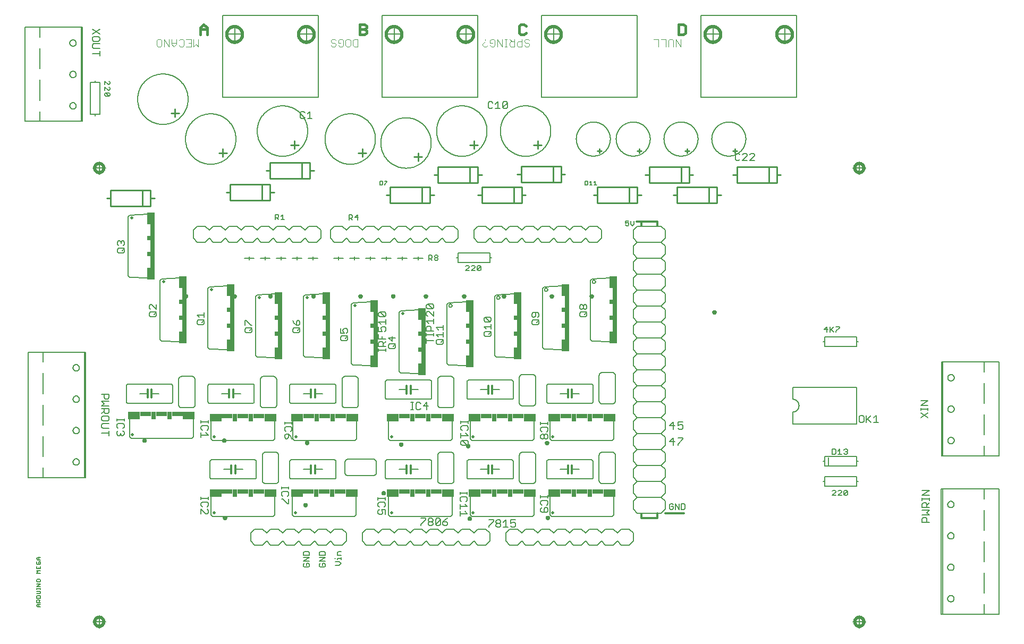
<source format=gto>
G75*
%MOIN*%
%OFA0B0*%
%FSLAX25Y25*%
%IPPOS*%
%LPD*%
%AMOC8*
5,1,8,0,0,1.08239X$1,22.5*
%
%ADD10C,0.01300*%
%ADD11C,0.02000*%
%ADD12C,0.00787*%
%ADD13C,0.00400*%
%ADD14C,0.00800*%
%ADD15C,0.01600*%
%ADD16C,0.00600*%
%ADD17C,0.01200*%
%ADD18C,0.00500*%
%ADD19C,0.01000*%
%ADD20C,0.00700*%
%ADD21C,0.02000*%
%ADD22R,0.07500X0.05000*%
%ADD23R,0.07000X0.03000*%
%ADD24R,0.03000X0.05000*%
%ADD25R,0.03000X0.42000*%
%ADD26R,0.02000X0.07500*%
%ADD27R,0.02000X0.03000*%
D10*
X0255265Y0191100D02*
X0255267Y0191152D01*
X0255273Y0191204D01*
X0255283Y0191256D01*
X0255296Y0191306D01*
X0255313Y0191356D01*
X0255334Y0191404D01*
X0255359Y0191450D01*
X0255387Y0191494D01*
X0255418Y0191536D01*
X0255452Y0191576D01*
X0255489Y0191613D01*
X0255529Y0191647D01*
X0255571Y0191678D01*
X0255615Y0191706D01*
X0255661Y0191731D01*
X0255709Y0191752D01*
X0255759Y0191769D01*
X0255809Y0191782D01*
X0255861Y0191792D01*
X0255913Y0191798D01*
X0255965Y0191800D01*
X0256017Y0191798D01*
X0256069Y0191792D01*
X0256121Y0191782D01*
X0256171Y0191769D01*
X0256221Y0191752D01*
X0256269Y0191731D01*
X0256315Y0191706D01*
X0256359Y0191678D01*
X0256401Y0191647D01*
X0256441Y0191613D01*
X0256478Y0191576D01*
X0256512Y0191536D01*
X0256543Y0191494D01*
X0256571Y0191450D01*
X0256596Y0191404D01*
X0256617Y0191356D01*
X0256634Y0191306D01*
X0256647Y0191256D01*
X0256657Y0191204D01*
X0256663Y0191152D01*
X0256665Y0191100D01*
X0256663Y0191048D01*
X0256657Y0190996D01*
X0256647Y0190944D01*
X0256634Y0190894D01*
X0256617Y0190844D01*
X0256596Y0190796D01*
X0256571Y0190750D01*
X0256543Y0190706D01*
X0256512Y0190664D01*
X0256478Y0190624D01*
X0256441Y0190587D01*
X0256401Y0190553D01*
X0256359Y0190522D01*
X0256315Y0190494D01*
X0256269Y0190469D01*
X0256221Y0190448D01*
X0256171Y0190431D01*
X0256121Y0190418D01*
X0256069Y0190408D01*
X0256017Y0190402D01*
X0255965Y0190400D01*
X0255913Y0190402D01*
X0255861Y0190408D01*
X0255809Y0190418D01*
X0255759Y0190431D01*
X0255709Y0190448D01*
X0255661Y0190469D01*
X0255615Y0190494D01*
X0255571Y0190522D01*
X0255529Y0190553D01*
X0255489Y0190587D01*
X0255452Y0190624D01*
X0255418Y0190664D01*
X0255387Y0190706D01*
X0255359Y0190750D01*
X0255334Y0190796D01*
X0255313Y0190844D01*
X0255296Y0190894D01*
X0255283Y0190944D01*
X0255273Y0190996D01*
X0255267Y0191048D01*
X0255265Y0191100D01*
X0305765Y0199100D02*
X0305767Y0199152D01*
X0305773Y0199204D01*
X0305783Y0199256D01*
X0305796Y0199306D01*
X0305813Y0199356D01*
X0305834Y0199404D01*
X0305859Y0199450D01*
X0305887Y0199494D01*
X0305918Y0199536D01*
X0305952Y0199576D01*
X0305989Y0199613D01*
X0306029Y0199647D01*
X0306071Y0199678D01*
X0306115Y0199706D01*
X0306161Y0199731D01*
X0306209Y0199752D01*
X0306259Y0199769D01*
X0306309Y0199782D01*
X0306361Y0199792D01*
X0306413Y0199798D01*
X0306465Y0199800D01*
X0306517Y0199798D01*
X0306569Y0199792D01*
X0306621Y0199782D01*
X0306671Y0199769D01*
X0306721Y0199752D01*
X0306769Y0199731D01*
X0306815Y0199706D01*
X0306859Y0199678D01*
X0306901Y0199647D01*
X0306941Y0199613D01*
X0306978Y0199576D01*
X0307012Y0199536D01*
X0307043Y0199494D01*
X0307071Y0199450D01*
X0307096Y0199404D01*
X0307117Y0199356D01*
X0307134Y0199306D01*
X0307147Y0199256D01*
X0307157Y0199204D01*
X0307163Y0199152D01*
X0307165Y0199100D01*
X0307163Y0199048D01*
X0307157Y0198996D01*
X0307147Y0198944D01*
X0307134Y0198894D01*
X0307117Y0198844D01*
X0307096Y0198796D01*
X0307071Y0198750D01*
X0307043Y0198706D01*
X0307012Y0198664D01*
X0306978Y0198624D01*
X0306941Y0198587D01*
X0306901Y0198553D01*
X0306859Y0198522D01*
X0306815Y0198494D01*
X0306769Y0198469D01*
X0306721Y0198448D01*
X0306671Y0198431D01*
X0306621Y0198418D01*
X0306569Y0198408D01*
X0306517Y0198402D01*
X0306465Y0198400D01*
X0306413Y0198402D01*
X0306361Y0198408D01*
X0306309Y0198418D01*
X0306259Y0198431D01*
X0306209Y0198448D01*
X0306161Y0198469D01*
X0306115Y0198494D01*
X0306071Y0198522D01*
X0306029Y0198553D01*
X0305989Y0198587D01*
X0305952Y0198624D01*
X0305918Y0198664D01*
X0305887Y0198706D01*
X0305859Y0198750D01*
X0305834Y0198796D01*
X0305813Y0198844D01*
X0305796Y0198894D01*
X0305783Y0198944D01*
X0305773Y0198996D01*
X0305767Y0199048D01*
X0305765Y0199100D01*
X0306765Y0238100D02*
X0306767Y0238152D01*
X0306773Y0238204D01*
X0306783Y0238256D01*
X0306796Y0238306D01*
X0306813Y0238356D01*
X0306834Y0238404D01*
X0306859Y0238450D01*
X0306887Y0238494D01*
X0306918Y0238536D01*
X0306952Y0238576D01*
X0306989Y0238613D01*
X0307029Y0238647D01*
X0307071Y0238678D01*
X0307115Y0238706D01*
X0307161Y0238731D01*
X0307209Y0238752D01*
X0307259Y0238769D01*
X0307309Y0238782D01*
X0307361Y0238792D01*
X0307413Y0238798D01*
X0307465Y0238800D01*
X0307517Y0238798D01*
X0307569Y0238792D01*
X0307621Y0238782D01*
X0307671Y0238769D01*
X0307721Y0238752D01*
X0307769Y0238731D01*
X0307815Y0238706D01*
X0307859Y0238678D01*
X0307901Y0238647D01*
X0307941Y0238613D01*
X0307978Y0238576D01*
X0308012Y0238536D01*
X0308043Y0238494D01*
X0308071Y0238450D01*
X0308096Y0238404D01*
X0308117Y0238356D01*
X0308134Y0238306D01*
X0308147Y0238256D01*
X0308157Y0238204D01*
X0308163Y0238152D01*
X0308165Y0238100D01*
X0308163Y0238048D01*
X0308157Y0237996D01*
X0308147Y0237944D01*
X0308134Y0237894D01*
X0308117Y0237844D01*
X0308096Y0237796D01*
X0308071Y0237750D01*
X0308043Y0237706D01*
X0308012Y0237664D01*
X0307978Y0237624D01*
X0307941Y0237587D01*
X0307901Y0237553D01*
X0307859Y0237522D01*
X0307815Y0237494D01*
X0307769Y0237469D01*
X0307721Y0237448D01*
X0307671Y0237431D01*
X0307621Y0237418D01*
X0307569Y0237408D01*
X0307517Y0237402D01*
X0307465Y0237400D01*
X0307413Y0237402D01*
X0307361Y0237408D01*
X0307309Y0237418D01*
X0307259Y0237431D01*
X0307209Y0237448D01*
X0307161Y0237469D01*
X0307115Y0237494D01*
X0307071Y0237522D01*
X0307029Y0237553D01*
X0306989Y0237587D01*
X0306952Y0237624D01*
X0306918Y0237664D01*
X0306887Y0237706D01*
X0306859Y0237750D01*
X0306834Y0237796D01*
X0306813Y0237844D01*
X0306796Y0237894D01*
X0306783Y0237944D01*
X0306773Y0237996D01*
X0306767Y0238048D01*
X0306765Y0238100D01*
X0254765Y0239600D02*
X0254767Y0239652D01*
X0254773Y0239704D01*
X0254783Y0239756D01*
X0254796Y0239806D01*
X0254813Y0239856D01*
X0254834Y0239904D01*
X0254859Y0239950D01*
X0254887Y0239994D01*
X0254918Y0240036D01*
X0254952Y0240076D01*
X0254989Y0240113D01*
X0255029Y0240147D01*
X0255071Y0240178D01*
X0255115Y0240206D01*
X0255161Y0240231D01*
X0255209Y0240252D01*
X0255259Y0240269D01*
X0255309Y0240282D01*
X0255361Y0240292D01*
X0255413Y0240298D01*
X0255465Y0240300D01*
X0255517Y0240298D01*
X0255569Y0240292D01*
X0255621Y0240282D01*
X0255671Y0240269D01*
X0255721Y0240252D01*
X0255769Y0240231D01*
X0255815Y0240206D01*
X0255859Y0240178D01*
X0255901Y0240147D01*
X0255941Y0240113D01*
X0255978Y0240076D01*
X0256012Y0240036D01*
X0256043Y0239994D01*
X0256071Y0239950D01*
X0256096Y0239904D01*
X0256117Y0239856D01*
X0256134Y0239806D01*
X0256147Y0239756D01*
X0256157Y0239704D01*
X0256163Y0239652D01*
X0256165Y0239600D01*
X0256163Y0239548D01*
X0256157Y0239496D01*
X0256147Y0239444D01*
X0256134Y0239394D01*
X0256117Y0239344D01*
X0256096Y0239296D01*
X0256071Y0239250D01*
X0256043Y0239206D01*
X0256012Y0239164D01*
X0255978Y0239124D01*
X0255941Y0239087D01*
X0255901Y0239053D01*
X0255859Y0239022D01*
X0255815Y0238994D01*
X0255769Y0238969D01*
X0255721Y0238948D01*
X0255671Y0238931D01*
X0255621Y0238918D01*
X0255569Y0238908D01*
X0255517Y0238902D01*
X0255465Y0238900D01*
X0255413Y0238902D01*
X0255361Y0238908D01*
X0255309Y0238918D01*
X0255259Y0238931D01*
X0255209Y0238948D01*
X0255161Y0238969D01*
X0255115Y0238994D01*
X0255071Y0239022D01*
X0255029Y0239053D01*
X0254989Y0239087D01*
X0254952Y0239124D01*
X0254918Y0239164D01*
X0254887Y0239206D01*
X0254859Y0239250D01*
X0254834Y0239296D01*
X0254813Y0239344D01*
X0254796Y0239394D01*
X0254783Y0239444D01*
X0254773Y0239496D01*
X0254767Y0239548D01*
X0254765Y0239600D01*
X0204765Y0239600D02*
X0204767Y0239652D01*
X0204773Y0239704D01*
X0204783Y0239756D01*
X0204796Y0239806D01*
X0204813Y0239856D01*
X0204834Y0239904D01*
X0204859Y0239950D01*
X0204887Y0239994D01*
X0204918Y0240036D01*
X0204952Y0240076D01*
X0204989Y0240113D01*
X0205029Y0240147D01*
X0205071Y0240178D01*
X0205115Y0240206D01*
X0205161Y0240231D01*
X0205209Y0240252D01*
X0205259Y0240269D01*
X0205309Y0240282D01*
X0205361Y0240292D01*
X0205413Y0240298D01*
X0205465Y0240300D01*
X0205517Y0240298D01*
X0205569Y0240292D01*
X0205621Y0240282D01*
X0205671Y0240269D01*
X0205721Y0240252D01*
X0205769Y0240231D01*
X0205815Y0240206D01*
X0205859Y0240178D01*
X0205901Y0240147D01*
X0205941Y0240113D01*
X0205978Y0240076D01*
X0206012Y0240036D01*
X0206043Y0239994D01*
X0206071Y0239950D01*
X0206096Y0239904D01*
X0206117Y0239856D01*
X0206134Y0239806D01*
X0206147Y0239756D01*
X0206157Y0239704D01*
X0206163Y0239652D01*
X0206165Y0239600D01*
X0206163Y0239548D01*
X0206157Y0239496D01*
X0206147Y0239444D01*
X0206134Y0239394D01*
X0206117Y0239344D01*
X0206096Y0239296D01*
X0206071Y0239250D01*
X0206043Y0239206D01*
X0206012Y0239164D01*
X0205978Y0239124D01*
X0205941Y0239087D01*
X0205901Y0239053D01*
X0205859Y0239022D01*
X0205815Y0238994D01*
X0205769Y0238969D01*
X0205721Y0238948D01*
X0205671Y0238931D01*
X0205621Y0238918D01*
X0205569Y0238908D01*
X0205517Y0238902D01*
X0205465Y0238900D01*
X0205413Y0238902D01*
X0205361Y0238908D01*
X0205309Y0238918D01*
X0205259Y0238931D01*
X0205209Y0238948D01*
X0205161Y0238969D01*
X0205115Y0238994D01*
X0205071Y0239022D01*
X0205029Y0239053D01*
X0204989Y0239087D01*
X0204952Y0239124D01*
X0204918Y0239164D01*
X0204887Y0239206D01*
X0204859Y0239250D01*
X0204834Y0239296D01*
X0204813Y0239344D01*
X0204796Y0239394D01*
X0204783Y0239444D01*
X0204773Y0239496D01*
X0204767Y0239548D01*
X0204765Y0239600D01*
X0230765Y0330100D02*
X0230767Y0330152D01*
X0230773Y0330204D01*
X0230783Y0330256D01*
X0230796Y0330306D01*
X0230813Y0330356D01*
X0230834Y0330404D01*
X0230859Y0330450D01*
X0230887Y0330494D01*
X0230918Y0330536D01*
X0230952Y0330576D01*
X0230989Y0330613D01*
X0231029Y0330647D01*
X0231071Y0330678D01*
X0231115Y0330706D01*
X0231161Y0330731D01*
X0231209Y0330752D01*
X0231259Y0330769D01*
X0231309Y0330782D01*
X0231361Y0330792D01*
X0231413Y0330798D01*
X0231465Y0330800D01*
X0231517Y0330798D01*
X0231569Y0330792D01*
X0231621Y0330782D01*
X0231671Y0330769D01*
X0231721Y0330752D01*
X0231769Y0330731D01*
X0231815Y0330706D01*
X0231859Y0330678D01*
X0231901Y0330647D01*
X0231941Y0330613D01*
X0231978Y0330576D01*
X0232012Y0330536D01*
X0232043Y0330494D01*
X0232071Y0330450D01*
X0232096Y0330404D01*
X0232117Y0330356D01*
X0232134Y0330306D01*
X0232147Y0330256D01*
X0232157Y0330204D01*
X0232163Y0330152D01*
X0232165Y0330100D01*
X0232163Y0330048D01*
X0232157Y0329996D01*
X0232147Y0329944D01*
X0232134Y0329894D01*
X0232117Y0329844D01*
X0232096Y0329796D01*
X0232071Y0329750D01*
X0232043Y0329706D01*
X0232012Y0329664D01*
X0231978Y0329624D01*
X0231941Y0329587D01*
X0231901Y0329553D01*
X0231859Y0329522D01*
X0231815Y0329494D01*
X0231769Y0329469D01*
X0231721Y0329448D01*
X0231671Y0329431D01*
X0231621Y0329418D01*
X0231569Y0329408D01*
X0231517Y0329402D01*
X0231465Y0329400D01*
X0231413Y0329402D01*
X0231361Y0329408D01*
X0231309Y0329418D01*
X0231259Y0329431D01*
X0231209Y0329448D01*
X0231161Y0329469D01*
X0231115Y0329494D01*
X0231071Y0329522D01*
X0231029Y0329553D01*
X0230989Y0329587D01*
X0230952Y0329624D01*
X0230918Y0329664D01*
X0230887Y0329706D01*
X0230859Y0329750D01*
X0230834Y0329796D01*
X0230813Y0329844D01*
X0230796Y0329894D01*
X0230783Y0329944D01*
X0230773Y0329996D01*
X0230767Y0330048D01*
X0230765Y0330100D01*
X0261265Y0330100D02*
X0261267Y0330152D01*
X0261273Y0330204D01*
X0261283Y0330256D01*
X0261296Y0330306D01*
X0261313Y0330356D01*
X0261334Y0330404D01*
X0261359Y0330450D01*
X0261387Y0330494D01*
X0261418Y0330536D01*
X0261452Y0330576D01*
X0261489Y0330613D01*
X0261529Y0330647D01*
X0261571Y0330678D01*
X0261615Y0330706D01*
X0261661Y0330731D01*
X0261709Y0330752D01*
X0261759Y0330769D01*
X0261809Y0330782D01*
X0261861Y0330792D01*
X0261913Y0330798D01*
X0261965Y0330800D01*
X0262017Y0330798D01*
X0262069Y0330792D01*
X0262121Y0330782D01*
X0262171Y0330769D01*
X0262221Y0330752D01*
X0262269Y0330731D01*
X0262315Y0330706D01*
X0262359Y0330678D01*
X0262401Y0330647D01*
X0262441Y0330613D01*
X0262478Y0330576D01*
X0262512Y0330536D01*
X0262543Y0330494D01*
X0262571Y0330450D01*
X0262596Y0330404D01*
X0262617Y0330356D01*
X0262634Y0330306D01*
X0262647Y0330256D01*
X0262657Y0330204D01*
X0262663Y0330152D01*
X0262665Y0330100D01*
X0262663Y0330048D01*
X0262657Y0329996D01*
X0262647Y0329944D01*
X0262634Y0329894D01*
X0262617Y0329844D01*
X0262596Y0329796D01*
X0262571Y0329750D01*
X0262543Y0329706D01*
X0262512Y0329664D01*
X0262478Y0329624D01*
X0262441Y0329587D01*
X0262401Y0329553D01*
X0262359Y0329522D01*
X0262315Y0329494D01*
X0262269Y0329469D01*
X0262221Y0329448D01*
X0262171Y0329431D01*
X0262121Y0329418D01*
X0262069Y0329408D01*
X0262017Y0329402D01*
X0261965Y0329400D01*
X0261913Y0329402D01*
X0261861Y0329408D01*
X0261809Y0329418D01*
X0261759Y0329431D01*
X0261709Y0329448D01*
X0261661Y0329469D01*
X0261615Y0329494D01*
X0261571Y0329522D01*
X0261529Y0329553D01*
X0261489Y0329587D01*
X0261452Y0329624D01*
X0261418Y0329664D01*
X0261387Y0329706D01*
X0261359Y0329750D01*
X0261334Y0329796D01*
X0261313Y0329844D01*
X0261296Y0329894D01*
X0261283Y0329944D01*
X0261273Y0329996D01*
X0261267Y0330048D01*
X0261265Y0330100D01*
X0283765Y0330100D02*
X0283767Y0330152D01*
X0283773Y0330204D01*
X0283783Y0330256D01*
X0283796Y0330306D01*
X0283813Y0330356D01*
X0283834Y0330404D01*
X0283859Y0330450D01*
X0283887Y0330494D01*
X0283918Y0330536D01*
X0283952Y0330576D01*
X0283989Y0330613D01*
X0284029Y0330647D01*
X0284071Y0330678D01*
X0284115Y0330706D01*
X0284161Y0330731D01*
X0284209Y0330752D01*
X0284259Y0330769D01*
X0284309Y0330782D01*
X0284361Y0330792D01*
X0284413Y0330798D01*
X0284465Y0330800D01*
X0284517Y0330798D01*
X0284569Y0330792D01*
X0284621Y0330782D01*
X0284671Y0330769D01*
X0284721Y0330752D01*
X0284769Y0330731D01*
X0284815Y0330706D01*
X0284859Y0330678D01*
X0284901Y0330647D01*
X0284941Y0330613D01*
X0284978Y0330576D01*
X0285012Y0330536D01*
X0285043Y0330494D01*
X0285071Y0330450D01*
X0285096Y0330404D01*
X0285117Y0330356D01*
X0285134Y0330306D01*
X0285147Y0330256D01*
X0285157Y0330204D01*
X0285163Y0330152D01*
X0285165Y0330100D01*
X0285163Y0330048D01*
X0285157Y0329996D01*
X0285147Y0329944D01*
X0285134Y0329894D01*
X0285117Y0329844D01*
X0285096Y0329796D01*
X0285071Y0329750D01*
X0285043Y0329706D01*
X0285012Y0329664D01*
X0284978Y0329624D01*
X0284941Y0329587D01*
X0284901Y0329553D01*
X0284859Y0329522D01*
X0284815Y0329494D01*
X0284769Y0329469D01*
X0284721Y0329448D01*
X0284671Y0329431D01*
X0284621Y0329418D01*
X0284569Y0329408D01*
X0284517Y0329402D01*
X0284465Y0329400D01*
X0284413Y0329402D01*
X0284361Y0329408D01*
X0284309Y0329418D01*
X0284259Y0329431D01*
X0284209Y0329448D01*
X0284161Y0329469D01*
X0284115Y0329494D01*
X0284071Y0329522D01*
X0284029Y0329553D01*
X0283989Y0329587D01*
X0283952Y0329624D01*
X0283918Y0329664D01*
X0283887Y0329706D01*
X0283859Y0329750D01*
X0283834Y0329796D01*
X0283813Y0329844D01*
X0283796Y0329894D01*
X0283783Y0329944D01*
X0283773Y0329996D01*
X0283767Y0330048D01*
X0283765Y0330100D01*
X0310765Y0330100D02*
X0310767Y0330152D01*
X0310773Y0330204D01*
X0310783Y0330256D01*
X0310796Y0330306D01*
X0310813Y0330356D01*
X0310834Y0330404D01*
X0310859Y0330450D01*
X0310887Y0330494D01*
X0310918Y0330536D01*
X0310952Y0330576D01*
X0310989Y0330613D01*
X0311029Y0330647D01*
X0311071Y0330678D01*
X0311115Y0330706D01*
X0311161Y0330731D01*
X0311209Y0330752D01*
X0311259Y0330769D01*
X0311309Y0330782D01*
X0311361Y0330792D01*
X0311413Y0330798D01*
X0311465Y0330800D01*
X0311517Y0330798D01*
X0311569Y0330792D01*
X0311621Y0330782D01*
X0311671Y0330769D01*
X0311721Y0330752D01*
X0311769Y0330731D01*
X0311815Y0330706D01*
X0311859Y0330678D01*
X0311901Y0330647D01*
X0311941Y0330613D01*
X0311978Y0330576D01*
X0312012Y0330536D01*
X0312043Y0330494D01*
X0312071Y0330450D01*
X0312096Y0330404D01*
X0312117Y0330356D01*
X0312134Y0330306D01*
X0312147Y0330256D01*
X0312157Y0330204D01*
X0312163Y0330152D01*
X0312165Y0330100D01*
X0312163Y0330048D01*
X0312157Y0329996D01*
X0312147Y0329944D01*
X0312134Y0329894D01*
X0312117Y0329844D01*
X0312096Y0329796D01*
X0312071Y0329750D01*
X0312043Y0329706D01*
X0312012Y0329664D01*
X0311978Y0329624D01*
X0311941Y0329587D01*
X0311901Y0329553D01*
X0311859Y0329522D01*
X0311815Y0329494D01*
X0311769Y0329469D01*
X0311721Y0329448D01*
X0311671Y0329431D01*
X0311621Y0329418D01*
X0311569Y0329408D01*
X0311517Y0329402D01*
X0311465Y0329400D01*
X0311413Y0329402D01*
X0311361Y0329408D01*
X0311309Y0329418D01*
X0311259Y0329431D01*
X0311209Y0329448D01*
X0311161Y0329469D01*
X0311115Y0329494D01*
X0311071Y0329522D01*
X0311029Y0329553D01*
X0310989Y0329587D01*
X0310952Y0329624D01*
X0310918Y0329664D01*
X0310887Y0329706D01*
X0310859Y0329750D01*
X0310834Y0329796D01*
X0310813Y0329844D01*
X0310796Y0329894D01*
X0310783Y0329944D01*
X0310773Y0329996D01*
X0310767Y0330048D01*
X0310765Y0330100D01*
X0340265Y0330100D02*
X0340267Y0330152D01*
X0340273Y0330204D01*
X0340283Y0330256D01*
X0340296Y0330306D01*
X0340313Y0330356D01*
X0340334Y0330404D01*
X0340359Y0330450D01*
X0340387Y0330494D01*
X0340418Y0330536D01*
X0340452Y0330576D01*
X0340489Y0330613D01*
X0340529Y0330647D01*
X0340571Y0330678D01*
X0340615Y0330706D01*
X0340661Y0330731D01*
X0340709Y0330752D01*
X0340759Y0330769D01*
X0340809Y0330782D01*
X0340861Y0330792D01*
X0340913Y0330798D01*
X0340965Y0330800D01*
X0341017Y0330798D01*
X0341069Y0330792D01*
X0341121Y0330782D01*
X0341171Y0330769D01*
X0341221Y0330752D01*
X0341269Y0330731D01*
X0341315Y0330706D01*
X0341359Y0330678D01*
X0341401Y0330647D01*
X0341441Y0330613D01*
X0341478Y0330576D01*
X0341512Y0330536D01*
X0341543Y0330494D01*
X0341571Y0330450D01*
X0341596Y0330404D01*
X0341617Y0330356D01*
X0341634Y0330306D01*
X0341647Y0330256D01*
X0341657Y0330204D01*
X0341663Y0330152D01*
X0341665Y0330100D01*
X0341663Y0330048D01*
X0341657Y0329996D01*
X0341647Y0329944D01*
X0341634Y0329894D01*
X0341617Y0329844D01*
X0341596Y0329796D01*
X0341571Y0329750D01*
X0341543Y0329706D01*
X0341512Y0329664D01*
X0341478Y0329624D01*
X0341441Y0329587D01*
X0341401Y0329553D01*
X0341359Y0329522D01*
X0341315Y0329494D01*
X0341269Y0329469D01*
X0341221Y0329448D01*
X0341171Y0329431D01*
X0341121Y0329418D01*
X0341069Y0329408D01*
X0341017Y0329402D01*
X0340965Y0329400D01*
X0340913Y0329402D01*
X0340861Y0329408D01*
X0340809Y0329418D01*
X0340759Y0329431D01*
X0340709Y0329448D01*
X0340661Y0329469D01*
X0340615Y0329494D01*
X0340571Y0329522D01*
X0340529Y0329553D01*
X0340489Y0329587D01*
X0340452Y0329624D01*
X0340418Y0329664D01*
X0340387Y0329706D01*
X0340359Y0329750D01*
X0340334Y0329796D01*
X0340313Y0329844D01*
X0340296Y0329894D01*
X0340283Y0329944D01*
X0340273Y0329996D01*
X0340267Y0330048D01*
X0340265Y0330100D01*
X0360765Y0330100D02*
X0360767Y0330152D01*
X0360773Y0330204D01*
X0360783Y0330256D01*
X0360796Y0330306D01*
X0360813Y0330356D01*
X0360834Y0330404D01*
X0360859Y0330450D01*
X0360887Y0330494D01*
X0360918Y0330536D01*
X0360952Y0330576D01*
X0360989Y0330613D01*
X0361029Y0330647D01*
X0361071Y0330678D01*
X0361115Y0330706D01*
X0361161Y0330731D01*
X0361209Y0330752D01*
X0361259Y0330769D01*
X0361309Y0330782D01*
X0361361Y0330792D01*
X0361413Y0330798D01*
X0361465Y0330800D01*
X0361517Y0330798D01*
X0361569Y0330792D01*
X0361621Y0330782D01*
X0361671Y0330769D01*
X0361721Y0330752D01*
X0361769Y0330731D01*
X0361815Y0330706D01*
X0361859Y0330678D01*
X0361901Y0330647D01*
X0361941Y0330613D01*
X0361978Y0330576D01*
X0362012Y0330536D01*
X0362043Y0330494D01*
X0362071Y0330450D01*
X0362096Y0330404D01*
X0362117Y0330356D01*
X0362134Y0330306D01*
X0362147Y0330256D01*
X0362157Y0330204D01*
X0362163Y0330152D01*
X0362165Y0330100D01*
X0362163Y0330048D01*
X0362157Y0329996D01*
X0362147Y0329944D01*
X0362134Y0329894D01*
X0362117Y0329844D01*
X0362096Y0329796D01*
X0362071Y0329750D01*
X0362043Y0329706D01*
X0362012Y0329664D01*
X0361978Y0329624D01*
X0361941Y0329587D01*
X0361901Y0329553D01*
X0361859Y0329522D01*
X0361815Y0329494D01*
X0361769Y0329469D01*
X0361721Y0329448D01*
X0361671Y0329431D01*
X0361621Y0329418D01*
X0361569Y0329408D01*
X0361517Y0329402D01*
X0361465Y0329400D01*
X0361413Y0329402D01*
X0361361Y0329408D01*
X0361309Y0329418D01*
X0361259Y0329431D01*
X0361209Y0329448D01*
X0361161Y0329469D01*
X0361115Y0329494D01*
X0361071Y0329522D01*
X0361029Y0329553D01*
X0360989Y0329587D01*
X0360952Y0329624D01*
X0360918Y0329664D01*
X0360887Y0329706D01*
X0360859Y0329750D01*
X0360834Y0329796D01*
X0360813Y0329844D01*
X0360796Y0329894D01*
X0360783Y0329944D01*
X0360773Y0329996D01*
X0360767Y0330048D01*
X0360765Y0330100D01*
X0381265Y0330100D02*
X0381267Y0330152D01*
X0381273Y0330204D01*
X0381283Y0330256D01*
X0381296Y0330306D01*
X0381313Y0330356D01*
X0381334Y0330404D01*
X0381359Y0330450D01*
X0381387Y0330494D01*
X0381418Y0330536D01*
X0381452Y0330576D01*
X0381489Y0330613D01*
X0381529Y0330647D01*
X0381571Y0330678D01*
X0381615Y0330706D01*
X0381661Y0330731D01*
X0381709Y0330752D01*
X0381759Y0330769D01*
X0381809Y0330782D01*
X0381861Y0330792D01*
X0381913Y0330798D01*
X0381965Y0330800D01*
X0382017Y0330798D01*
X0382069Y0330792D01*
X0382121Y0330782D01*
X0382171Y0330769D01*
X0382221Y0330752D01*
X0382269Y0330731D01*
X0382315Y0330706D01*
X0382359Y0330678D01*
X0382401Y0330647D01*
X0382441Y0330613D01*
X0382478Y0330576D01*
X0382512Y0330536D01*
X0382543Y0330494D01*
X0382571Y0330450D01*
X0382596Y0330404D01*
X0382617Y0330356D01*
X0382634Y0330306D01*
X0382647Y0330256D01*
X0382657Y0330204D01*
X0382663Y0330152D01*
X0382665Y0330100D01*
X0382663Y0330048D01*
X0382657Y0329996D01*
X0382647Y0329944D01*
X0382634Y0329894D01*
X0382617Y0329844D01*
X0382596Y0329796D01*
X0382571Y0329750D01*
X0382543Y0329706D01*
X0382512Y0329664D01*
X0382478Y0329624D01*
X0382441Y0329587D01*
X0382401Y0329553D01*
X0382359Y0329522D01*
X0382315Y0329494D01*
X0382269Y0329469D01*
X0382221Y0329448D01*
X0382171Y0329431D01*
X0382121Y0329418D01*
X0382069Y0329408D01*
X0382017Y0329402D01*
X0381965Y0329400D01*
X0381913Y0329402D01*
X0381861Y0329408D01*
X0381809Y0329418D01*
X0381759Y0329431D01*
X0381709Y0329448D01*
X0381661Y0329469D01*
X0381615Y0329494D01*
X0381571Y0329522D01*
X0381529Y0329553D01*
X0381489Y0329587D01*
X0381452Y0329624D01*
X0381418Y0329664D01*
X0381387Y0329706D01*
X0381359Y0329750D01*
X0381334Y0329796D01*
X0381313Y0329844D01*
X0381296Y0329894D01*
X0381283Y0329944D01*
X0381273Y0329996D01*
X0381267Y0330048D01*
X0381265Y0330100D01*
X0405265Y0330100D02*
X0405267Y0330152D01*
X0405273Y0330204D01*
X0405283Y0330256D01*
X0405296Y0330306D01*
X0405313Y0330356D01*
X0405334Y0330404D01*
X0405359Y0330450D01*
X0405387Y0330494D01*
X0405418Y0330536D01*
X0405452Y0330576D01*
X0405489Y0330613D01*
X0405529Y0330647D01*
X0405571Y0330678D01*
X0405615Y0330706D01*
X0405661Y0330731D01*
X0405709Y0330752D01*
X0405759Y0330769D01*
X0405809Y0330782D01*
X0405861Y0330792D01*
X0405913Y0330798D01*
X0405965Y0330800D01*
X0406017Y0330798D01*
X0406069Y0330792D01*
X0406121Y0330782D01*
X0406171Y0330769D01*
X0406221Y0330752D01*
X0406269Y0330731D01*
X0406315Y0330706D01*
X0406359Y0330678D01*
X0406401Y0330647D01*
X0406441Y0330613D01*
X0406478Y0330576D01*
X0406512Y0330536D01*
X0406543Y0330494D01*
X0406571Y0330450D01*
X0406596Y0330404D01*
X0406617Y0330356D01*
X0406634Y0330306D01*
X0406647Y0330256D01*
X0406657Y0330204D01*
X0406663Y0330152D01*
X0406665Y0330100D01*
X0406663Y0330048D01*
X0406657Y0329996D01*
X0406647Y0329944D01*
X0406634Y0329894D01*
X0406617Y0329844D01*
X0406596Y0329796D01*
X0406571Y0329750D01*
X0406543Y0329706D01*
X0406512Y0329664D01*
X0406478Y0329624D01*
X0406441Y0329587D01*
X0406401Y0329553D01*
X0406359Y0329522D01*
X0406315Y0329494D01*
X0406269Y0329469D01*
X0406221Y0329448D01*
X0406171Y0329431D01*
X0406121Y0329418D01*
X0406069Y0329408D01*
X0406017Y0329402D01*
X0405965Y0329400D01*
X0405913Y0329402D01*
X0405861Y0329408D01*
X0405809Y0329418D01*
X0405759Y0329431D01*
X0405709Y0329448D01*
X0405661Y0329469D01*
X0405615Y0329494D01*
X0405571Y0329522D01*
X0405529Y0329553D01*
X0405489Y0329587D01*
X0405452Y0329624D01*
X0405418Y0329664D01*
X0405387Y0329706D01*
X0405359Y0329750D01*
X0405334Y0329796D01*
X0405313Y0329844D01*
X0405296Y0329894D01*
X0405283Y0329944D01*
X0405273Y0329996D01*
X0405267Y0330048D01*
X0405265Y0330100D01*
X0430265Y0330100D02*
X0430267Y0330152D01*
X0430273Y0330204D01*
X0430283Y0330256D01*
X0430296Y0330306D01*
X0430313Y0330356D01*
X0430334Y0330404D01*
X0430359Y0330450D01*
X0430387Y0330494D01*
X0430418Y0330536D01*
X0430452Y0330576D01*
X0430489Y0330613D01*
X0430529Y0330647D01*
X0430571Y0330678D01*
X0430615Y0330706D01*
X0430661Y0330731D01*
X0430709Y0330752D01*
X0430759Y0330769D01*
X0430809Y0330782D01*
X0430861Y0330792D01*
X0430913Y0330798D01*
X0430965Y0330800D01*
X0431017Y0330798D01*
X0431069Y0330792D01*
X0431121Y0330782D01*
X0431171Y0330769D01*
X0431221Y0330752D01*
X0431269Y0330731D01*
X0431315Y0330706D01*
X0431359Y0330678D01*
X0431401Y0330647D01*
X0431441Y0330613D01*
X0431478Y0330576D01*
X0431512Y0330536D01*
X0431543Y0330494D01*
X0431571Y0330450D01*
X0431596Y0330404D01*
X0431617Y0330356D01*
X0431634Y0330306D01*
X0431647Y0330256D01*
X0431657Y0330204D01*
X0431663Y0330152D01*
X0431665Y0330100D01*
X0431663Y0330048D01*
X0431657Y0329996D01*
X0431647Y0329944D01*
X0431634Y0329894D01*
X0431617Y0329844D01*
X0431596Y0329796D01*
X0431571Y0329750D01*
X0431543Y0329706D01*
X0431512Y0329664D01*
X0431478Y0329624D01*
X0431441Y0329587D01*
X0431401Y0329553D01*
X0431359Y0329522D01*
X0431315Y0329494D01*
X0431269Y0329469D01*
X0431221Y0329448D01*
X0431171Y0329431D01*
X0431121Y0329418D01*
X0431069Y0329408D01*
X0431017Y0329402D01*
X0430965Y0329400D01*
X0430913Y0329402D01*
X0430861Y0329408D01*
X0430809Y0329418D01*
X0430759Y0329431D01*
X0430709Y0329448D01*
X0430661Y0329469D01*
X0430615Y0329494D01*
X0430571Y0329522D01*
X0430529Y0329553D01*
X0430489Y0329587D01*
X0430452Y0329624D01*
X0430418Y0329664D01*
X0430387Y0329706D01*
X0430359Y0329750D01*
X0430334Y0329796D01*
X0430313Y0329844D01*
X0430296Y0329894D01*
X0430283Y0329944D01*
X0430273Y0329996D01*
X0430267Y0330048D01*
X0430265Y0330100D01*
X0460265Y0330100D02*
X0460267Y0330152D01*
X0460273Y0330204D01*
X0460283Y0330256D01*
X0460296Y0330306D01*
X0460313Y0330356D01*
X0460334Y0330404D01*
X0460359Y0330450D01*
X0460387Y0330494D01*
X0460418Y0330536D01*
X0460452Y0330576D01*
X0460489Y0330613D01*
X0460529Y0330647D01*
X0460571Y0330678D01*
X0460615Y0330706D01*
X0460661Y0330731D01*
X0460709Y0330752D01*
X0460759Y0330769D01*
X0460809Y0330782D01*
X0460861Y0330792D01*
X0460913Y0330798D01*
X0460965Y0330800D01*
X0461017Y0330798D01*
X0461069Y0330792D01*
X0461121Y0330782D01*
X0461171Y0330769D01*
X0461221Y0330752D01*
X0461269Y0330731D01*
X0461315Y0330706D01*
X0461359Y0330678D01*
X0461401Y0330647D01*
X0461441Y0330613D01*
X0461478Y0330576D01*
X0461512Y0330536D01*
X0461543Y0330494D01*
X0461571Y0330450D01*
X0461596Y0330404D01*
X0461617Y0330356D01*
X0461634Y0330306D01*
X0461647Y0330256D01*
X0461657Y0330204D01*
X0461663Y0330152D01*
X0461665Y0330100D01*
X0461663Y0330048D01*
X0461657Y0329996D01*
X0461647Y0329944D01*
X0461634Y0329894D01*
X0461617Y0329844D01*
X0461596Y0329796D01*
X0461571Y0329750D01*
X0461543Y0329706D01*
X0461512Y0329664D01*
X0461478Y0329624D01*
X0461441Y0329587D01*
X0461401Y0329553D01*
X0461359Y0329522D01*
X0461315Y0329494D01*
X0461269Y0329469D01*
X0461221Y0329448D01*
X0461171Y0329431D01*
X0461121Y0329418D01*
X0461069Y0329408D01*
X0461017Y0329402D01*
X0460965Y0329400D01*
X0460913Y0329402D01*
X0460861Y0329408D01*
X0460809Y0329418D01*
X0460759Y0329431D01*
X0460709Y0329448D01*
X0460661Y0329469D01*
X0460615Y0329494D01*
X0460571Y0329522D01*
X0460529Y0329553D01*
X0460489Y0329587D01*
X0460452Y0329624D01*
X0460418Y0329664D01*
X0460387Y0329706D01*
X0460359Y0329750D01*
X0460334Y0329796D01*
X0460313Y0329844D01*
X0460296Y0329894D01*
X0460283Y0329944D01*
X0460273Y0329996D01*
X0460267Y0330048D01*
X0460265Y0330100D01*
X0485265Y0330100D02*
X0485267Y0330152D01*
X0485273Y0330204D01*
X0485283Y0330256D01*
X0485296Y0330306D01*
X0485313Y0330356D01*
X0485334Y0330404D01*
X0485359Y0330450D01*
X0485387Y0330494D01*
X0485418Y0330536D01*
X0485452Y0330576D01*
X0485489Y0330613D01*
X0485529Y0330647D01*
X0485571Y0330678D01*
X0485615Y0330706D01*
X0485661Y0330731D01*
X0485709Y0330752D01*
X0485759Y0330769D01*
X0485809Y0330782D01*
X0485861Y0330792D01*
X0485913Y0330798D01*
X0485965Y0330800D01*
X0486017Y0330798D01*
X0486069Y0330792D01*
X0486121Y0330782D01*
X0486171Y0330769D01*
X0486221Y0330752D01*
X0486269Y0330731D01*
X0486315Y0330706D01*
X0486359Y0330678D01*
X0486401Y0330647D01*
X0486441Y0330613D01*
X0486478Y0330576D01*
X0486512Y0330536D01*
X0486543Y0330494D01*
X0486571Y0330450D01*
X0486596Y0330404D01*
X0486617Y0330356D01*
X0486634Y0330306D01*
X0486647Y0330256D01*
X0486657Y0330204D01*
X0486663Y0330152D01*
X0486665Y0330100D01*
X0486663Y0330048D01*
X0486657Y0329996D01*
X0486647Y0329944D01*
X0486634Y0329894D01*
X0486617Y0329844D01*
X0486596Y0329796D01*
X0486571Y0329750D01*
X0486543Y0329706D01*
X0486512Y0329664D01*
X0486478Y0329624D01*
X0486441Y0329587D01*
X0486401Y0329553D01*
X0486359Y0329522D01*
X0486315Y0329494D01*
X0486269Y0329469D01*
X0486221Y0329448D01*
X0486171Y0329431D01*
X0486121Y0329418D01*
X0486069Y0329408D01*
X0486017Y0329402D01*
X0485965Y0329400D01*
X0485913Y0329402D01*
X0485861Y0329408D01*
X0485809Y0329418D01*
X0485759Y0329431D01*
X0485709Y0329448D01*
X0485661Y0329469D01*
X0485615Y0329494D01*
X0485571Y0329522D01*
X0485529Y0329553D01*
X0485489Y0329587D01*
X0485452Y0329624D01*
X0485418Y0329664D01*
X0485387Y0329706D01*
X0485359Y0329750D01*
X0485334Y0329796D01*
X0485313Y0329844D01*
X0485296Y0329894D01*
X0485283Y0329944D01*
X0485273Y0329996D01*
X0485267Y0330048D01*
X0485265Y0330100D01*
X0562265Y0320100D02*
X0562267Y0320152D01*
X0562273Y0320204D01*
X0562283Y0320256D01*
X0562296Y0320306D01*
X0562313Y0320356D01*
X0562334Y0320404D01*
X0562359Y0320450D01*
X0562387Y0320494D01*
X0562418Y0320536D01*
X0562452Y0320576D01*
X0562489Y0320613D01*
X0562529Y0320647D01*
X0562571Y0320678D01*
X0562615Y0320706D01*
X0562661Y0320731D01*
X0562709Y0320752D01*
X0562759Y0320769D01*
X0562809Y0320782D01*
X0562861Y0320792D01*
X0562913Y0320798D01*
X0562965Y0320800D01*
X0563017Y0320798D01*
X0563069Y0320792D01*
X0563121Y0320782D01*
X0563171Y0320769D01*
X0563221Y0320752D01*
X0563269Y0320731D01*
X0563315Y0320706D01*
X0563359Y0320678D01*
X0563401Y0320647D01*
X0563441Y0320613D01*
X0563478Y0320576D01*
X0563512Y0320536D01*
X0563543Y0320494D01*
X0563571Y0320450D01*
X0563596Y0320404D01*
X0563617Y0320356D01*
X0563634Y0320306D01*
X0563647Y0320256D01*
X0563657Y0320204D01*
X0563663Y0320152D01*
X0563665Y0320100D01*
X0563663Y0320048D01*
X0563657Y0319996D01*
X0563647Y0319944D01*
X0563634Y0319894D01*
X0563617Y0319844D01*
X0563596Y0319796D01*
X0563571Y0319750D01*
X0563543Y0319706D01*
X0563512Y0319664D01*
X0563478Y0319624D01*
X0563441Y0319587D01*
X0563401Y0319553D01*
X0563359Y0319522D01*
X0563315Y0319494D01*
X0563269Y0319469D01*
X0563221Y0319448D01*
X0563171Y0319431D01*
X0563121Y0319418D01*
X0563069Y0319408D01*
X0563017Y0319402D01*
X0562965Y0319400D01*
X0562913Y0319402D01*
X0562861Y0319408D01*
X0562809Y0319418D01*
X0562759Y0319431D01*
X0562709Y0319448D01*
X0562661Y0319469D01*
X0562615Y0319494D01*
X0562571Y0319522D01*
X0562529Y0319553D01*
X0562489Y0319587D01*
X0562452Y0319624D01*
X0562418Y0319664D01*
X0562387Y0319706D01*
X0562359Y0319750D01*
X0562334Y0319796D01*
X0562313Y0319844D01*
X0562296Y0319894D01*
X0562283Y0319944D01*
X0562273Y0319996D01*
X0562267Y0320048D01*
X0562265Y0320100D01*
X0457265Y0238100D02*
X0457267Y0238152D01*
X0457273Y0238204D01*
X0457283Y0238256D01*
X0457296Y0238306D01*
X0457313Y0238356D01*
X0457334Y0238404D01*
X0457359Y0238450D01*
X0457387Y0238494D01*
X0457418Y0238536D01*
X0457452Y0238576D01*
X0457489Y0238613D01*
X0457529Y0238647D01*
X0457571Y0238678D01*
X0457615Y0238706D01*
X0457661Y0238731D01*
X0457709Y0238752D01*
X0457759Y0238769D01*
X0457809Y0238782D01*
X0457861Y0238792D01*
X0457913Y0238798D01*
X0457965Y0238800D01*
X0458017Y0238798D01*
X0458069Y0238792D01*
X0458121Y0238782D01*
X0458171Y0238769D01*
X0458221Y0238752D01*
X0458269Y0238731D01*
X0458315Y0238706D01*
X0458359Y0238678D01*
X0458401Y0238647D01*
X0458441Y0238613D01*
X0458478Y0238576D01*
X0458512Y0238536D01*
X0458543Y0238494D01*
X0458571Y0238450D01*
X0458596Y0238404D01*
X0458617Y0238356D01*
X0458634Y0238306D01*
X0458647Y0238256D01*
X0458657Y0238204D01*
X0458663Y0238152D01*
X0458665Y0238100D01*
X0458663Y0238048D01*
X0458657Y0237996D01*
X0458647Y0237944D01*
X0458634Y0237894D01*
X0458617Y0237844D01*
X0458596Y0237796D01*
X0458571Y0237750D01*
X0458543Y0237706D01*
X0458512Y0237664D01*
X0458478Y0237624D01*
X0458441Y0237587D01*
X0458401Y0237553D01*
X0458359Y0237522D01*
X0458315Y0237494D01*
X0458269Y0237469D01*
X0458221Y0237448D01*
X0458171Y0237431D01*
X0458121Y0237418D01*
X0458069Y0237408D01*
X0458017Y0237402D01*
X0457965Y0237400D01*
X0457913Y0237402D01*
X0457861Y0237408D01*
X0457809Y0237418D01*
X0457759Y0237431D01*
X0457709Y0237448D01*
X0457661Y0237469D01*
X0457615Y0237494D01*
X0457571Y0237522D01*
X0457529Y0237553D01*
X0457489Y0237587D01*
X0457452Y0237624D01*
X0457418Y0237664D01*
X0457387Y0237706D01*
X0457359Y0237750D01*
X0457334Y0237796D01*
X0457313Y0237844D01*
X0457296Y0237894D01*
X0457283Y0237944D01*
X0457273Y0237996D01*
X0457267Y0238048D01*
X0457265Y0238100D01*
X0407765Y0236100D02*
X0407767Y0236152D01*
X0407773Y0236204D01*
X0407783Y0236256D01*
X0407796Y0236306D01*
X0407813Y0236356D01*
X0407834Y0236404D01*
X0407859Y0236450D01*
X0407887Y0236494D01*
X0407918Y0236536D01*
X0407952Y0236576D01*
X0407989Y0236613D01*
X0408029Y0236647D01*
X0408071Y0236678D01*
X0408115Y0236706D01*
X0408161Y0236731D01*
X0408209Y0236752D01*
X0408259Y0236769D01*
X0408309Y0236782D01*
X0408361Y0236792D01*
X0408413Y0236798D01*
X0408465Y0236800D01*
X0408517Y0236798D01*
X0408569Y0236792D01*
X0408621Y0236782D01*
X0408671Y0236769D01*
X0408721Y0236752D01*
X0408769Y0236731D01*
X0408815Y0236706D01*
X0408859Y0236678D01*
X0408901Y0236647D01*
X0408941Y0236613D01*
X0408978Y0236576D01*
X0409012Y0236536D01*
X0409043Y0236494D01*
X0409071Y0236450D01*
X0409096Y0236404D01*
X0409117Y0236356D01*
X0409134Y0236306D01*
X0409147Y0236256D01*
X0409157Y0236204D01*
X0409163Y0236152D01*
X0409165Y0236100D01*
X0409163Y0236048D01*
X0409157Y0235996D01*
X0409147Y0235944D01*
X0409134Y0235894D01*
X0409117Y0235844D01*
X0409096Y0235796D01*
X0409071Y0235750D01*
X0409043Y0235706D01*
X0409012Y0235664D01*
X0408978Y0235624D01*
X0408941Y0235587D01*
X0408901Y0235553D01*
X0408859Y0235522D01*
X0408815Y0235494D01*
X0408769Y0235469D01*
X0408721Y0235448D01*
X0408671Y0235431D01*
X0408621Y0235418D01*
X0408569Y0235408D01*
X0408517Y0235402D01*
X0408465Y0235400D01*
X0408413Y0235402D01*
X0408361Y0235408D01*
X0408309Y0235418D01*
X0408259Y0235431D01*
X0408209Y0235448D01*
X0408161Y0235469D01*
X0408115Y0235494D01*
X0408071Y0235522D01*
X0408029Y0235553D01*
X0407989Y0235587D01*
X0407952Y0235624D01*
X0407918Y0235664D01*
X0407887Y0235706D01*
X0407859Y0235750D01*
X0407834Y0235796D01*
X0407813Y0235844D01*
X0407796Y0235894D01*
X0407783Y0235944D01*
X0407773Y0235996D01*
X0407767Y0236048D01*
X0407765Y0236100D01*
X0365765Y0237100D02*
X0365767Y0237152D01*
X0365773Y0237204D01*
X0365783Y0237256D01*
X0365796Y0237306D01*
X0365813Y0237356D01*
X0365834Y0237404D01*
X0365859Y0237450D01*
X0365887Y0237494D01*
X0365918Y0237536D01*
X0365952Y0237576D01*
X0365989Y0237613D01*
X0366029Y0237647D01*
X0366071Y0237678D01*
X0366115Y0237706D01*
X0366161Y0237731D01*
X0366209Y0237752D01*
X0366259Y0237769D01*
X0366309Y0237782D01*
X0366361Y0237792D01*
X0366413Y0237798D01*
X0366465Y0237800D01*
X0366517Y0237798D01*
X0366569Y0237792D01*
X0366621Y0237782D01*
X0366671Y0237769D01*
X0366721Y0237752D01*
X0366769Y0237731D01*
X0366815Y0237706D01*
X0366859Y0237678D01*
X0366901Y0237647D01*
X0366941Y0237613D01*
X0366978Y0237576D01*
X0367012Y0237536D01*
X0367043Y0237494D01*
X0367071Y0237450D01*
X0367096Y0237404D01*
X0367117Y0237356D01*
X0367134Y0237306D01*
X0367147Y0237256D01*
X0367157Y0237204D01*
X0367163Y0237152D01*
X0367165Y0237100D01*
X0367163Y0237048D01*
X0367157Y0236996D01*
X0367147Y0236944D01*
X0367134Y0236894D01*
X0367117Y0236844D01*
X0367096Y0236796D01*
X0367071Y0236750D01*
X0367043Y0236706D01*
X0367012Y0236664D01*
X0366978Y0236624D01*
X0366941Y0236587D01*
X0366901Y0236553D01*
X0366859Y0236522D01*
X0366815Y0236494D01*
X0366769Y0236469D01*
X0366721Y0236448D01*
X0366671Y0236431D01*
X0366621Y0236418D01*
X0366569Y0236408D01*
X0366517Y0236402D01*
X0366465Y0236400D01*
X0366413Y0236402D01*
X0366361Y0236408D01*
X0366309Y0236418D01*
X0366259Y0236431D01*
X0366209Y0236448D01*
X0366161Y0236469D01*
X0366115Y0236494D01*
X0366071Y0236522D01*
X0366029Y0236553D01*
X0365989Y0236587D01*
X0365952Y0236624D01*
X0365918Y0236664D01*
X0365887Y0236706D01*
X0365859Y0236750D01*
X0365834Y0236796D01*
X0365813Y0236844D01*
X0365796Y0236894D01*
X0365783Y0236944D01*
X0365773Y0236996D01*
X0365767Y0237048D01*
X0365765Y0237100D01*
X0354765Y0206600D02*
X0354767Y0206652D01*
X0354773Y0206704D01*
X0354783Y0206756D01*
X0354796Y0206806D01*
X0354813Y0206856D01*
X0354834Y0206904D01*
X0354859Y0206950D01*
X0354887Y0206994D01*
X0354918Y0207036D01*
X0354952Y0207076D01*
X0354989Y0207113D01*
X0355029Y0207147D01*
X0355071Y0207178D01*
X0355115Y0207206D01*
X0355161Y0207231D01*
X0355209Y0207252D01*
X0355259Y0207269D01*
X0355309Y0207282D01*
X0355361Y0207292D01*
X0355413Y0207298D01*
X0355465Y0207300D01*
X0355517Y0207298D01*
X0355569Y0207292D01*
X0355621Y0207282D01*
X0355671Y0207269D01*
X0355721Y0207252D01*
X0355769Y0207231D01*
X0355815Y0207206D01*
X0355859Y0207178D01*
X0355901Y0207147D01*
X0355941Y0207113D01*
X0355978Y0207076D01*
X0356012Y0207036D01*
X0356043Y0206994D01*
X0356071Y0206950D01*
X0356096Y0206904D01*
X0356117Y0206856D01*
X0356134Y0206806D01*
X0356147Y0206756D01*
X0356157Y0206704D01*
X0356163Y0206652D01*
X0356165Y0206600D01*
X0356163Y0206548D01*
X0356157Y0206496D01*
X0356147Y0206444D01*
X0356134Y0206394D01*
X0356117Y0206344D01*
X0356096Y0206296D01*
X0356071Y0206250D01*
X0356043Y0206206D01*
X0356012Y0206164D01*
X0355978Y0206124D01*
X0355941Y0206087D01*
X0355901Y0206053D01*
X0355859Y0206022D01*
X0355815Y0205994D01*
X0355769Y0205969D01*
X0355721Y0205948D01*
X0355671Y0205931D01*
X0355621Y0205918D01*
X0355569Y0205908D01*
X0355517Y0205902D01*
X0355465Y0205900D01*
X0355413Y0205902D01*
X0355361Y0205908D01*
X0355309Y0205918D01*
X0355259Y0205931D01*
X0355209Y0205948D01*
X0355161Y0205969D01*
X0355115Y0205994D01*
X0355071Y0206022D01*
X0355029Y0206053D01*
X0354989Y0206087D01*
X0354952Y0206124D01*
X0354918Y0206164D01*
X0354887Y0206206D01*
X0354859Y0206250D01*
X0354834Y0206296D01*
X0354813Y0206344D01*
X0354796Y0206394D01*
X0354783Y0206444D01*
X0354773Y0206496D01*
X0354767Y0206548D01*
X0354765Y0206600D01*
X0408765Y0190600D02*
X0408767Y0190652D01*
X0408773Y0190704D01*
X0408783Y0190756D01*
X0408796Y0190806D01*
X0408813Y0190856D01*
X0408834Y0190904D01*
X0408859Y0190950D01*
X0408887Y0190994D01*
X0408918Y0191036D01*
X0408952Y0191076D01*
X0408989Y0191113D01*
X0409029Y0191147D01*
X0409071Y0191178D01*
X0409115Y0191206D01*
X0409161Y0191231D01*
X0409209Y0191252D01*
X0409259Y0191269D01*
X0409309Y0191282D01*
X0409361Y0191292D01*
X0409413Y0191298D01*
X0409465Y0191300D01*
X0409517Y0191298D01*
X0409569Y0191292D01*
X0409621Y0191282D01*
X0409671Y0191269D01*
X0409721Y0191252D01*
X0409769Y0191231D01*
X0409815Y0191206D01*
X0409859Y0191178D01*
X0409901Y0191147D01*
X0409941Y0191113D01*
X0409978Y0191076D01*
X0410012Y0191036D01*
X0410043Y0190994D01*
X0410071Y0190950D01*
X0410096Y0190904D01*
X0410117Y0190856D01*
X0410134Y0190806D01*
X0410147Y0190756D01*
X0410157Y0190704D01*
X0410163Y0190652D01*
X0410165Y0190600D01*
X0410163Y0190548D01*
X0410157Y0190496D01*
X0410147Y0190444D01*
X0410134Y0190394D01*
X0410117Y0190344D01*
X0410096Y0190296D01*
X0410071Y0190250D01*
X0410043Y0190206D01*
X0410012Y0190164D01*
X0409978Y0190124D01*
X0409941Y0190087D01*
X0409901Y0190053D01*
X0409859Y0190022D01*
X0409815Y0189994D01*
X0409769Y0189969D01*
X0409721Y0189948D01*
X0409671Y0189931D01*
X0409621Y0189918D01*
X0409569Y0189908D01*
X0409517Y0189902D01*
X0409465Y0189900D01*
X0409413Y0189902D01*
X0409361Y0189908D01*
X0409309Y0189918D01*
X0409259Y0189931D01*
X0409209Y0189948D01*
X0409161Y0189969D01*
X0409115Y0189994D01*
X0409071Y0190022D01*
X0409029Y0190053D01*
X0408989Y0190087D01*
X0408952Y0190124D01*
X0408918Y0190164D01*
X0408887Y0190206D01*
X0408859Y0190250D01*
X0408834Y0190296D01*
X0408813Y0190344D01*
X0408796Y0190394D01*
X0408783Y0190444D01*
X0408773Y0190496D01*
X0408767Y0190548D01*
X0408765Y0190600D01*
X0457765Y0191100D02*
X0457767Y0191152D01*
X0457773Y0191204D01*
X0457783Y0191256D01*
X0457796Y0191306D01*
X0457813Y0191356D01*
X0457834Y0191404D01*
X0457859Y0191450D01*
X0457887Y0191494D01*
X0457918Y0191536D01*
X0457952Y0191576D01*
X0457989Y0191613D01*
X0458029Y0191647D01*
X0458071Y0191678D01*
X0458115Y0191706D01*
X0458161Y0191731D01*
X0458209Y0191752D01*
X0458259Y0191769D01*
X0458309Y0191782D01*
X0458361Y0191792D01*
X0458413Y0191798D01*
X0458465Y0191800D01*
X0458517Y0191798D01*
X0458569Y0191792D01*
X0458621Y0191782D01*
X0458671Y0191769D01*
X0458721Y0191752D01*
X0458769Y0191731D01*
X0458815Y0191706D01*
X0458859Y0191678D01*
X0458901Y0191647D01*
X0458941Y0191613D01*
X0458978Y0191576D01*
X0459012Y0191536D01*
X0459043Y0191494D01*
X0459071Y0191450D01*
X0459096Y0191404D01*
X0459117Y0191356D01*
X0459134Y0191306D01*
X0459147Y0191256D01*
X0459157Y0191204D01*
X0459163Y0191152D01*
X0459165Y0191100D01*
X0459163Y0191048D01*
X0459157Y0190996D01*
X0459147Y0190944D01*
X0459134Y0190894D01*
X0459117Y0190844D01*
X0459096Y0190796D01*
X0459071Y0190750D01*
X0459043Y0190706D01*
X0459012Y0190664D01*
X0458978Y0190624D01*
X0458941Y0190587D01*
X0458901Y0190553D01*
X0458859Y0190522D01*
X0458815Y0190494D01*
X0458769Y0190469D01*
X0458721Y0190448D01*
X0458671Y0190431D01*
X0458621Y0190418D01*
X0458569Y0190408D01*
X0458517Y0190402D01*
X0458465Y0190400D01*
X0458413Y0190402D01*
X0458361Y0190408D01*
X0458309Y0190418D01*
X0458259Y0190431D01*
X0458209Y0190448D01*
X0458161Y0190469D01*
X0458115Y0190494D01*
X0458071Y0190522D01*
X0458029Y0190553D01*
X0457989Y0190587D01*
X0457952Y0190624D01*
X0457918Y0190664D01*
X0457887Y0190706D01*
X0457859Y0190750D01*
X0457834Y0190796D01*
X0457813Y0190844D01*
X0457796Y0190894D01*
X0457783Y0190944D01*
X0457773Y0190996D01*
X0457767Y0191048D01*
X0457765Y0191100D01*
D11*
X0650950Y0125970D02*
X0650952Y0126077D01*
X0650958Y0126183D01*
X0650968Y0126289D01*
X0650982Y0126395D01*
X0650999Y0126500D01*
X0651021Y0126604D01*
X0651047Y0126707D01*
X0651076Y0126810D01*
X0651109Y0126911D01*
X0651146Y0127011D01*
X0651186Y0127110D01*
X0651231Y0127207D01*
X0651278Y0127302D01*
X0651330Y0127395D01*
X0651384Y0127487D01*
X0651442Y0127576D01*
X0651504Y0127663D01*
X0651568Y0127748D01*
X0651636Y0127830D01*
X0651706Y0127910D01*
X0651780Y0127987D01*
X0651856Y0128061D01*
X0651936Y0128133D01*
X0652017Y0128201D01*
X0652101Y0128267D01*
X0652188Y0128329D01*
X0652277Y0128388D01*
X0652368Y0128443D01*
X0652461Y0128495D01*
X0652555Y0128544D01*
X0652652Y0128589D01*
X0652750Y0128630D01*
X0652850Y0128668D01*
X0652951Y0128702D01*
X0653053Y0128733D01*
X0653156Y0128759D01*
X0653260Y0128782D01*
X0653365Y0128800D01*
X0653471Y0128815D01*
X0653577Y0128826D01*
X0653683Y0128833D01*
X0653789Y0128836D01*
X0653896Y0128835D01*
X0654002Y0128830D01*
X0654109Y0128821D01*
X0654214Y0128808D01*
X0654320Y0128791D01*
X0654424Y0128771D01*
X0654528Y0128746D01*
X0654630Y0128718D01*
X0654732Y0128686D01*
X0654832Y0128650D01*
X0654931Y0128610D01*
X0655029Y0128567D01*
X0655124Y0128520D01*
X0655218Y0128470D01*
X0655310Y0128416D01*
X0655400Y0128359D01*
X0655488Y0128298D01*
X0655573Y0128234D01*
X0655656Y0128167D01*
X0655736Y0128097D01*
X0655814Y0128025D01*
X0655889Y0127949D01*
X0655961Y0127871D01*
X0656030Y0127789D01*
X0656096Y0127706D01*
X0656159Y0127620D01*
X0656219Y0127532D01*
X0656276Y0127441D01*
X0656329Y0127349D01*
X0656378Y0127254D01*
X0656424Y0127158D01*
X0656466Y0127061D01*
X0656505Y0126961D01*
X0656540Y0126861D01*
X0656571Y0126759D01*
X0656599Y0126656D01*
X0656622Y0126552D01*
X0656642Y0126447D01*
X0656658Y0126342D01*
X0656670Y0126236D01*
X0656678Y0126130D01*
X0656682Y0126023D01*
X0656682Y0125917D01*
X0656678Y0125810D01*
X0656670Y0125704D01*
X0656658Y0125598D01*
X0656642Y0125493D01*
X0656622Y0125388D01*
X0656599Y0125284D01*
X0656571Y0125181D01*
X0656540Y0125079D01*
X0656505Y0124979D01*
X0656466Y0124879D01*
X0656424Y0124782D01*
X0656378Y0124686D01*
X0656329Y0124591D01*
X0656276Y0124499D01*
X0656219Y0124408D01*
X0656159Y0124320D01*
X0656096Y0124234D01*
X0656030Y0124151D01*
X0655961Y0124069D01*
X0655889Y0123991D01*
X0655814Y0123915D01*
X0655736Y0123843D01*
X0655656Y0123773D01*
X0655573Y0123706D01*
X0655488Y0123642D01*
X0655400Y0123581D01*
X0655310Y0123524D01*
X0655218Y0123470D01*
X0655124Y0123420D01*
X0655029Y0123373D01*
X0654931Y0123330D01*
X0654832Y0123290D01*
X0654732Y0123254D01*
X0654630Y0123222D01*
X0654528Y0123194D01*
X0654424Y0123169D01*
X0654320Y0123149D01*
X0654214Y0123132D01*
X0654109Y0123119D01*
X0654002Y0123110D01*
X0653896Y0123105D01*
X0653789Y0123104D01*
X0653683Y0123107D01*
X0653577Y0123114D01*
X0653471Y0123125D01*
X0653365Y0123140D01*
X0653260Y0123158D01*
X0653156Y0123181D01*
X0653053Y0123207D01*
X0652951Y0123238D01*
X0652850Y0123272D01*
X0652750Y0123310D01*
X0652652Y0123351D01*
X0652555Y0123396D01*
X0652461Y0123445D01*
X0652368Y0123497D01*
X0652277Y0123552D01*
X0652188Y0123611D01*
X0652101Y0123673D01*
X0652017Y0123739D01*
X0651936Y0123807D01*
X0651856Y0123879D01*
X0651780Y0123953D01*
X0651706Y0124030D01*
X0651636Y0124110D01*
X0651568Y0124192D01*
X0651504Y0124277D01*
X0651442Y0124364D01*
X0651384Y0124453D01*
X0651330Y0124545D01*
X0651278Y0124638D01*
X0651231Y0124733D01*
X0651186Y0124830D01*
X0651146Y0124929D01*
X0651109Y0125029D01*
X0651076Y0125130D01*
X0651047Y0125233D01*
X0651021Y0125336D01*
X0650999Y0125440D01*
X0650982Y0125545D01*
X0650968Y0125651D01*
X0650958Y0125757D01*
X0650952Y0125863D01*
X0650950Y0125970D01*
X0650950Y0410616D02*
X0650952Y0410723D01*
X0650958Y0410829D01*
X0650968Y0410935D01*
X0650982Y0411041D01*
X0650999Y0411146D01*
X0651021Y0411250D01*
X0651047Y0411353D01*
X0651076Y0411456D01*
X0651109Y0411557D01*
X0651146Y0411657D01*
X0651186Y0411756D01*
X0651231Y0411853D01*
X0651278Y0411948D01*
X0651330Y0412041D01*
X0651384Y0412133D01*
X0651442Y0412222D01*
X0651504Y0412309D01*
X0651568Y0412394D01*
X0651636Y0412476D01*
X0651706Y0412556D01*
X0651780Y0412633D01*
X0651856Y0412707D01*
X0651936Y0412779D01*
X0652017Y0412847D01*
X0652101Y0412913D01*
X0652188Y0412975D01*
X0652277Y0413034D01*
X0652368Y0413089D01*
X0652461Y0413141D01*
X0652555Y0413190D01*
X0652652Y0413235D01*
X0652750Y0413276D01*
X0652850Y0413314D01*
X0652951Y0413348D01*
X0653053Y0413379D01*
X0653156Y0413405D01*
X0653260Y0413428D01*
X0653365Y0413446D01*
X0653471Y0413461D01*
X0653577Y0413472D01*
X0653683Y0413479D01*
X0653789Y0413482D01*
X0653896Y0413481D01*
X0654002Y0413476D01*
X0654109Y0413467D01*
X0654214Y0413454D01*
X0654320Y0413437D01*
X0654424Y0413417D01*
X0654528Y0413392D01*
X0654630Y0413364D01*
X0654732Y0413332D01*
X0654832Y0413296D01*
X0654931Y0413256D01*
X0655029Y0413213D01*
X0655124Y0413166D01*
X0655218Y0413116D01*
X0655310Y0413062D01*
X0655400Y0413005D01*
X0655488Y0412944D01*
X0655573Y0412880D01*
X0655656Y0412813D01*
X0655736Y0412743D01*
X0655814Y0412671D01*
X0655889Y0412595D01*
X0655961Y0412517D01*
X0656030Y0412435D01*
X0656096Y0412352D01*
X0656159Y0412266D01*
X0656219Y0412178D01*
X0656276Y0412087D01*
X0656329Y0411995D01*
X0656378Y0411900D01*
X0656424Y0411804D01*
X0656466Y0411707D01*
X0656505Y0411607D01*
X0656540Y0411507D01*
X0656571Y0411405D01*
X0656599Y0411302D01*
X0656622Y0411198D01*
X0656642Y0411093D01*
X0656658Y0410988D01*
X0656670Y0410882D01*
X0656678Y0410776D01*
X0656682Y0410669D01*
X0656682Y0410563D01*
X0656678Y0410456D01*
X0656670Y0410350D01*
X0656658Y0410244D01*
X0656642Y0410139D01*
X0656622Y0410034D01*
X0656599Y0409930D01*
X0656571Y0409827D01*
X0656540Y0409725D01*
X0656505Y0409625D01*
X0656466Y0409525D01*
X0656424Y0409428D01*
X0656378Y0409332D01*
X0656329Y0409237D01*
X0656276Y0409145D01*
X0656219Y0409054D01*
X0656159Y0408966D01*
X0656096Y0408880D01*
X0656030Y0408797D01*
X0655961Y0408715D01*
X0655889Y0408637D01*
X0655814Y0408561D01*
X0655736Y0408489D01*
X0655656Y0408419D01*
X0655573Y0408352D01*
X0655488Y0408288D01*
X0655400Y0408227D01*
X0655310Y0408170D01*
X0655218Y0408116D01*
X0655124Y0408066D01*
X0655029Y0408019D01*
X0654931Y0407976D01*
X0654832Y0407936D01*
X0654732Y0407900D01*
X0654630Y0407868D01*
X0654528Y0407840D01*
X0654424Y0407815D01*
X0654320Y0407795D01*
X0654214Y0407778D01*
X0654109Y0407765D01*
X0654002Y0407756D01*
X0653896Y0407751D01*
X0653789Y0407750D01*
X0653683Y0407753D01*
X0653577Y0407760D01*
X0653471Y0407771D01*
X0653365Y0407786D01*
X0653260Y0407804D01*
X0653156Y0407827D01*
X0653053Y0407853D01*
X0652951Y0407884D01*
X0652850Y0407918D01*
X0652750Y0407956D01*
X0652652Y0407997D01*
X0652555Y0408042D01*
X0652461Y0408091D01*
X0652368Y0408143D01*
X0652277Y0408198D01*
X0652188Y0408257D01*
X0652101Y0408319D01*
X0652017Y0408385D01*
X0651936Y0408453D01*
X0651856Y0408525D01*
X0651780Y0408599D01*
X0651706Y0408676D01*
X0651636Y0408756D01*
X0651568Y0408838D01*
X0651504Y0408923D01*
X0651442Y0409010D01*
X0651384Y0409099D01*
X0651330Y0409191D01*
X0651278Y0409284D01*
X0651231Y0409379D01*
X0651186Y0409476D01*
X0651146Y0409575D01*
X0651109Y0409675D01*
X0651076Y0409776D01*
X0651047Y0409879D01*
X0651021Y0409982D01*
X0650999Y0410086D01*
X0650982Y0410191D01*
X0650968Y0410297D01*
X0650958Y0410403D01*
X0650952Y0410509D01*
X0650950Y0410616D01*
X0602044Y0494400D02*
X0602046Y0494540D01*
X0602052Y0494680D01*
X0602062Y0494819D01*
X0602076Y0494958D01*
X0602094Y0495097D01*
X0602115Y0495235D01*
X0602141Y0495373D01*
X0602171Y0495510D01*
X0602204Y0495645D01*
X0602242Y0495780D01*
X0602283Y0495914D01*
X0602328Y0496047D01*
X0602376Y0496178D01*
X0602429Y0496307D01*
X0602485Y0496436D01*
X0602544Y0496562D01*
X0602608Y0496687D01*
X0602674Y0496810D01*
X0602745Y0496931D01*
X0602818Y0497050D01*
X0602895Y0497167D01*
X0602976Y0497281D01*
X0603059Y0497393D01*
X0603146Y0497503D01*
X0603236Y0497611D01*
X0603328Y0497715D01*
X0603424Y0497817D01*
X0603523Y0497917D01*
X0603624Y0498013D01*
X0603728Y0498107D01*
X0603835Y0498197D01*
X0603944Y0498284D01*
X0604056Y0498369D01*
X0604170Y0498450D01*
X0604286Y0498528D01*
X0604404Y0498602D01*
X0604525Y0498673D01*
X0604647Y0498741D01*
X0604772Y0498805D01*
X0604898Y0498866D01*
X0605025Y0498923D01*
X0605155Y0498976D01*
X0605286Y0499026D01*
X0605418Y0499071D01*
X0605551Y0499114D01*
X0605686Y0499152D01*
X0605821Y0499186D01*
X0605958Y0499217D01*
X0606095Y0499244D01*
X0606233Y0499266D01*
X0606372Y0499285D01*
X0606511Y0499300D01*
X0606650Y0499311D01*
X0606790Y0499318D01*
X0606930Y0499321D01*
X0607070Y0499320D01*
X0607210Y0499315D01*
X0607349Y0499306D01*
X0607489Y0499293D01*
X0607628Y0499276D01*
X0607766Y0499255D01*
X0607904Y0499231D01*
X0608041Y0499202D01*
X0608177Y0499170D01*
X0608312Y0499133D01*
X0608446Y0499093D01*
X0608579Y0499049D01*
X0608710Y0499001D01*
X0608840Y0498950D01*
X0608969Y0498895D01*
X0609096Y0498836D01*
X0609221Y0498773D01*
X0609344Y0498708D01*
X0609466Y0498638D01*
X0609585Y0498565D01*
X0609703Y0498489D01*
X0609818Y0498410D01*
X0609931Y0498327D01*
X0610041Y0498241D01*
X0610149Y0498152D01*
X0610254Y0498060D01*
X0610357Y0497965D01*
X0610457Y0497867D01*
X0610554Y0497767D01*
X0610648Y0497663D01*
X0610740Y0497557D01*
X0610828Y0497449D01*
X0610913Y0497338D01*
X0610995Y0497224D01*
X0611074Y0497108D01*
X0611149Y0496991D01*
X0611221Y0496871D01*
X0611289Y0496749D01*
X0611354Y0496625D01*
X0611416Y0496499D01*
X0611474Y0496372D01*
X0611528Y0496243D01*
X0611579Y0496112D01*
X0611625Y0495980D01*
X0611668Y0495847D01*
X0611708Y0495713D01*
X0611743Y0495578D01*
X0611775Y0495441D01*
X0611802Y0495304D01*
X0611826Y0495166D01*
X0611846Y0495028D01*
X0611862Y0494889D01*
X0611874Y0494749D01*
X0611882Y0494610D01*
X0611886Y0494470D01*
X0611886Y0494330D01*
X0611882Y0494190D01*
X0611874Y0494051D01*
X0611862Y0493911D01*
X0611846Y0493772D01*
X0611826Y0493634D01*
X0611802Y0493496D01*
X0611775Y0493359D01*
X0611743Y0493222D01*
X0611708Y0493087D01*
X0611668Y0492953D01*
X0611625Y0492820D01*
X0611579Y0492688D01*
X0611528Y0492557D01*
X0611474Y0492428D01*
X0611416Y0492301D01*
X0611354Y0492175D01*
X0611289Y0492051D01*
X0611221Y0491929D01*
X0611149Y0491809D01*
X0611074Y0491692D01*
X0610995Y0491576D01*
X0610913Y0491462D01*
X0610828Y0491351D01*
X0610740Y0491243D01*
X0610648Y0491137D01*
X0610554Y0491033D01*
X0610457Y0490933D01*
X0610357Y0490835D01*
X0610254Y0490740D01*
X0610149Y0490648D01*
X0610041Y0490559D01*
X0609931Y0490473D01*
X0609818Y0490390D01*
X0609703Y0490311D01*
X0609585Y0490235D01*
X0609466Y0490162D01*
X0609344Y0490092D01*
X0609221Y0490027D01*
X0609096Y0489964D01*
X0608969Y0489905D01*
X0608840Y0489850D01*
X0608710Y0489799D01*
X0608579Y0489751D01*
X0608446Y0489707D01*
X0608312Y0489667D01*
X0608177Y0489630D01*
X0608041Y0489598D01*
X0607904Y0489569D01*
X0607766Y0489545D01*
X0607628Y0489524D01*
X0607489Y0489507D01*
X0607349Y0489494D01*
X0607210Y0489485D01*
X0607070Y0489480D01*
X0606930Y0489479D01*
X0606790Y0489482D01*
X0606650Y0489489D01*
X0606511Y0489500D01*
X0606372Y0489515D01*
X0606233Y0489534D01*
X0606095Y0489556D01*
X0605958Y0489583D01*
X0605821Y0489614D01*
X0605686Y0489648D01*
X0605551Y0489686D01*
X0605418Y0489729D01*
X0605286Y0489774D01*
X0605155Y0489824D01*
X0605025Y0489877D01*
X0604898Y0489934D01*
X0604772Y0489995D01*
X0604647Y0490059D01*
X0604525Y0490127D01*
X0604404Y0490198D01*
X0604286Y0490272D01*
X0604170Y0490350D01*
X0604056Y0490431D01*
X0603944Y0490516D01*
X0603835Y0490603D01*
X0603728Y0490693D01*
X0603624Y0490787D01*
X0603523Y0490883D01*
X0603424Y0490983D01*
X0603328Y0491085D01*
X0603236Y0491189D01*
X0603146Y0491297D01*
X0603059Y0491407D01*
X0602976Y0491519D01*
X0602895Y0491633D01*
X0602818Y0491750D01*
X0602745Y0491869D01*
X0602674Y0491990D01*
X0602608Y0492113D01*
X0602544Y0492238D01*
X0602485Y0492364D01*
X0602429Y0492493D01*
X0602376Y0492622D01*
X0602328Y0492753D01*
X0602283Y0492886D01*
X0602242Y0493020D01*
X0602204Y0493155D01*
X0602171Y0493290D01*
X0602141Y0493427D01*
X0602115Y0493565D01*
X0602094Y0493703D01*
X0602076Y0493842D01*
X0602062Y0493981D01*
X0602052Y0494120D01*
X0602046Y0494260D01*
X0602044Y0494400D01*
X0557044Y0494400D02*
X0557046Y0494540D01*
X0557052Y0494680D01*
X0557062Y0494819D01*
X0557076Y0494958D01*
X0557094Y0495097D01*
X0557115Y0495235D01*
X0557141Y0495373D01*
X0557171Y0495510D01*
X0557204Y0495645D01*
X0557242Y0495780D01*
X0557283Y0495914D01*
X0557328Y0496047D01*
X0557376Y0496178D01*
X0557429Y0496307D01*
X0557485Y0496436D01*
X0557544Y0496562D01*
X0557608Y0496687D01*
X0557674Y0496810D01*
X0557745Y0496931D01*
X0557818Y0497050D01*
X0557895Y0497167D01*
X0557976Y0497281D01*
X0558059Y0497393D01*
X0558146Y0497503D01*
X0558236Y0497611D01*
X0558328Y0497715D01*
X0558424Y0497817D01*
X0558523Y0497917D01*
X0558624Y0498013D01*
X0558728Y0498107D01*
X0558835Y0498197D01*
X0558944Y0498284D01*
X0559056Y0498369D01*
X0559170Y0498450D01*
X0559286Y0498528D01*
X0559404Y0498602D01*
X0559525Y0498673D01*
X0559647Y0498741D01*
X0559772Y0498805D01*
X0559898Y0498866D01*
X0560025Y0498923D01*
X0560155Y0498976D01*
X0560286Y0499026D01*
X0560418Y0499071D01*
X0560551Y0499114D01*
X0560686Y0499152D01*
X0560821Y0499186D01*
X0560958Y0499217D01*
X0561095Y0499244D01*
X0561233Y0499266D01*
X0561372Y0499285D01*
X0561511Y0499300D01*
X0561650Y0499311D01*
X0561790Y0499318D01*
X0561930Y0499321D01*
X0562070Y0499320D01*
X0562210Y0499315D01*
X0562349Y0499306D01*
X0562489Y0499293D01*
X0562628Y0499276D01*
X0562766Y0499255D01*
X0562904Y0499231D01*
X0563041Y0499202D01*
X0563177Y0499170D01*
X0563312Y0499133D01*
X0563446Y0499093D01*
X0563579Y0499049D01*
X0563710Y0499001D01*
X0563840Y0498950D01*
X0563969Y0498895D01*
X0564096Y0498836D01*
X0564221Y0498773D01*
X0564344Y0498708D01*
X0564466Y0498638D01*
X0564585Y0498565D01*
X0564703Y0498489D01*
X0564818Y0498410D01*
X0564931Y0498327D01*
X0565041Y0498241D01*
X0565149Y0498152D01*
X0565254Y0498060D01*
X0565357Y0497965D01*
X0565457Y0497867D01*
X0565554Y0497767D01*
X0565648Y0497663D01*
X0565740Y0497557D01*
X0565828Y0497449D01*
X0565913Y0497338D01*
X0565995Y0497224D01*
X0566074Y0497108D01*
X0566149Y0496991D01*
X0566221Y0496871D01*
X0566289Y0496749D01*
X0566354Y0496625D01*
X0566416Y0496499D01*
X0566474Y0496372D01*
X0566528Y0496243D01*
X0566579Y0496112D01*
X0566625Y0495980D01*
X0566668Y0495847D01*
X0566708Y0495713D01*
X0566743Y0495578D01*
X0566775Y0495441D01*
X0566802Y0495304D01*
X0566826Y0495166D01*
X0566846Y0495028D01*
X0566862Y0494889D01*
X0566874Y0494749D01*
X0566882Y0494610D01*
X0566886Y0494470D01*
X0566886Y0494330D01*
X0566882Y0494190D01*
X0566874Y0494051D01*
X0566862Y0493911D01*
X0566846Y0493772D01*
X0566826Y0493634D01*
X0566802Y0493496D01*
X0566775Y0493359D01*
X0566743Y0493222D01*
X0566708Y0493087D01*
X0566668Y0492953D01*
X0566625Y0492820D01*
X0566579Y0492688D01*
X0566528Y0492557D01*
X0566474Y0492428D01*
X0566416Y0492301D01*
X0566354Y0492175D01*
X0566289Y0492051D01*
X0566221Y0491929D01*
X0566149Y0491809D01*
X0566074Y0491692D01*
X0565995Y0491576D01*
X0565913Y0491462D01*
X0565828Y0491351D01*
X0565740Y0491243D01*
X0565648Y0491137D01*
X0565554Y0491033D01*
X0565457Y0490933D01*
X0565357Y0490835D01*
X0565254Y0490740D01*
X0565149Y0490648D01*
X0565041Y0490559D01*
X0564931Y0490473D01*
X0564818Y0490390D01*
X0564703Y0490311D01*
X0564585Y0490235D01*
X0564466Y0490162D01*
X0564344Y0490092D01*
X0564221Y0490027D01*
X0564096Y0489964D01*
X0563969Y0489905D01*
X0563840Y0489850D01*
X0563710Y0489799D01*
X0563579Y0489751D01*
X0563446Y0489707D01*
X0563312Y0489667D01*
X0563177Y0489630D01*
X0563041Y0489598D01*
X0562904Y0489569D01*
X0562766Y0489545D01*
X0562628Y0489524D01*
X0562489Y0489507D01*
X0562349Y0489494D01*
X0562210Y0489485D01*
X0562070Y0489480D01*
X0561930Y0489479D01*
X0561790Y0489482D01*
X0561650Y0489489D01*
X0561511Y0489500D01*
X0561372Y0489515D01*
X0561233Y0489534D01*
X0561095Y0489556D01*
X0560958Y0489583D01*
X0560821Y0489614D01*
X0560686Y0489648D01*
X0560551Y0489686D01*
X0560418Y0489729D01*
X0560286Y0489774D01*
X0560155Y0489824D01*
X0560025Y0489877D01*
X0559898Y0489934D01*
X0559772Y0489995D01*
X0559647Y0490059D01*
X0559525Y0490127D01*
X0559404Y0490198D01*
X0559286Y0490272D01*
X0559170Y0490350D01*
X0559056Y0490431D01*
X0558944Y0490516D01*
X0558835Y0490603D01*
X0558728Y0490693D01*
X0558624Y0490787D01*
X0558523Y0490883D01*
X0558424Y0490983D01*
X0558328Y0491085D01*
X0558236Y0491189D01*
X0558146Y0491297D01*
X0558059Y0491407D01*
X0557976Y0491519D01*
X0557895Y0491633D01*
X0557818Y0491750D01*
X0557745Y0491869D01*
X0557674Y0491990D01*
X0557608Y0492113D01*
X0557544Y0492238D01*
X0557485Y0492364D01*
X0557429Y0492493D01*
X0557376Y0492622D01*
X0557328Y0492753D01*
X0557283Y0492886D01*
X0557242Y0493020D01*
X0557204Y0493155D01*
X0557171Y0493290D01*
X0557141Y0493427D01*
X0557115Y0493565D01*
X0557094Y0493703D01*
X0557076Y0493842D01*
X0557062Y0493981D01*
X0557052Y0494120D01*
X0557046Y0494260D01*
X0557044Y0494400D01*
X0457044Y0494400D02*
X0457046Y0494540D01*
X0457052Y0494680D01*
X0457062Y0494819D01*
X0457076Y0494958D01*
X0457094Y0495097D01*
X0457115Y0495235D01*
X0457141Y0495373D01*
X0457171Y0495510D01*
X0457204Y0495645D01*
X0457242Y0495780D01*
X0457283Y0495914D01*
X0457328Y0496047D01*
X0457376Y0496178D01*
X0457429Y0496307D01*
X0457485Y0496436D01*
X0457544Y0496562D01*
X0457608Y0496687D01*
X0457674Y0496810D01*
X0457745Y0496931D01*
X0457818Y0497050D01*
X0457895Y0497167D01*
X0457976Y0497281D01*
X0458059Y0497393D01*
X0458146Y0497503D01*
X0458236Y0497611D01*
X0458328Y0497715D01*
X0458424Y0497817D01*
X0458523Y0497917D01*
X0458624Y0498013D01*
X0458728Y0498107D01*
X0458835Y0498197D01*
X0458944Y0498284D01*
X0459056Y0498369D01*
X0459170Y0498450D01*
X0459286Y0498528D01*
X0459404Y0498602D01*
X0459525Y0498673D01*
X0459647Y0498741D01*
X0459772Y0498805D01*
X0459898Y0498866D01*
X0460025Y0498923D01*
X0460155Y0498976D01*
X0460286Y0499026D01*
X0460418Y0499071D01*
X0460551Y0499114D01*
X0460686Y0499152D01*
X0460821Y0499186D01*
X0460958Y0499217D01*
X0461095Y0499244D01*
X0461233Y0499266D01*
X0461372Y0499285D01*
X0461511Y0499300D01*
X0461650Y0499311D01*
X0461790Y0499318D01*
X0461930Y0499321D01*
X0462070Y0499320D01*
X0462210Y0499315D01*
X0462349Y0499306D01*
X0462489Y0499293D01*
X0462628Y0499276D01*
X0462766Y0499255D01*
X0462904Y0499231D01*
X0463041Y0499202D01*
X0463177Y0499170D01*
X0463312Y0499133D01*
X0463446Y0499093D01*
X0463579Y0499049D01*
X0463710Y0499001D01*
X0463840Y0498950D01*
X0463969Y0498895D01*
X0464096Y0498836D01*
X0464221Y0498773D01*
X0464344Y0498708D01*
X0464466Y0498638D01*
X0464585Y0498565D01*
X0464703Y0498489D01*
X0464818Y0498410D01*
X0464931Y0498327D01*
X0465041Y0498241D01*
X0465149Y0498152D01*
X0465254Y0498060D01*
X0465357Y0497965D01*
X0465457Y0497867D01*
X0465554Y0497767D01*
X0465648Y0497663D01*
X0465740Y0497557D01*
X0465828Y0497449D01*
X0465913Y0497338D01*
X0465995Y0497224D01*
X0466074Y0497108D01*
X0466149Y0496991D01*
X0466221Y0496871D01*
X0466289Y0496749D01*
X0466354Y0496625D01*
X0466416Y0496499D01*
X0466474Y0496372D01*
X0466528Y0496243D01*
X0466579Y0496112D01*
X0466625Y0495980D01*
X0466668Y0495847D01*
X0466708Y0495713D01*
X0466743Y0495578D01*
X0466775Y0495441D01*
X0466802Y0495304D01*
X0466826Y0495166D01*
X0466846Y0495028D01*
X0466862Y0494889D01*
X0466874Y0494749D01*
X0466882Y0494610D01*
X0466886Y0494470D01*
X0466886Y0494330D01*
X0466882Y0494190D01*
X0466874Y0494051D01*
X0466862Y0493911D01*
X0466846Y0493772D01*
X0466826Y0493634D01*
X0466802Y0493496D01*
X0466775Y0493359D01*
X0466743Y0493222D01*
X0466708Y0493087D01*
X0466668Y0492953D01*
X0466625Y0492820D01*
X0466579Y0492688D01*
X0466528Y0492557D01*
X0466474Y0492428D01*
X0466416Y0492301D01*
X0466354Y0492175D01*
X0466289Y0492051D01*
X0466221Y0491929D01*
X0466149Y0491809D01*
X0466074Y0491692D01*
X0465995Y0491576D01*
X0465913Y0491462D01*
X0465828Y0491351D01*
X0465740Y0491243D01*
X0465648Y0491137D01*
X0465554Y0491033D01*
X0465457Y0490933D01*
X0465357Y0490835D01*
X0465254Y0490740D01*
X0465149Y0490648D01*
X0465041Y0490559D01*
X0464931Y0490473D01*
X0464818Y0490390D01*
X0464703Y0490311D01*
X0464585Y0490235D01*
X0464466Y0490162D01*
X0464344Y0490092D01*
X0464221Y0490027D01*
X0464096Y0489964D01*
X0463969Y0489905D01*
X0463840Y0489850D01*
X0463710Y0489799D01*
X0463579Y0489751D01*
X0463446Y0489707D01*
X0463312Y0489667D01*
X0463177Y0489630D01*
X0463041Y0489598D01*
X0462904Y0489569D01*
X0462766Y0489545D01*
X0462628Y0489524D01*
X0462489Y0489507D01*
X0462349Y0489494D01*
X0462210Y0489485D01*
X0462070Y0489480D01*
X0461930Y0489479D01*
X0461790Y0489482D01*
X0461650Y0489489D01*
X0461511Y0489500D01*
X0461372Y0489515D01*
X0461233Y0489534D01*
X0461095Y0489556D01*
X0460958Y0489583D01*
X0460821Y0489614D01*
X0460686Y0489648D01*
X0460551Y0489686D01*
X0460418Y0489729D01*
X0460286Y0489774D01*
X0460155Y0489824D01*
X0460025Y0489877D01*
X0459898Y0489934D01*
X0459772Y0489995D01*
X0459647Y0490059D01*
X0459525Y0490127D01*
X0459404Y0490198D01*
X0459286Y0490272D01*
X0459170Y0490350D01*
X0459056Y0490431D01*
X0458944Y0490516D01*
X0458835Y0490603D01*
X0458728Y0490693D01*
X0458624Y0490787D01*
X0458523Y0490883D01*
X0458424Y0490983D01*
X0458328Y0491085D01*
X0458236Y0491189D01*
X0458146Y0491297D01*
X0458059Y0491407D01*
X0457976Y0491519D01*
X0457895Y0491633D01*
X0457818Y0491750D01*
X0457745Y0491869D01*
X0457674Y0491990D01*
X0457608Y0492113D01*
X0457544Y0492238D01*
X0457485Y0492364D01*
X0457429Y0492493D01*
X0457376Y0492622D01*
X0457328Y0492753D01*
X0457283Y0492886D01*
X0457242Y0493020D01*
X0457204Y0493155D01*
X0457171Y0493290D01*
X0457141Y0493427D01*
X0457115Y0493565D01*
X0457094Y0493703D01*
X0457076Y0493842D01*
X0457062Y0493981D01*
X0457052Y0494120D01*
X0457046Y0494260D01*
X0457044Y0494400D01*
X0402044Y0494400D02*
X0402046Y0494540D01*
X0402052Y0494680D01*
X0402062Y0494819D01*
X0402076Y0494958D01*
X0402094Y0495097D01*
X0402115Y0495235D01*
X0402141Y0495373D01*
X0402171Y0495510D01*
X0402204Y0495645D01*
X0402242Y0495780D01*
X0402283Y0495914D01*
X0402328Y0496047D01*
X0402376Y0496178D01*
X0402429Y0496307D01*
X0402485Y0496436D01*
X0402544Y0496562D01*
X0402608Y0496687D01*
X0402674Y0496810D01*
X0402745Y0496931D01*
X0402818Y0497050D01*
X0402895Y0497167D01*
X0402976Y0497281D01*
X0403059Y0497393D01*
X0403146Y0497503D01*
X0403236Y0497611D01*
X0403328Y0497715D01*
X0403424Y0497817D01*
X0403523Y0497917D01*
X0403624Y0498013D01*
X0403728Y0498107D01*
X0403835Y0498197D01*
X0403944Y0498284D01*
X0404056Y0498369D01*
X0404170Y0498450D01*
X0404286Y0498528D01*
X0404404Y0498602D01*
X0404525Y0498673D01*
X0404647Y0498741D01*
X0404772Y0498805D01*
X0404898Y0498866D01*
X0405025Y0498923D01*
X0405155Y0498976D01*
X0405286Y0499026D01*
X0405418Y0499071D01*
X0405551Y0499114D01*
X0405686Y0499152D01*
X0405821Y0499186D01*
X0405958Y0499217D01*
X0406095Y0499244D01*
X0406233Y0499266D01*
X0406372Y0499285D01*
X0406511Y0499300D01*
X0406650Y0499311D01*
X0406790Y0499318D01*
X0406930Y0499321D01*
X0407070Y0499320D01*
X0407210Y0499315D01*
X0407349Y0499306D01*
X0407489Y0499293D01*
X0407628Y0499276D01*
X0407766Y0499255D01*
X0407904Y0499231D01*
X0408041Y0499202D01*
X0408177Y0499170D01*
X0408312Y0499133D01*
X0408446Y0499093D01*
X0408579Y0499049D01*
X0408710Y0499001D01*
X0408840Y0498950D01*
X0408969Y0498895D01*
X0409096Y0498836D01*
X0409221Y0498773D01*
X0409344Y0498708D01*
X0409466Y0498638D01*
X0409585Y0498565D01*
X0409703Y0498489D01*
X0409818Y0498410D01*
X0409931Y0498327D01*
X0410041Y0498241D01*
X0410149Y0498152D01*
X0410254Y0498060D01*
X0410357Y0497965D01*
X0410457Y0497867D01*
X0410554Y0497767D01*
X0410648Y0497663D01*
X0410740Y0497557D01*
X0410828Y0497449D01*
X0410913Y0497338D01*
X0410995Y0497224D01*
X0411074Y0497108D01*
X0411149Y0496991D01*
X0411221Y0496871D01*
X0411289Y0496749D01*
X0411354Y0496625D01*
X0411416Y0496499D01*
X0411474Y0496372D01*
X0411528Y0496243D01*
X0411579Y0496112D01*
X0411625Y0495980D01*
X0411668Y0495847D01*
X0411708Y0495713D01*
X0411743Y0495578D01*
X0411775Y0495441D01*
X0411802Y0495304D01*
X0411826Y0495166D01*
X0411846Y0495028D01*
X0411862Y0494889D01*
X0411874Y0494749D01*
X0411882Y0494610D01*
X0411886Y0494470D01*
X0411886Y0494330D01*
X0411882Y0494190D01*
X0411874Y0494051D01*
X0411862Y0493911D01*
X0411846Y0493772D01*
X0411826Y0493634D01*
X0411802Y0493496D01*
X0411775Y0493359D01*
X0411743Y0493222D01*
X0411708Y0493087D01*
X0411668Y0492953D01*
X0411625Y0492820D01*
X0411579Y0492688D01*
X0411528Y0492557D01*
X0411474Y0492428D01*
X0411416Y0492301D01*
X0411354Y0492175D01*
X0411289Y0492051D01*
X0411221Y0491929D01*
X0411149Y0491809D01*
X0411074Y0491692D01*
X0410995Y0491576D01*
X0410913Y0491462D01*
X0410828Y0491351D01*
X0410740Y0491243D01*
X0410648Y0491137D01*
X0410554Y0491033D01*
X0410457Y0490933D01*
X0410357Y0490835D01*
X0410254Y0490740D01*
X0410149Y0490648D01*
X0410041Y0490559D01*
X0409931Y0490473D01*
X0409818Y0490390D01*
X0409703Y0490311D01*
X0409585Y0490235D01*
X0409466Y0490162D01*
X0409344Y0490092D01*
X0409221Y0490027D01*
X0409096Y0489964D01*
X0408969Y0489905D01*
X0408840Y0489850D01*
X0408710Y0489799D01*
X0408579Y0489751D01*
X0408446Y0489707D01*
X0408312Y0489667D01*
X0408177Y0489630D01*
X0408041Y0489598D01*
X0407904Y0489569D01*
X0407766Y0489545D01*
X0407628Y0489524D01*
X0407489Y0489507D01*
X0407349Y0489494D01*
X0407210Y0489485D01*
X0407070Y0489480D01*
X0406930Y0489479D01*
X0406790Y0489482D01*
X0406650Y0489489D01*
X0406511Y0489500D01*
X0406372Y0489515D01*
X0406233Y0489534D01*
X0406095Y0489556D01*
X0405958Y0489583D01*
X0405821Y0489614D01*
X0405686Y0489648D01*
X0405551Y0489686D01*
X0405418Y0489729D01*
X0405286Y0489774D01*
X0405155Y0489824D01*
X0405025Y0489877D01*
X0404898Y0489934D01*
X0404772Y0489995D01*
X0404647Y0490059D01*
X0404525Y0490127D01*
X0404404Y0490198D01*
X0404286Y0490272D01*
X0404170Y0490350D01*
X0404056Y0490431D01*
X0403944Y0490516D01*
X0403835Y0490603D01*
X0403728Y0490693D01*
X0403624Y0490787D01*
X0403523Y0490883D01*
X0403424Y0490983D01*
X0403328Y0491085D01*
X0403236Y0491189D01*
X0403146Y0491297D01*
X0403059Y0491407D01*
X0402976Y0491519D01*
X0402895Y0491633D01*
X0402818Y0491750D01*
X0402745Y0491869D01*
X0402674Y0491990D01*
X0402608Y0492113D01*
X0402544Y0492238D01*
X0402485Y0492364D01*
X0402429Y0492493D01*
X0402376Y0492622D01*
X0402328Y0492753D01*
X0402283Y0492886D01*
X0402242Y0493020D01*
X0402204Y0493155D01*
X0402171Y0493290D01*
X0402141Y0493427D01*
X0402115Y0493565D01*
X0402094Y0493703D01*
X0402076Y0493842D01*
X0402062Y0493981D01*
X0402052Y0494120D01*
X0402046Y0494260D01*
X0402044Y0494400D01*
X0357044Y0494400D02*
X0357046Y0494540D01*
X0357052Y0494680D01*
X0357062Y0494819D01*
X0357076Y0494958D01*
X0357094Y0495097D01*
X0357115Y0495235D01*
X0357141Y0495373D01*
X0357171Y0495510D01*
X0357204Y0495645D01*
X0357242Y0495780D01*
X0357283Y0495914D01*
X0357328Y0496047D01*
X0357376Y0496178D01*
X0357429Y0496307D01*
X0357485Y0496436D01*
X0357544Y0496562D01*
X0357608Y0496687D01*
X0357674Y0496810D01*
X0357745Y0496931D01*
X0357818Y0497050D01*
X0357895Y0497167D01*
X0357976Y0497281D01*
X0358059Y0497393D01*
X0358146Y0497503D01*
X0358236Y0497611D01*
X0358328Y0497715D01*
X0358424Y0497817D01*
X0358523Y0497917D01*
X0358624Y0498013D01*
X0358728Y0498107D01*
X0358835Y0498197D01*
X0358944Y0498284D01*
X0359056Y0498369D01*
X0359170Y0498450D01*
X0359286Y0498528D01*
X0359404Y0498602D01*
X0359525Y0498673D01*
X0359647Y0498741D01*
X0359772Y0498805D01*
X0359898Y0498866D01*
X0360025Y0498923D01*
X0360155Y0498976D01*
X0360286Y0499026D01*
X0360418Y0499071D01*
X0360551Y0499114D01*
X0360686Y0499152D01*
X0360821Y0499186D01*
X0360958Y0499217D01*
X0361095Y0499244D01*
X0361233Y0499266D01*
X0361372Y0499285D01*
X0361511Y0499300D01*
X0361650Y0499311D01*
X0361790Y0499318D01*
X0361930Y0499321D01*
X0362070Y0499320D01*
X0362210Y0499315D01*
X0362349Y0499306D01*
X0362489Y0499293D01*
X0362628Y0499276D01*
X0362766Y0499255D01*
X0362904Y0499231D01*
X0363041Y0499202D01*
X0363177Y0499170D01*
X0363312Y0499133D01*
X0363446Y0499093D01*
X0363579Y0499049D01*
X0363710Y0499001D01*
X0363840Y0498950D01*
X0363969Y0498895D01*
X0364096Y0498836D01*
X0364221Y0498773D01*
X0364344Y0498708D01*
X0364466Y0498638D01*
X0364585Y0498565D01*
X0364703Y0498489D01*
X0364818Y0498410D01*
X0364931Y0498327D01*
X0365041Y0498241D01*
X0365149Y0498152D01*
X0365254Y0498060D01*
X0365357Y0497965D01*
X0365457Y0497867D01*
X0365554Y0497767D01*
X0365648Y0497663D01*
X0365740Y0497557D01*
X0365828Y0497449D01*
X0365913Y0497338D01*
X0365995Y0497224D01*
X0366074Y0497108D01*
X0366149Y0496991D01*
X0366221Y0496871D01*
X0366289Y0496749D01*
X0366354Y0496625D01*
X0366416Y0496499D01*
X0366474Y0496372D01*
X0366528Y0496243D01*
X0366579Y0496112D01*
X0366625Y0495980D01*
X0366668Y0495847D01*
X0366708Y0495713D01*
X0366743Y0495578D01*
X0366775Y0495441D01*
X0366802Y0495304D01*
X0366826Y0495166D01*
X0366846Y0495028D01*
X0366862Y0494889D01*
X0366874Y0494749D01*
X0366882Y0494610D01*
X0366886Y0494470D01*
X0366886Y0494330D01*
X0366882Y0494190D01*
X0366874Y0494051D01*
X0366862Y0493911D01*
X0366846Y0493772D01*
X0366826Y0493634D01*
X0366802Y0493496D01*
X0366775Y0493359D01*
X0366743Y0493222D01*
X0366708Y0493087D01*
X0366668Y0492953D01*
X0366625Y0492820D01*
X0366579Y0492688D01*
X0366528Y0492557D01*
X0366474Y0492428D01*
X0366416Y0492301D01*
X0366354Y0492175D01*
X0366289Y0492051D01*
X0366221Y0491929D01*
X0366149Y0491809D01*
X0366074Y0491692D01*
X0365995Y0491576D01*
X0365913Y0491462D01*
X0365828Y0491351D01*
X0365740Y0491243D01*
X0365648Y0491137D01*
X0365554Y0491033D01*
X0365457Y0490933D01*
X0365357Y0490835D01*
X0365254Y0490740D01*
X0365149Y0490648D01*
X0365041Y0490559D01*
X0364931Y0490473D01*
X0364818Y0490390D01*
X0364703Y0490311D01*
X0364585Y0490235D01*
X0364466Y0490162D01*
X0364344Y0490092D01*
X0364221Y0490027D01*
X0364096Y0489964D01*
X0363969Y0489905D01*
X0363840Y0489850D01*
X0363710Y0489799D01*
X0363579Y0489751D01*
X0363446Y0489707D01*
X0363312Y0489667D01*
X0363177Y0489630D01*
X0363041Y0489598D01*
X0362904Y0489569D01*
X0362766Y0489545D01*
X0362628Y0489524D01*
X0362489Y0489507D01*
X0362349Y0489494D01*
X0362210Y0489485D01*
X0362070Y0489480D01*
X0361930Y0489479D01*
X0361790Y0489482D01*
X0361650Y0489489D01*
X0361511Y0489500D01*
X0361372Y0489515D01*
X0361233Y0489534D01*
X0361095Y0489556D01*
X0360958Y0489583D01*
X0360821Y0489614D01*
X0360686Y0489648D01*
X0360551Y0489686D01*
X0360418Y0489729D01*
X0360286Y0489774D01*
X0360155Y0489824D01*
X0360025Y0489877D01*
X0359898Y0489934D01*
X0359772Y0489995D01*
X0359647Y0490059D01*
X0359525Y0490127D01*
X0359404Y0490198D01*
X0359286Y0490272D01*
X0359170Y0490350D01*
X0359056Y0490431D01*
X0358944Y0490516D01*
X0358835Y0490603D01*
X0358728Y0490693D01*
X0358624Y0490787D01*
X0358523Y0490883D01*
X0358424Y0490983D01*
X0358328Y0491085D01*
X0358236Y0491189D01*
X0358146Y0491297D01*
X0358059Y0491407D01*
X0357976Y0491519D01*
X0357895Y0491633D01*
X0357818Y0491750D01*
X0357745Y0491869D01*
X0357674Y0491990D01*
X0357608Y0492113D01*
X0357544Y0492238D01*
X0357485Y0492364D01*
X0357429Y0492493D01*
X0357376Y0492622D01*
X0357328Y0492753D01*
X0357283Y0492886D01*
X0357242Y0493020D01*
X0357204Y0493155D01*
X0357171Y0493290D01*
X0357141Y0493427D01*
X0357115Y0493565D01*
X0357094Y0493703D01*
X0357076Y0493842D01*
X0357062Y0493981D01*
X0357052Y0494120D01*
X0357046Y0494260D01*
X0357044Y0494400D01*
X0302044Y0494400D02*
X0302046Y0494540D01*
X0302052Y0494680D01*
X0302062Y0494819D01*
X0302076Y0494958D01*
X0302094Y0495097D01*
X0302115Y0495235D01*
X0302141Y0495373D01*
X0302171Y0495510D01*
X0302204Y0495645D01*
X0302242Y0495780D01*
X0302283Y0495914D01*
X0302328Y0496047D01*
X0302376Y0496178D01*
X0302429Y0496307D01*
X0302485Y0496436D01*
X0302544Y0496562D01*
X0302608Y0496687D01*
X0302674Y0496810D01*
X0302745Y0496931D01*
X0302818Y0497050D01*
X0302895Y0497167D01*
X0302976Y0497281D01*
X0303059Y0497393D01*
X0303146Y0497503D01*
X0303236Y0497611D01*
X0303328Y0497715D01*
X0303424Y0497817D01*
X0303523Y0497917D01*
X0303624Y0498013D01*
X0303728Y0498107D01*
X0303835Y0498197D01*
X0303944Y0498284D01*
X0304056Y0498369D01*
X0304170Y0498450D01*
X0304286Y0498528D01*
X0304404Y0498602D01*
X0304525Y0498673D01*
X0304647Y0498741D01*
X0304772Y0498805D01*
X0304898Y0498866D01*
X0305025Y0498923D01*
X0305155Y0498976D01*
X0305286Y0499026D01*
X0305418Y0499071D01*
X0305551Y0499114D01*
X0305686Y0499152D01*
X0305821Y0499186D01*
X0305958Y0499217D01*
X0306095Y0499244D01*
X0306233Y0499266D01*
X0306372Y0499285D01*
X0306511Y0499300D01*
X0306650Y0499311D01*
X0306790Y0499318D01*
X0306930Y0499321D01*
X0307070Y0499320D01*
X0307210Y0499315D01*
X0307349Y0499306D01*
X0307489Y0499293D01*
X0307628Y0499276D01*
X0307766Y0499255D01*
X0307904Y0499231D01*
X0308041Y0499202D01*
X0308177Y0499170D01*
X0308312Y0499133D01*
X0308446Y0499093D01*
X0308579Y0499049D01*
X0308710Y0499001D01*
X0308840Y0498950D01*
X0308969Y0498895D01*
X0309096Y0498836D01*
X0309221Y0498773D01*
X0309344Y0498708D01*
X0309466Y0498638D01*
X0309585Y0498565D01*
X0309703Y0498489D01*
X0309818Y0498410D01*
X0309931Y0498327D01*
X0310041Y0498241D01*
X0310149Y0498152D01*
X0310254Y0498060D01*
X0310357Y0497965D01*
X0310457Y0497867D01*
X0310554Y0497767D01*
X0310648Y0497663D01*
X0310740Y0497557D01*
X0310828Y0497449D01*
X0310913Y0497338D01*
X0310995Y0497224D01*
X0311074Y0497108D01*
X0311149Y0496991D01*
X0311221Y0496871D01*
X0311289Y0496749D01*
X0311354Y0496625D01*
X0311416Y0496499D01*
X0311474Y0496372D01*
X0311528Y0496243D01*
X0311579Y0496112D01*
X0311625Y0495980D01*
X0311668Y0495847D01*
X0311708Y0495713D01*
X0311743Y0495578D01*
X0311775Y0495441D01*
X0311802Y0495304D01*
X0311826Y0495166D01*
X0311846Y0495028D01*
X0311862Y0494889D01*
X0311874Y0494749D01*
X0311882Y0494610D01*
X0311886Y0494470D01*
X0311886Y0494330D01*
X0311882Y0494190D01*
X0311874Y0494051D01*
X0311862Y0493911D01*
X0311846Y0493772D01*
X0311826Y0493634D01*
X0311802Y0493496D01*
X0311775Y0493359D01*
X0311743Y0493222D01*
X0311708Y0493087D01*
X0311668Y0492953D01*
X0311625Y0492820D01*
X0311579Y0492688D01*
X0311528Y0492557D01*
X0311474Y0492428D01*
X0311416Y0492301D01*
X0311354Y0492175D01*
X0311289Y0492051D01*
X0311221Y0491929D01*
X0311149Y0491809D01*
X0311074Y0491692D01*
X0310995Y0491576D01*
X0310913Y0491462D01*
X0310828Y0491351D01*
X0310740Y0491243D01*
X0310648Y0491137D01*
X0310554Y0491033D01*
X0310457Y0490933D01*
X0310357Y0490835D01*
X0310254Y0490740D01*
X0310149Y0490648D01*
X0310041Y0490559D01*
X0309931Y0490473D01*
X0309818Y0490390D01*
X0309703Y0490311D01*
X0309585Y0490235D01*
X0309466Y0490162D01*
X0309344Y0490092D01*
X0309221Y0490027D01*
X0309096Y0489964D01*
X0308969Y0489905D01*
X0308840Y0489850D01*
X0308710Y0489799D01*
X0308579Y0489751D01*
X0308446Y0489707D01*
X0308312Y0489667D01*
X0308177Y0489630D01*
X0308041Y0489598D01*
X0307904Y0489569D01*
X0307766Y0489545D01*
X0307628Y0489524D01*
X0307489Y0489507D01*
X0307349Y0489494D01*
X0307210Y0489485D01*
X0307070Y0489480D01*
X0306930Y0489479D01*
X0306790Y0489482D01*
X0306650Y0489489D01*
X0306511Y0489500D01*
X0306372Y0489515D01*
X0306233Y0489534D01*
X0306095Y0489556D01*
X0305958Y0489583D01*
X0305821Y0489614D01*
X0305686Y0489648D01*
X0305551Y0489686D01*
X0305418Y0489729D01*
X0305286Y0489774D01*
X0305155Y0489824D01*
X0305025Y0489877D01*
X0304898Y0489934D01*
X0304772Y0489995D01*
X0304647Y0490059D01*
X0304525Y0490127D01*
X0304404Y0490198D01*
X0304286Y0490272D01*
X0304170Y0490350D01*
X0304056Y0490431D01*
X0303944Y0490516D01*
X0303835Y0490603D01*
X0303728Y0490693D01*
X0303624Y0490787D01*
X0303523Y0490883D01*
X0303424Y0490983D01*
X0303328Y0491085D01*
X0303236Y0491189D01*
X0303146Y0491297D01*
X0303059Y0491407D01*
X0302976Y0491519D01*
X0302895Y0491633D01*
X0302818Y0491750D01*
X0302745Y0491869D01*
X0302674Y0491990D01*
X0302608Y0492113D01*
X0302544Y0492238D01*
X0302485Y0492364D01*
X0302429Y0492493D01*
X0302376Y0492622D01*
X0302328Y0492753D01*
X0302283Y0492886D01*
X0302242Y0493020D01*
X0302204Y0493155D01*
X0302171Y0493290D01*
X0302141Y0493427D01*
X0302115Y0493565D01*
X0302094Y0493703D01*
X0302076Y0493842D01*
X0302062Y0493981D01*
X0302052Y0494120D01*
X0302046Y0494260D01*
X0302044Y0494400D01*
X0257044Y0494400D02*
X0257046Y0494540D01*
X0257052Y0494680D01*
X0257062Y0494819D01*
X0257076Y0494958D01*
X0257094Y0495097D01*
X0257115Y0495235D01*
X0257141Y0495373D01*
X0257171Y0495510D01*
X0257204Y0495645D01*
X0257242Y0495780D01*
X0257283Y0495914D01*
X0257328Y0496047D01*
X0257376Y0496178D01*
X0257429Y0496307D01*
X0257485Y0496436D01*
X0257544Y0496562D01*
X0257608Y0496687D01*
X0257674Y0496810D01*
X0257745Y0496931D01*
X0257818Y0497050D01*
X0257895Y0497167D01*
X0257976Y0497281D01*
X0258059Y0497393D01*
X0258146Y0497503D01*
X0258236Y0497611D01*
X0258328Y0497715D01*
X0258424Y0497817D01*
X0258523Y0497917D01*
X0258624Y0498013D01*
X0258728Y0498107D01*
X0258835Y0498197D01*
X0258944Y0498284D01*
X0259056Y0498369D01*
X0259170Y0498450D01*
X0259286Y0498528D01*
X0259404Y0498602D01*
X0259525Y0498673D01*
X0259647Y0498741D01*
X0259772Y0498805D01*
X0259898Y0498866D01*
X0260025Y0498923D01*
X0260155Y0498976D01*
X0260286Y0499026D01*
X0260418Y0499071D01*
X0260551Y0499114D01*
X0260686Y0499152D01*
X0260821Y0499186D01*
X0260958Y0499217D01*
X0261095Y0499244D01*
X0261233Y0499266D01*
X0261372Y0499285D01*
X0261511Y0499300D01*
X0261650Y0499311D01*
X0261790Y0499318D01*
X0261930Y0499321D01*
X0262070Y0499320D01*
X0262210Y0499315D01*
X0262349Y0499306D01*
X0262489Y0499293D01*
X0262628Y0499276D01*
X0262766Y0499255D01*
X0262904Y0499231D01*
X0263041Y0499202D01*
X0263177Y0499170D01*
X0263312Y0499133D01*
X0263446Y0499093D01*
X0263579Y0499049D01*
X0263710Y0499001D01*
X0263840Y0498950D01*
X0263969Y0498895D01*
X0264096Y0498836D01*
X0264221Y0498773D01*
X0264344Y0498708D01*
X0264466Y0498638D01*
X0264585Y0498565D01*
X0264703Y0498489D01*
X0264818Y0498410D01*
X0264931Y0498327D01*
X0265041Y0498241D01*
X0265149Y0498152D01*
X0265254Y0498060D01*
X0265357Y0497965D01*
X0265457Y0497867D01*
X0265554Y0497767D01*
X0265648Y0497663D01*
X0265740Y0497557D01*
X0265828Y0497449D01*
X0265913Y0497338D01*
X0265995Y0497224D01*
X0266074Y0497108D01*
X0266149Y0496991D01*
X0266221Y0496871D01*
X0266289Y0496749D01*
X0266354Y0496625D01*
X0266416Y0496499D01*
X0266474Y0496372D01*
X0266528Y0496243D01*
X0266579Y0496112D01*
X0266625Y0495980D01*
X0266668Y0495847D01*
X0266708Y0495713D01*
X0266743Y0495578D01*
X0266775Y0495441D01*
X0266802Y0495304D01*
X0266826Y0495166D01*
X0266846Y0495028D01*
X0266862Y0494889D01*
X0266874Y0494749D01*
X0266882Y0494610D01*
X0266886Y0494470D01*
X0266886Y0494330D01*
X0266882Y0494190D01*
X0266874Y0494051D01*
X0266862Y0493911D01*
X0266846Y0493772D01*
X0266826Y0493634D01*
X0266802Y0493496D01*
X0266775Y0493359D01*
X0266743Y0493222D01*
X0266708Y0493087D01*
X0266668Y0492953D01*
X0266625Y0492820D01*
X0266579Y0492688D01*
X0266528Y0492557D01*
X0266474Y0492428D01*
X0266416Y0492301D01*
X0266354Y0492175D01*
X0266289Y0492051D01*
X0266221Y0491929D01*
X0266149Y0491809D01*
X0266074Y0491692D01*
X0265995Y0491576D01*
X0265913Y0491462D01*
X0265828Y0491351D01*
X0265740Y0491243D01*
X0265648Y0491137D01*
X0265554Y0491033D01*
X0265457Y0490933D01*
X0265357Y0490835D01*
X0265254Y0490740D01*
X0265149Y0490648D01*
X0265041Y0490559D01*
X0264931Y0490473D01*
X0264818Y0490390D01*
X0264703Y0490311D01*
X0264585Y0490235D01*
X0264466Y0490162D01*
X0264344Y0490092D01*
X0264221Y0490027D01*
X0264096Y0489964D01*
X0263969Y0489905D01*
X0263840Y0489850D01*
X0263710Y0489799D01*
X0263579Y0489751D01*
X0263446Y0489707D01*
X0263312Y0489667D01*
X0263177Y0489630D01*
X0263041Y0489598D01*
X0262904Y0489569D01*
X0262766Y0489545D01*
X0262628Y0489524D01*
X0262489Y0489507D01*
X0262349Y0489494D01*
X0262210Y0489485D01*
X0262070Y0489480D01*
X0261930Y0489479D01*
X0261790Y0489482D01*
X0261650Y0489489D01*
X0261511Y0489500D01*
X0261372Y0489515D01*
X0261233Y0489534D01*
X0261095Y0489556D01*
X0260958Y0489583D01*
X0260821Y0489614D01*
X0260686Y0489648D01*
X0260551Y0489686D01*
X0260418Y0489729D01*
X0260286Y0489774D01*
X0260155Y0489824D01*
X0260025Y0489877D01*
X0259898Y0489934D01*
X0259772Y0489995D01*
X0259647Y0490059D01*
X0259525Y0490127D01*
X0259404Y0490198D01*
X0259286Y0490272D01*
X0259170Y0490350D01*
X0259056Y0490431D01*
X0258944Y0490516D01*
X0258835Y0490603D01*
X0258728Y0490693D01*
X0258624Y0490787D01*
X0258523Y0490883D01*
X0258424Y0490983D01*
X0258328Y0491085D01*
X0258236Y0491189D01*
X0258146Y0491297D01*
X0258059Y0491407D01*
X0257976Y0491519D01*
X0257895Y0491633D01*
X0257818Y0491750D01*
X0257745Y0491869D01*
X0257674Y0491990D01*
X0257608Y0492113D01*
X0257544Y0492238D01*
X0257485Y0492364D01*
X0257429Y0492493D01*
X0257376Y0492622D01*
X0257328Y0492753D01*
X0257283Y0492886D01*
X0257242Y0493020D01*
X0257204Y0493155D01*
X0257171Y0493290D01*
X0257141Y0493427D01*
X0257115Y0493565D01*
X0257094Y0493703D01*
X0257076Y0493842D01*
X0257062Y0493981D01*
X0257052Y0494120D01*
X0257046Y0494260D01*
X0257044Y0494400D01*
X0174178Y0410616D02*
X0174180Y0410723D01*
X0174186Y0410829D01*
X0174196Y0410935D01*
X0174210Y0411041D01*
X0174227Y0411146D01*
X0174249Y0411250D01*
X0174275Y0411353D01*
X0174304Y0411456D01*
X0174337Y0411557D01*
X0174374Y0411657D01*
X0174414Y0411756D01*
X0174459Y0411853D01*
X0174506Y0411948D01*
X0174558Y0412041D01*
X0174612Y0412133D01*
X0174670Y0412222D01*
X0174732Y0412309D01*
X0174796Y0412394D01*
X0174864Y0412476D01*
X0174934Y0412556D01*
X0175008Y0412633D01*
X0175084Y0412707D01*
X0175164Y0412779D01*
X0175245Y0412847D01*
X0175329Y0412913D01*
X0175416Y0412975D01*
X0175505Y0413034D01*
X0175596Y0413089D01*
X0175689Y0413141D01*
X0175783Y0413190D01*
X0175880Y0413235D01*
X0175978Y0413276D01*
X0176078Y0413314D01*
X0176179Y0413348D01*
X0176281Y0413379D01*
X0176384Y0413405D01*
X0176488Y0413428D01*
X0176593Y0413446D01*
X0176699Y0413461D01*
X0176805Y0413472D01*
X0176911Y0413479D01*
X0177017Y0413482D01*
X0177124Y0413481D01*
X0177230Y0413476D01*
X0177337Y0413467D01*
X0177442Y0413454D01*
X0177548Y0413437D01*
X0177652Y0413417D01*
X0177756Y0413392D01*
X0177858Y0413364D01*
X0177960Y0413332D01*
X0178060Y0413296D01*
X0178159Y0413256D01*
X0178257Y0413213D01*
X0178352Y0413166D01*
X0178446Y0413116D01*
X0178538Y0413062D01*
X0178628Y0413005D01*
X0178716Y0412944D01*
X0178801Y0412880D01*
X0178884Y0412813D01*
X0178964Y0412743D01*
X0179042Y0412671D01*
X0179117Y0412595D01*
X0179189Y0412517D01*
X0179258Y0412435D01*
X0179324Y0412352D01*
X0179387Y0412266D01*
X0179447Y0412178D01*
X0179504Y0412087D01*
X0179557Y0411995D01*
X0179606Y0411900D01*
X0179652Y0411804D01*
X0179694Y0411707D01*
X0179733Y0411607D01*
X0179768Y0411507D01*
X0179799Y0411405D01*
X0179827Y0411302D01*
X0179850Y0411198D01*
X0179870Y0411093D01*
X0179886Y0410988D01*
X0179898Y0410882D01*
X0179906Y0410776D01*
X0179910Y0410669D01*
X0179910Y0410563D01*
X0179906Y0410456D01*
X0179898Y0410350D01*
X0179886Y0410244D01*
X0179870Y0410139D01*
X0179850Y0410034D01*
X0179827Y0409930D01*
X0179799Y0409827D01*
X0179768Y0409725D01*
X0179733Y0409625D01*
X0179694Y0409525D01*
X0179652Y0409428D01*
X0179606Y0409332D01*
X0179557Y0409237D01*
X0179504Y0409145D01*
X0179447Y0409054D01*
X0179387Y0408966D01*
X0179324Y0408880D01*
X0179258Y0408797D01*
X0179189Y0408715D01*
X0179117Y0408637D01*
X0179042Y0408561D01*
X0178964Y0408489D01*
X0178884Y0408419D01*
X0178801Y0408352D01*
X0178716Y0408288D01*
X0178628Y0408227D01*
X0178538Y0408170D01*
X0178446Y0408116D01*
X0178352Y0408066D01*
X0178257Y0408019D01*
X0178159Y0407976D01*
X0178060Y0407936D01*
X0177960Y0407900D01*
X0177858Y0407868D01*
X0177756Y0407840D01*
X0177652Y0407815D01*
X0177548Y0407795D01*
X0177442Y0407778D01*
X0177337Y0407765D01*
X0177230Y0407756D01*
X0177124Y0407751D01*
X0177017Y0407750D01*
X0176911Y0407753D01*
X0176805Y0407760D01*
X0176699Y0407771D01*
X0176593Y0407786D01*
X0176488Y0407804D01*
X0176384Y0407827D01*
X0176281Y0407853D01*
X0176179Y0407884D01*
X0176078Y0407918D01*
X0175978Y0407956D01*
X0175880Y0407997D01*
X0175783Y0408042D01*
X0175689Y0408091D01*
X0175596Y0408143D01*
X0175505Y0408198D01*
X0175416Y0408257D01*
X0175329Y0408319D01*
X0175245Y0408385D01*
X0175164Y0408453D01*
X0175084Y0408525D01*
X0175008Y0408599D01*
X0174934Y0408676D01*
X0174864Y0408756D01*
X0174796Y0408838D01*
X0174732Y0408923D01*
X0174670Y0409010D01*
X0174612Y0409099D01*
X0174558Y0409191D01*
X0174506Y0409284D01*
X0174459Y0409379D01*
X0174414Y0409476D01*
X0174374Y0409575D01*
X0174337Y0409675D01*
X0174304Y0409776D01*
X0174275Y0409879D01*
X0174249Y0409982D01*
X0174227Y0410086D01*
X0174210Y0410191D01*
X0174196Y0410297D01*
X0174186Y0410403D01*
X0174180Y0410509D01*
X0174178Y0410616D01*
X0174178Y0125970D02*
X0174180Y0126077D01*
X0174186Y0126183D01*
X0174196Y0126289D01*
X0174210Y0126395D01*
X0174227Y0126500D01*
X0174249Y0126604D01*
X0174275Y0126707D01*
X0174304Y0126810D01*
X0174337Y0126911D01*
X0174374Y0127011D01*
X0174414Y0127110D01*
X0174459Y0127207D01*
X0174506Y0127302D01*
X0174558Y0127395D01*
X0174612Y0127487D01*
X0174670Y0127576D01*
X0174732Y0127663D01*
X0174796Y0127748D01*
X0174864Y0127830D01*
X0174934Y0127910D01*
X0175008Y0127987D01*
X0175084Y0128061D01*
X0175164Y0128133D01*
X0175245Y0128201D01*
X0175329Y0128267D01*
X0175416Y0128329D01*
X0175505Y0128388D01*
X0175596Y0128443D01*
X0175689Y0128495D01*
X0175783Y0128544D01*
X0175880Y0128589D01*
X0175978Y0128630D01*
X0176078Y0128668D01*
X0176179Y0128702D01*
X0176281Y0128733D01*
X0176384Y0128759D01*
X0176488Y0128782D01*
X0176593Y0128800D01*
X0176699Y0128815D01*
X0176805Y0128826D01*
X0176911Y0128833D01*
X0177017Y0128836D01*
X0177124Y0128835D01*
X0177230Y0128830D01*
X0177337Y0128821D01*
X0177442Y0128808D01*
X0177548Y0128791D01*
X0177652Y0128771D01*
X0177756Y0128746D01*
X0177858Y0128718D01*
X0177960Y0128686D01*
X0178060Y0128650D01*
X0178159Y0128610D01*
X0178257Y0128567D01*
X0178352Y0128520D01*
X0178446Y0128470D01*
X0178538Y0128416D01*
X0178628Y0128359D01*
X0178716Y0128298D01*
X0178801Y0128234D01*
X0178884Y0128167D01*
X0178964Y0128097D01*
X0179042Y0128025D01*
X0179117Y0127949D01*
X0179189Y0127871D01*
X0179258Y0127789D01*
X0179324Y0127706D01*
X0179387Y0127620D01*
X0179447Y0127532D01*
X0179504Y0127441D01*
X0179557Y0127349D01*
X0179606Y0127254D01*
X0179652Y0127158D01*
X0179694Y0127061D01*
X0179733Y0126961D01*
X0179768Y0126861D01*
X0179799Y0126759D01*
X0179827Y0126656D01*
X0179850Y0126552D01*
X0179870Y0126447D01*
X0179886Y0126342D01*
X0179898Y0126236D01*
X0179906Y0126130D01*
X0179910Y0126023D01*
X0179910Y0125917D01*
X0179906Y0125810D01*
X0179898Y0125704D01*
X0179886Y0125598D01*
X0179870Y0125493D01*
X0179850Y0125388D01*
X0179827Y0125284D01*
X0179799Y0125181D01*
X0179768Y0125079D01*
X0179733Y0124979D01*
X0179694Y0124879D01*
X0179652Y0124782D01*
X0179606Y0124686D01*
X0179557Y0124591D01*
X0179504Y0124499D01*
X0179447Y0124408D01*
X0179387Y0124320D01*
X0179324Y0124234D01*
X0179258Y0124151D01*
X0179189Y0124069D01*
X0179117Y0123991D01*
X0179042Y0123915D01*
X0178964Y0123843D01*
X0178884Y0123773D01*
X0178801Y0123706D01*
X0178716Y0123642D01*
X0178628Y0123581D01*
X0178538Y0123524D01*
X0178446Y0123470D01*
X0178352Y0123420D01*
X0178257Y0123373D01*
X0178159Y0123330D01*
X0178060Y0123290D01*
X0177960Y0123254D01*
X0177858Y0123222D01*
X0177756Y0123194D01*
X0177652Y0123169D01*
X0177548Y0123149D01*
X0177442Y0123132D01*
X0177337Y0123119D01*
X0177230Y0123110D01*
X0177124Y0123105D01*
X0177017Y0123104D01*
X0176911Y0123107D01*
X0176805Y0123114D01*
X0176699Y0123125D01*
X0176593Y0123140D01*
X0176488Y0123158D01*
X0176384Y0123181D01*
X0176281Y0123207D01*
X0176179Y0123238D01*
X0176078Y0123272D01*
X0175978Y0123310D01*
X0175880Y0123351D01*
X0175783Y0123396D01*
X0175689Y0123445D01*
X0175596Y0123497D01*
X0175505Y0123552D01*
X0175416Y0123611D01*
X0175329Y0123673D01*
X0175245Y0123739D01*
X0175164Y0123807D01*
X0175084Y0123879D01*
X0175008Y0123953D01*
X0174934Y0124030D01*
X0174864Y0124110D01*
X0174796Y0124192D01*
X0174732Y0124277D01*
X0174670Y0124364D01*
X0174612Y0124453D01*
X0174558Y0124545D01*
X0174506Y0124638D01*
X0174459Y0124733D01*
X0174414Y0124830D01*
X0174374Y0124929D01*
X0174337Y0125029D01*
X0174304Y0125130D01*
X0174275Y0125233D01*
X0174249Y0125336D01*
X0174227Y0125440D01*
X0174210Y0125545D01*
X0174196Y0125651D01*
X0174186Y0125757D01*
X0174180Y0125863D01*
X0174178Y0125970D01*
D12*
X0177044Y0129907D02*
X0177044Y0122033D01*
X0173107Y0125970D02*
X0180981Y0125970D01*
X0177044Y0406679D02*
X0177044Y0414553D01*
X0173107Y0410616D02*
X0180981Y0410616D01*
X0262016Y0489079D02*
X0262016Y0499453D01*
X0257279Y0494616D02*
X0267053Y0494616D01*
X0302279Y0494616D02*
X0312053Y0494616D01*
X0307016Y0499453D02*
X0307016Y0489079D01*
X0357279Y0494616D02*
X0367053Y0494616D01*
X0362016Y0499453D02*
X0362016Y0489079D01*
X0402279Y0494616D02*
X0412053Y0494616D01*
X0407016Y0499453D02*
X0407016Y0489079D01*
X0457279Y0494616D02*
X0467053Y0494616D01*
X0462016Y0499453D02*
X0462016Y0489079D01*
X0557279Y0494616D02*
X0567053Y0494616D01*
X0562016Y0499453D02*
X0562016Y0489079D01*
X0602279Y0494616D02*
X0612053Y0494616D01*
X0607016Y0499453D02*
X0607016Y0489079D01*
X0653816Y0414553D02*
X0653816Y0406679D01*
X0649879Y0410616D02*
X0657753Y0410616D01*
X0653816Y0129907D02*
X0653816Y0122033D01*
X0649879Y0125970D02*
X0657753Y0125970D01*
D13*
X0541765Y0486796D02*
X0538696Y0491400D01*
X0538696Y0486796D01*
X0537161Y0486796D02*
X0537161Y0490633D01*
X0536394Y0491400D01*
X0534859Y0491400D01*
X0534092Y0490633D01*
X0534092Y0486796D01*
X0532557Y0486796D02*
X0532557Y0491400D01*
X0529488Y0491400D01*
X0527953Y0491400D02*
X0524884Y0491400D01*
X0527953Y0491400D02*
X0527953Y0486796D01*
X0541765Y0486796D02*
X0541765Y0491400D01*
X0446765Y0490633D02*
X0445998Y0491400D01*
X0444463Y0491400D01*
X0443696Y0490633D01*
X0443696Y0489865D01*
X0444463Y0489098D01*
X0445998Y0489098D01*
X0446765Y0488331D01*
X0446765Y0487563D01*
X0445998Y0486796D01*
X0444463Y0486796D01*
X0443696Y0487563D01*
X0442161Y0486796D02*
X0439859Y0486796D01*
X0439092Y0487563D01*
X0439092Y0489098D01*
X0439859Y0489865D01*
X0442161Y0489865D01*
X0442161Y0491400D02*
X0442161Y0486796D01*
X0437557Y0486796D02*
X0437557Y0491400D01*
X0437557Y0489865D02*
X0435255Y0489865D01*
X0434488Y0489098D01*
X0434488Y0487563D01*
X0435255Y0486796D01*
X0437557Y0486796D01*
X0436023Y0489865D02*
X0434488Y0491400D01*
X0432953Y0491400D02*
X0431419Y0491400D01*
X0432186Y0491400D02*
X0432186Y0486796D01*
X0432953Y0486796D02*
X0431419Y0486796D01*
X0429884Y0486796D02*
X0426815Y0491400D01*
X0426815Y0486796D01*
X0425280Y0487563D02*
X0425280Y0490633D01*
X0424513Y0491400D01*
X0422978Y0491400D01*
X0422211Y0490633D01*
X0422211Y0489098D01*
X0423746Y0489098D01*
X0425280Y0487563D02*
X0424513Y0486796D01*
X0422978Y0486796D01*
X0422211Y0487563D01*
X0420676Y0487563D02*
X0419909Y0486796D01*
X0418374Y0486796D01*
X0417607Y0487563D01*
X0417607Y0488331D01*
X0419142Y0489865D01*
X0419142Y0490633D02*
X0419142Y0491400D01*
X0429884Y0491400D02*
X0429884Y0486796D01*
X0339265Y0486796D02*
X0336963Y0486796D01*
X0336196Y0487563D01*
X0336196Y0490633D01*
X0336963Y0491400D01*
X0339265Y0491400D01*
X0339265Y0486796D01*
X0334661Y0487563D02*
X0334661Y0490633D01*
X0333894Y0491400D01*
X0332359Y0491400D01*
X0331592Y0490633D01*
X0331592Y0487563D01*
X0332359Y0486796D01*
X0333894Y0486796D01*
X0334661Y0487563D01*
X0330057Y0487563D02*
X0330057Y0490633D01*
X0329290Y0491400D01*
X0327755Y0491400D01*
X0326988Y0490633D01*
X0326988Y0489098D01*
X0328523Y0489098D01*
X0330057Y0487563D02*
X0329290Y0486796D01*
X0327755Y0486796D01*
X0326988Y0487563D01*
X0325453Y0487563D02*
X0325453Y0488331D01*
X0324686Y0489098D01*
X0323151Y0489098D01*
X0322384Y0489865D01*
X0322384Y0490633D01*
X0323151Y0491400D01*
X0324686Y0491400D01*
X0325453Y0490633D01*
X0325453Y0487563D02*
X0324686Y0486796D01*
X0323151Y0486796D01*
X0322384Y0487563D01*
X0239265Y0486796D02*
X0237731Y0488331D01*
X0236196Y0486796D01*
X0236196Y0491400D01*
X0234661Y0491400D02*
X0231592Y0491400D01*
X0230057Y0490633D02*
X0229290Y0491400D01*
X0227755Y0491400D01*
X0226988Y0490633D01*
X0225453Y0491400D02*
X0225453Y0488331D01*
X0223919Y0486796D01*
X0222384Y0488331D01*
X0222384Y0491400D01*
X0220850Y0491400D02*
X0220850Y0486796D01*
X0217780Y0491400D01*
X0217780Y0486796D01*
X0216246Y0487563D02*
X0216246Y0490633D01*
X0215478Y0491400D01*
X0213944Y0491400D01*
X0213176Y0490633D01*
X0213176Y0487563D01*
X0213944Y0486796D01*
X0215478Y0486796D01*
X0216246Y0487563D01*
X0222384Y0489098D02*
X0225453Y0489098D01*
X0226988Y0487563D02*
X0227755Y0486796D01*
X0229290Y0486796D01*
X0230057Y0487563D01*
X0230057Y0490633D01*
X0233127Y0489098D02*
X0234661Y0489098D01*
X0234661Y0486796D02*
X0234661Y0491400D01*
X0234661Y0486796D02*
X0231592Y0486796D01*
X0239265Y0486796D02*
X0239265Y0491400D01*
D14*
X0254465Y0506206D02*
X0254465Y0455025D01*
X0314465Y0455025D01*
X0314465Y0506206D01*
X0254465Y0506206D01*
X0201154Y0453805D02*
X0201159Y0454193D01*
X0201173Y0454581D01*
X0201197Y0454968D01*
X0201230Y0455355D01*
X0201273Y0455740D01*
X0201325Y0456125D01*
X0201387Y0456508D01*
X0201458Y0456890D01*
X0201538Y0457269D01*
X0201628Y0457647D01*
X0201727Y0458022D01*
X0201835Y0458395D01*
X0201952Y0458765D01*
X0202078Y0459132D01*
X0202213Y0459495D01*
X0202358Y0459856D01*
X0202510Y0460212D01*
X0202672Y0460565D01*
X0202842Y0460914D01*
X0203021Y0461258D01*
X0203208Y0461598D01*
X0203403Y0461933D01*
X0203607Y0462264D01*
X0203819Y0462589D01*
X0204038Y0462909D01*
X0204265Y0463224D01*
X0204500Y0463532D01*
X0204743Y0463835D01*
X0204993Y0464132D01*
X0205250Y0464423D01*
X0205514Y0464707D01*
X0205785Y0464985D01*
X0206063Y0465256D01*
X0206347Y0465520D01*
X0206638Y0465777D01*
X0206935Y0466027D01*
X0207238Y0466270D01*
X0207546Y0466505D01*
X0207861Y0466732D01*
X0208181Y0466951D01*
X0208506Y0467163D01*
X0208837Y0467367D01*
X0209172Y0467562D01*
X0209512Y0467749D01*
X0209856Y0467928D01*
X0210205Y0468098D01*
X0210558Y0468260D01*
X0210914Y0468412D01*
X0211275Y0468557D01*
X0211638Y0468692D01*
X0212005Y0468818D01*
X0212375Y0468935D01*
X0212748Y0469043D01*
X0213123Y0469142D01*
X0213501Y0469232D01*
X0213880Y0469312D01*
X0214262Y0469383D01*
X0214645Y0469445D01*
X0215030Y0469497D01*
X0215415Y0469540D01*
X0215802Y0469573D01*
X0216189Y0469597D01*
X0216577Y0469611D01*
X0216965Y0469616D01*
X0217353Y0469611D01*
X0217741Y0469597D01*
X0218128Y0469573D01*
X0218515Y0469540D01*
X0218900Y0469497D01*
X0219285Y0469445D01*
X0219668Y0469383D01*
X0220050Y0469312D01*
X0220429Y0469232D01*
X0220807Y0469142D01*
X0221182Y0469043D01*
X0221555Y0468935D01*
X0221925Y0468818D01*
X0222292Y0468692D01*
X0222655Y0468557D01*
X0223016Y0468412D01*
X0223372Y0468260D01*
X0223725Y0468098D01*
X0224074Y0467928D01*
X0224418Y0467749D01*
X0224758Y0467562D01*
X0225093Y0467367D01*
X0225424Y0467163D01*
X0225749Y0466951D01*
X0226069Y0466732D01*
X0226384Y0466505D01*
X0226692Y0466270D01*
X0226995Y0466027D01*
X0227292Y0465777D01*
X0227583Y0465520D01*
X0227867Y0465256D01*
X0228145Y0464985D01*
X0228416Y0464707D01*
X0228680Y0464423D01*
X0228937Y0464132D01*
X0229187Y0463835D01*
X0229430Y0463532D01*
X0229665Y0463224D01*
X0229892Y0462909D01*
X0230111Y0462589D01*
X0230323Y0462264D01*
X0230527Y0461933D01*
X0230722Y0461598D01*
X0230909Y0461258D01*
X0231088Y0460914D01*
X0231258Y0460565D01*
X0231420Y0460212D01*
X0231572Y0459856D01*
X0231717Y0459495D01*
X0231852Y0459132D01*
X0231978Y0458765D01*
X0232095Y0458395D01*
X0232203Y0458022D01*
X0232302Y0457647D01*
X0232392Y0457269D01*
X0232472Y0456890D01*
X0232543Y0456508D01*
X0232605Y0456125D01*
X0232657Y0455740D01*
X0232700Y0455355D01*
X0232733Y0454968D01*
X0232757Y0454581D01*
X0232771Y0454193D01*
X0232776Y0453805D01*
X0232771Y0453417D01*
X0232757Y0453029D01*
X0232733Y0452642D01*
X0232700Y0452255D01*
X0232657Y0451870D01*
X0232605Y0451485D01*
X0232543Y0451102D01*
X0232472Y0450720D01*
X0232392Y0450341D01*
X0232302Y0449963D01*
X0232203Y0449588D01*
X0232095Y0449215D01*
X0231978Y0448845D01*
X0231852Y0448478D01*
X0231717Y0448115D01*
X0231572Y0447754D01*
X0231420Y0447398D01*
X0231258Y0447045D01*
X0231088Y0446696D01*
X0230909Y0446352D01*
X0230722Y0446012D01*
X0230527Y0445677D01*
X0230323Y0445346D01*
X0230111Y0445021D01*
X0229892Y0444701D01*
X0229665Y0444386D01*
X0229430Y0444078D01*
X0229187Y0443775D01*
X0228937Y0443478D01*
X0228680Y0443187D01*
X0228416Y0442903D01*
X0228145Y0442625D01*
X0227867Y0442354D01*
X0227583Y0442090D01*
X0227292Y0441833D01*
X0226995Y0441583D01*
X0226692Y0441340D01*
X0226384Y0441105D01*
X0226069Y0440878D01*
X0225749Y0440659D01*
X0225424Y0440447D01*
X0225093Y0440243D01*
X0224758Y0440048D01*
X0224418Y0439861D01*
X0224074Y0439682D01*
X0223725Y0439512D01*
X0223372Y0439350D01*
X0223016Y0439198D01*
X0222655Y0439053D01*
X0222292Y0438918D01*
X0221925Y0438792D01*
X0221555Y0438675D01*
X0221182Y0438567D01*
X0220807Y0438468D01*
X0220429Y0438378D01*
X0220050Y0438298D01*
X0219668Y0438227D01*
X0219285Y0438165D01*
X0218900Y0438113D01*
X0218515Y0438070D01*
X0218128Y0438037D01*
X0217741Y0438013D01*
X0217353Y0437999D01*
X0216965Y0437994D01*
X0216577Y0437999D01*
X0216189Y0438013D01*
X0215802Y0438037D01*
X0215415Y0438070D01*
X0215030Y0438113D01*
X0214645Y0438165D01*
X0214262Y0438227D01*
X0213880Y0438298D01*
X0213501Y0438378D01*
X0213123Y0438468D01*
X0212748Y0438567D01*
X0212375Y0438675D01*
X0212005Y0438792D01*
X0211638Y0438918D01*
X0211275Y0439053D01*
X0210914Y0439198D01*
X0210558Y0439350D01*
X0210205Y0439512D01*
X0209856Y0439682D01*
X0209512Y0439861D01*
X0209172Y0440048D01*
X0208837Y0440243D01*
X0208506Y0440447D01*
X0208181Y0440659D01*
X0207861Y0440878D01*
X0207546Y0441105D01*
X0207238Y0441340D01*
X0206935Y0441583D01*
X0206638Y0441833D01*
X0206347Y0442090D01*
X0206063Y0442354D01*
X0205785Y0442625D01*
X0205514Y0442903D01*
X0205250Y0443187D01*
X0204993Y0443478D01*
X0204743Y0443775D01*
X0204500Y0444078D01*
X0204265Y0444386D01*
X0204038Y0444701D01*
X0203819Y0445021D01*
X0203607Y0445346D01*
X0203403Y0445677D01*
X0203208Y0446012D01*
X0203021Y0446352D01*
X0202842Y0446696D01*
X0202672Y0447045D01*
X0202510Y0447398D01*
X0202358Y0447754D01*
X0202213Y0448115D01*
X0202078Y0448478D01*
X0201952Y0448845D01*
X0201835Y0449215D01*
X0201727Y0449588D01*
X0201628Y0449963D01*
X0201538Y0450341D01*
X0201458Y0450720D01*
X0201387Y0451102D01*
X0201325Y0451485D01*
X0201273Y0451870D01*
X0201230Y0452255D01*
X0201197Y0452642D01*
X0201173Y0453029D01*
X0201159Y0453417D01*
X0201154Y0453805D01*
X0183818Y0456212D02*
X0183284Y0455678D01*
X0181149Y0457813D01*
X0180615Y0457279D01*
X0180615Y0456212D01*
X0181149Y0455678D01*
X0183284Y0455678D01*
X0183818Y0456212D02*
X0183818Y0457279D01*
X0183284Y0457813D01*
X0181149Y0457813D01*
X0180615Y0459361D02*
X0180615Y0461496D01*
X0182750Y0459361D01*
X0183284Y0459361D01*
X0183818Y0459895D01*
X0183818Y0460963D01*
X0183284Y0461496D01*
X0183284Y0463044D02*
X0183818Y0463578D01*
X0183818Y0464646D01*
X0183284Y0465179D01*
X0183284Y0463044D02*
X0182750Y0463044D01*
X0180615Y0465179D01*
X0180615Y0463044D01*
X0177465Y0464395D02*
X0174465Y0464395D01*
X0174465Y0465395D01*
X0174465Y0464395D02*
X0171465Y0464395D01*
X0171465Y0444395D01*
X0174465Y0444395D01*
X0174465Y0443395D01*
X0174465Y0444395D02*
X0177465Y0444395D01*
X0177465Y0464395D01*
X0231154Y0428805D02*
X0231159Y0429193D01*
X0231173Y0429581D01*
X0231197Y0429968D01*
X0231230Y0430355D01*
X0231273Y0430740D01*
X0231325Y0431125D01*
X0231387Y0431508D01*
X0231458Y0431890D01*
X0231538Y0432269D01*
X0231628Y0432647D01*
X0231727Y0433022D01*
X0231835Y0433395D01*
X0231952Y0433765D01*
X0232078Y0434132D01*
X0232213Y0434495D01*
X0232358Y0434856D01*
X0232510Y0435212D01*
X0232672Y0435565D01*
X0232842Y0435914D01*
X0233021Y0436258D01*
X0233208Y0436598D01*
X0233403Y0436933D01*
X0233607Y0437264D01*
X0233819Y0437589D01*
X0234038Y0437909D01*
X0234265Y0438224D01*
X0234500Y0438532D01*
X0234743Y0438835D01*
X0234993Y0439132D01*
X0235250Y0439423D01*
X0235514Y0439707D01*
X0235785Y0439985D01*
X0236063Y0440256D01*
X0236347Y0440520D01*
X0236638Y0440777D01*
X0236935Y0441027D01*
X0237238Y0441270D01*
X0237546Y0441505D01*
X0237861Y0441732D01*
X0238181Y0441951D01*
X0238506Y0442163D01*
X0238837Y0442367D01*
X0239172Y0442562D01*
X0239512Y0442749D01*
X0239856Y0442928D01*
X0240205Y0443098D01*
X0240558Y0443260D01*
X0240914Y0443412D01*
X0241275Y0443557D01*
X0241638Y0443692D01*
X0242005Y0443818D01*
X0242375Y0443935D01*
X0242748Y0444043D01*
X0243123Y0444142D01*
X0243501Y0444232D01*
X0243880Y0444312D01*
X0244262Y0444383D01*
X0244645Y0444445D01*
X0245030Y0444497D01*
X0245415Y0444540D01*
X0245802Y0444573D01*
X0246189Y0444597D01*
X0246577Y0444611D01*
X0246965Y0444616D01*
X0247353Y0444611D01*
X0247741Y0444597D01*
X0248128Y0444573D01*
X0248515Y0444540D01*
X0248900Y0444497D01*
X0249285Y0444445D01*
X0249668Y0444383D01*
X0250050Y0444312D01*
X0250429Y0444232D01*
X0250807Y0444142D01*
X0251182Y0444043D01*
X0251555Y0443935D01*
X0251925Y0443818D01*
X0252292Y0443692D01*
X0252655Y0443557D01*
X0253016Y0443412D01*
X0253372Y0443260D01*
X0253725Y0443098D01*
X0254074Y0442928D01*
X0254418Y0442749D01*
X0254758Y0442562D01*
X0255093Y0442367D01*
X0255424Y0442163D01*
X0255749Y0441951D01*
X0256069Y0441732D01*
X0256384Y0441505D01*
X0256692Y0441270D01*
X0256995Y0441027D01*
X0257292Y0440777D01*
X0257583Y0440520D01*
X0257867Y0440256D01*
X0258145Y0439985D01*
X0258416Y0439707D01*
X0258680Y0439423D01*
X0258937Y0439132D01*
X0259187Y0438835D01*
X0259430Y0438532D01*
X0259665Y0438224D01*
X0259892Y0437909D01*
X0260111Y0437589D01*
X0260323Y0437264D01*
X0260527Y0436933D01*
X0260722Y0436598D01*
X0260909Y0436258D01*
X0261088Y0435914D01*
X0261258Y0435565D01*
X0261420Y0435212D01*
X0261572Y0434856D01*
X0261717Y0434495D01*
X0261852Y0434132D01*
X0261978Y0433765D01*
X0262095Y0433395D01*
X0262203Y0433022D01*
X0262302Y0432647D01*
X0262392Y0432269D01*
X0262472Y0431890D01*
X0262543Y0431508D01*
X0262605Y0431125D01*
X0262657Y0430740D01*
X0262700Y0430355D01*
X0262733Y0429968D01*
X0262757Y0429581D01*
X0262771Y0429193D01*
X0262776Y0428805D01*
X0262771Y0428417D01*
X0262757Y0428029D01*
X0262733Y0427642D01*
X0262700Y0427255D01*
X0262657Y0426870D01*
X0262605Y0426485D01*
X0262543Y0426102D01*
X0262472Y0425720D01*
X0262392Y0425341D01*
X0262302Y0424963D01*
X0262203Y0424588D01*
X0262095Y0424215D01*
X0261978Y0423845D01*
X0261852Y0423478D01*
X0261717Y0423115D01*
X0261572Y0422754D01*
X0261420Y0422398D01*
X0261258Y0422045D01*
X0261088Y0421696D01*
X0260909Y0421352D01*
X0260722Y0421012D01*
X0260527Y0420677D01*
X0260323Y0420346D01*
X0260111Y0420021D01*
X0259892Y0419701D01*
X0259665Y0419386D01*
X0259430Y0419078D01*
X0259187Y0418775D01*
X0258937Y0418478D01*
X0258680Y0418187D01*
X0258416Y0417903D01*
X0258145Y0417625D01*
X0257867Y0417354D01*
X0257583Y0417090D01*
X0257292Y0416833D01*
X0256995Y0416583D01*
X0256692Y0416340D01*
X0256384Y0416105D01*
X0256069Y0415878D01*
X0255749Y0415659D01*
X0255424Y0415447D01*
X0255093Y0415243D01*
X0254758Y0415048D01*
X0254418Y0414861D01*
X0254074Y0414682D01*
X0253725Y0414512D01*
X0253372Y0414350D01*
X0253016Y0414198D01*
X0252655Y0414053D01*
X0252292Y0413918D01*
X0251925Y0413792D01*
X0251555Y0413675D01*
X0251182Y0413567D01*
X0250807Y0413468D01*
X0250429Y0413378D01*
X0250050Y0413298D01*
X0249668Y0413227D01*
X0249285Y0413165D01*
X0248900Y0413113D01*
X0248515Y0413070D01*
X0248128Y0413037D01*
X0247741Y0413013D01*
X0247353Y0412999D01*
X0246965Y0412994D01*
X0246577Y0412999D01*
X0246189Y0413013D01*
X0245802Y0413037D01*
X0245415Y0413070D01*
X0245030Y0413113D01*
X0244645Y0413165D01*
X0244262Y0413227D01*
X0243880Y0413298D01*
X0243501Y0413378D01*
X0243123Y0413468D01*
X0242748Y0413567D01*
X0242375Y0413675D01*
X0242005Y0413792D01*
X0241638Y0413918D01*
X0241275Y0414053D01*
X0240914Y0414198D01*
X0240558Y0414350D01*
X0240205Y0414512D01*
X0239856Y0414682D01*
X0239512Y0414861D01*
X0239172Y0415048D01*
X0238837Y0415243D01*
X0238506Y0415447D01*
X0238181Y0415659D01*
X0237861Y0415878D01*
X0237546Y0416105D01*
X0237238Y0416340D01*
X0236935Y0416583D01*
X0236638Y0416833D01*
X0236347Y0417090D01*
X0236063Y0417354D01*
X0235785Y0417625D01*
X0235514Y0417903D01*
X0235250Y0418187D01*
X0234993Y0418478D01*
X0234743Y0418775D01*
X0234500Y0419078D01*
X0234265Y0419386D01*
X0234038Y0419701D01*
X0233819Y0420021D01*
X0233607Y0420346D01*
X0233403Y0420677D01*
X0233208Y0421012D01*
X0233021Y0421352D01*
X0232842Y0421696D01*
X0232672Y0422045D01*
X0232510Y0422398D01*
X0232358Y0422754D01*
X0232213Y0423115D01*
X0232078Y0423478D01*
X0231952Y0423845D01*
X0231835Y0424215D01*
X0231727Y0424588D01*
X0231628Y0424963D01*
X0231538Y0425341D01*
X0231458Y0425720D01*
X0231387Y0426102D01*
X0231325Y0426485D01*
X0231273Y0426870D01*
X0231230Y0427255D01*
X0231197Y0427642D01*
X0231173Y0428029D01*
X0231159Y0428417D01*
X0231154Y0428805D01*
X0276154Y0433805D02*
X0276159Y0434193D01*
X0276173Y0434581D01*
X0276197Y0434968D01*
X0276230Y0435355D01*
X0276273Y0435740D01*
X0276325Y0436125D01*
X0276387Y0436508D01*
X0276458Y0436890D01*
X0276538Y0437269D01*
X0276628Y0437647D01*
X0276727Y0438022D01*
X0276835Y0438395D01*
X0276952Y0438765D01*
X0277078Y0439132D01*
X0277213Y0439495D01*
X0277358Y0439856D01*
X0277510Y0440212D01*
X0277672Y0440565D01*
X0277842Y0440914D01*
X0278021Y0441258D01*
X0278208Y0441598D01*
X0278403Y0441933D01*
X0278607Y0442264D01*
X0278819Y0442589D01*
X0279038Y0442909D01*
X0279265Y0443224D01*
X0279500Y0443532D01*
X0279743Y0443835D01*
X0279993Y0444132D01*
X0280250Y0444423D01*
X0280514Y0444707D01*
X0280785Y0444985D01*
X0281063Y0445256D01*
X0281347Y0445520D01*
X0281638Y0445777D01*
X0281935Y0446027D01*
X0282238Y0446270D01*
X0282546Y0446505D01*
X0282861Y0446732D01*
X0283181Y0446951D01*
X0283506Y0447163D01*
X0283837Y0447367D01*
X0284172Y0447562D01*
X0284512Y0447749D01*
X0284856Y0447928D01*
X0285205Y0448098D01*
X0285558Y0448260D01*
X0285914Y0448412D01*
X0286275Y0448557D01*
X0286638Y0448692D01*
X0287005Y0448818D01*
X0287375Y0448935D01*
X0287748Y0449043D01*
X0288123Y0449142D01*
X0288501Y0449232D01*
X0288880Y0449312D01*
X0289262Y0449383D01*
X0289645Y0449445D01*
X0290030Y0449497D01*
X0290415Y0449540D01*
X0290802Y0449573D01*
X0291189Y0449597D01*
X0291577Y0449611D01*
X0291965Y0449616D01*
X0292353Y0449611D01*
X0292741Y0449597D01*
X0293128Y0449573D01*
X0293515Y0449540D01*
X0293900Y0449497D01*
X0294285Y0449445D01*
X0294668Y0449383D01*
X0295050Y0449312D01*
X0295429Y0449232D01*
X0295807Y0449142D01*
X0296182Y0449043D01*
X0296555Y0448935D01*
X0296925Y0448818D01*
X0297292Y0448692D01*
X0297655Y0448557D01*
X0298016Y0448412D01*
X0298372Y0448260D01*
X0298725Y0448098D01*
X0299074Y0447928D01*
X0299418Y0447749D01*
X0299758Y0447562D01*
X0300093Y0447367D01*
X0300424Y0447163D01*
X0300749Y0446951D01*
X0301069Y0446732D01*
X0301384Y0446505D01*
X0301692Y0446270D01*
X0301995Y0446027D01*
X0302292Y0445777D01*
X0302583Y0445520D01*
X0302867Y0445256D01*
X0303145Y0444985D01*
X0303416Y0444707D01*
X0303680Y0444423D01*
X0303937Y0444132D01*
X0304187Y0443835D01*
X0304430Y0443532D01*
X0304665Y0443224D01*
X0304892Y0442909D01*
X0305111Y0442589D01*
X0305323Y0442264D01*
X0305527Y0441933D01*
X0305722Y0441598D01*
X0305909Y0441258D01*
X0306088Y0440914D01*
X0306258Y0440565D01*
X0306420Y0440212D01*
X0306572Y0439856D01*
X0306717Y0439495D01*
X0306852Y0439132D01*
X0306978Y0438765D01*
X0307095Y0438395D01*
X0307203Y0438022D01*
X0307302Y0437647D01*
X0307392Y0437269D01*
X0307472Y0436890D01*
X0307543Y0436508D01*
X0307605Y0436125D01*
X0307657Y0435740D01*
X0307700Y0435355D01*
X0307733Y0434968D01*
X0307757Y0434581D01*
X0307771Y0434193D01*
X0307776Y0433805D01*
X0307771Y0433417D01*
X0307757Y0433029D01*
X0307733Y0432642D01*
X0307700Y0432255D01*
X0307657Y0431870D01*
X0307605Y0431485D01*
X0307543Y0431102D01*
X0307472Y0430720D01*
X0307392Y0430341D01*
X0307302Y0429963D01*
X0307203Y0429588D01*
X0307095Y0429215D01*
X0306978Y0428845D01*
X0306852Y0428478D01*
X0306717Y0428115D01*
X0306572Y0427754D01*
X0306420Y0427398D01*
X0306258Y0427045D01*
X0306088Y0426696D01*
X0305909Y0426352D01*
X0305722Y0426012D01*
X0305527Y0425677D01*
X0305323Y0425346D01*
X0305111Y0425021D01*
X0304892Y0424701D01*
X0304665Y0424386D01*
X0304430Y0424078D01*
X0304187Y0423775D01*
X0303937Y0423478D01*
X0303680Y0423187D01*
X0303416Y0422903D01*
X0303145Y0422625D01*
X0302867Y0422354D01*
X0302583Y0422090D01*
X0302292Y0421833D01*
X0301995Y0421583D01*
X0301692Y0421340D01*
X0301384Y0421105D01*
X0301069Y0420878D01*
X0300749Y0420659D01*
X0300424Y0420447D01*
X0300093Y0420243D01*
X0299758Y0420048D01*
X0299418Y0419861D01*
X0299074Y0419682D01*
X0298725Y0419512D01*
X0298372Y0419350D01*
X0298016Y0419198D01*
X0297655Y0419053D01*
X0297292Y0418918D01*
X0296925Y0418792D01*
X0296555Y0418675D01*
X0296182Y0418567D01*
X0295807Y0418468D01*
X0295429Y0418378D01*
X0295050Y0418298D01*
X0294668Y0418227D01*
X0294285Y0418165D01*
X0293900Y0418113D01*
X0293515Y0418070D01*
X0293128Y0418037D01*
X0292741Y0418013D01*
X0292353Y0417999D01*
X0291965Y0417994D01*
X0291577Y0417999D01*
X0291189Y0418013D01*
X0290802Y0418037D01*
X0290415Y0418070D01*
X0290030Y0418113D01*
X0289645Y0418165D01*
X0289262Y0418227D01*
X0288880Y0418298D01*
X0288501Y0418378D01*
X0288123Y0418468D01*
X0287748Y0418567D01*
X0287375Y0418675D01*
X0287005Y0418792D01*
X0286638Y0418918D01*
X0286275Y0419053D01*
X0285914Y0419198D01*
X0285558Y0419350D01*
X0285205Y0419512D01*
X0284856Y0419682D01*
X0284512Y0419861D01*
X0284172Y0420048D01*
X0283837Y0420243D01*
X0283506Y0420447D01*
X0283181Y0420659D01*
X0282861Y0420878D01*
X0282546Y0421105D01*
X0282238Y0421340D01*
X0281935Y0421583D01*
X0281638Y0421833D01*
X0281347Y0422090D01*
X0281063Y0422354D01*
X0280785Y0422625D01*
X0280514Y0422903D01*
X0280250Y0423187D01*
X0279993Y0423478D01*
X0279743Y0423775D01*
X0279500Y0424078D01*
X0279265Y0424386D01*
X0279038Y0424701D01*
X0278819Y0425021D01*
X0278607Y0425346D01*
X0278403Y0425677D01*
X0278208Y0426012D01*
X0278021Y0426352D01*
X0277842Y0426696D01*
X0277672Y0427045D01*
X0277510Y0427398D01*
X0277358Y0427754D01*
X0277213Y0428115D01*
X0277078Y0428478D01*
X0276952Y0428845D01*
X0276835Y0429215D01*
X0276727Y0429588D01*
X0276628Y0429963D01*
X0276538Y0430341D01*
X0276458Y0430720D01*
X0276387Y0431102D01*
X0276325Y0431485D01*
X0276273Y0431870D01*
X0276230Y0432255D01*
X0276197Y0432642D01*
X0276173Y0433029D01*
X0276159Y0433417D01*
X0276154Y0433805D01*
X0318654Y0428805D02*
X0318659Y0429193D01*
X0318673Y0429581D01*
X0318697Y0429968D01*
X0318730Y0430355D01*
X0318773Y0430740D01*
X0318825Y0431125D01*
X0318887Y0431508D01*
X0318958Y0431890D01*
X0319038Y0432269D01*
X0319128Y0432647D01*
X0319227Y0433022D01*
X0319335Y0433395D01*
X0319452Y0433765D01*
X0319578Y0434132D01*
X0319713Y0434495D01*
X0319858Y0434856D01*
X0320010Y0435212D01*
X0320172Y0435565D01*
X0320342Y0435914D01*
X0320521Y0436258D01*
X0320708Y0436598D01*
X0320903Y0436933D01*
X0321107Y0437264D01*
X0321319Y0437589D01*
X0321538Y0437909D01*
X0321765Y0438224D01*
X0322000Y0438532D01*
X0322243Y0438835D01*
X0322493Y0439132D01*
X0322750Y0439423D01*
X0323014Y0439707D01*
X0323285Y0439985D01*
X0323563Y0440256D01*
X0323847Y0440520D01*
X0324138Y0440777D01*
X0324435Y0441027D01*
X0324738Y0441270D01*
X0325046Y0441505D01*
X0325361Y0441732D01*
X0325681Y0441951D01*
X0326006Y0442163D01*
X0326337Y0442367D01*
X0326672Y0442562D01*
X0327012Y0442749D01*
X0327356Y0442928D01*
X0327705Y0443098D01*
X0328058Y0443260D01*
X0328414Y0443412D01*
X0328775Y0443557D01*
X0329138Y0443692D01*
X0329505Y0443818D01*
X0329875Y0443935D01*
X0330248Y0444043D01*
X0330623Y0444142D01*
X0331001Y0444232D01*
X0331380Y0444312D01*
X0331762Y0444383D01*
X0332145Y0444445D01*
X0332530Y0444497D01*
X0332915Y0444540D01*
X0333302Y0444573D01*
X0333689Y0444597D01*
X0334077Y0444611D01*
X0334465Y0444616D01*
X0334853Y0444611D01*
X0335241Y0444597D01*
X0335628Y0444573D01*
X0336015Y0444540D01*
X0336400Y0444497D01*
X0336785Y0444445D01*
X0337168Y0444383D01*
X0337550Y0444312D01*
X0337929Y0444232D01*
X0338307Y0444142D01*
X0338682Y0444043D01*
X0339055Y0443935D01*
X0339425Y0443818D01*
X0339792Y0443692D01*
X0340155Y0443557D01*
X0340516Y0443412D01*
X0340872Y0443260D01*
X0341225Y0443098D01*
X0341574Y0442928D01*
X0341918Y0442749D01*
X0342258Y0442562D01*
X0342593Y0442367D01*
X0342924Y0442163D01*
X0343249Y0441951D01*
X0343569Y0441732D01*
X0343884Y0441505D01*
X0344192Y0441270D01*
X0344495Y0441027D01*
X0344792Y0440777D01*
X0345083Y0440520D01*
X0345367Y0440256D01*
X0345645Y0439985D01*
X0345916Y0439707D01*
X0346180Y0439423D01*
X0346437Y0439132D01*
X0346687Y0438835D01*
X0346930Y0438532D01*
X0347165Y0438224D01*
X0347392Y0437909D01*
X0347611Y0437589D01*
X0347823Y0437264D01*
X0348027Y0436933D01*
X0348222Y0436598D01*
X0348409Y0436258D01*
X0348588Y0435914D01*
X0348758Y0435565D01*
X0348920Y0435212D01*
X0349072Y0434856D01*
X0349217Y0434495D01*
X0349352Y0434132D01*
X0349478Y0433765D01*
X0349595Y0433395D01*
X0349703Y0433022D01*
X0349802Y0432647D01*
X0349892Y0432269D01*
X0349972Y0431890D01*
X0350043Y0431508D01*
X0350105Y0431125D01*
X0350157Y0430740D01*
X0350200Y0430355D01*
X0350233Y0429968D01*
X0350257Y0429581D01*
X0350271Y0429193D01*
X0350276Y0428805D01*
X0350271Y0428417D01*
X0350257Y0428029D01*
X0350233Y0427642D01*
X0350200Y0427255D01*
X0350157Y0426870D01*
X0350105Y0426485D01*
X0350043Y0426102D01*
X0349972Y0425720D01*
X0349892Y0425341D01*
X0349802Y0424963D01*
X0349703Y0424588D01*
X0349595Y0424215D01*
X0349478Y0423845D01*
X0349352Y0423478D01*
X0349217Y0423115D01*
X0349072Y0422754D01*
X0348920Y0422398D01*
X0348758Y0422045D01*
X0348588Y0421696D01*
X0348409Y0421352D01*
X0348222Y0421012D01*
X0348027Y0420677D01*
X0347823Y0420346D01*
X0347611Y0420021D01*
X0347392Y0419701D01*
X0347165Y0419386D01*
X0346930Y0419078D01*
X0346687Y0418775D01*
X0346437Y0418478D01*
X0346180Y0418187D01*
X0345916Y0417903D01*
X0345645Y0417625D01*
X0345367Y0417354D01*
X0345083Y0417090D01*
X0344792Y0416833D01*
X0344495Y0416583D01*
X0344192Y0416340D01*
X0343884Y0416105D01*
X0343569Y0415878D01*
X0343249Y0415659D01*
X0342924Y0415447D01*
X0342593Y0415243D01*
X0342258Y0415048D01*
X0341918Y0414861D01*
X0341574Y0414682D01*
X0341225Y0414512D01*
X0340872Y0414350D01*
X0340516Y0414198D01*
X0340155Y0414053D01*
X0339792Y0413918D01*
X0339425Y0413792D01*
X0339055Y0413675D01*
X0338682Y0413567D01*
X0338307Y0413468D01*
X0337929Y0413378D01*
X0337550Y0413298D01*
X0337168Y0413227D01*
X0336785Y0413165D01*
X0336400Y0413113D01*
X0336015Y0413070D01*
X0335628Y0413037D01*
X0335241Y0413013D01*
X0334853Y0412999D01*
X0334465Y0412994D01*
X0334077Y0412999D01*
X0333689Y0413013D01*
X0333302Y0413037D01*
X0332915Y0413070D01*
X0332530Y0413113D01*
X0332145Y0413165D01*
X0331762Y0413227D01*
X0331380Y0413298D01*
X0331001Y0413378D01*
X0330623Y0413468D01*
X0330248Y0413567D01*
X0329875Y0413675D01*
X0329505Y0413792D01*
X0329138Y0413918D01*
X0328775Y0414053D01*
X0328414Y0414198D01*
X0328058Y0414350D01*
X0327705Y0414512D01*
X0327356Y0414682D01*
X0327012Y0414861D01*
X0326672Y0415048D01*
X0326337Y0415243D01*
X0326006Y0415447D01*
X0325681Y0415659D01*
X0325361Y0415878D01*
X0325046Y0416105D01*
X0324738Y0416340D01*
X0324435Y0416583D01*
X0324138Y0416833D01*
X0323847Y0417090D01*
X0323563Y0417354D01*
X0323285Y0417625D01*
X0323014Y0417903D01*
X0322750Y0418187D01*
X0322493Y0418478D01*
X0322243Y0418775D01*
X0322000Y0419078D01*
X0321765Y0419386D01*
X0321538Y0419701D01*
X0321319Y0420021D01*
X0321107Y0420346D01*
X0320903Y0420677D01*
X0320708Y0421012D01*
X0320521Y0421352D01*
X0320342Y0421696D01*
X0320172Y0422045D01*
X0320010Y0422398D01*
X0319858Y0422754D01*
X0319713Y0423115D01*
X0319578Y0423478D01*
X0319452Y0423845D01*
X0319335Y0424215D01*
X0319227Y0424588D01*
X0319128Y0424963D01*
X0319038Y0425341D01*
X0318958Y0425720D01*
X0318887Y0426102D01*
X0318825Y0426485D01*
X0318773Y0426870D01*
X0318730Y0427255D01*
X0318697Y0427642D01*
X0318673Y0428029D01*
X0318659Y0428417D01*
X0318654Y0428805D01*
X0354465Y0455025D02*
X0354465Y0506206D01*
X0414465Y0506206D01*
X0414465Y0455025D01*
X0354465Y0455025D01*
X0353654Y0426305D02*
X0353659Y0426693D01*
X0353673Y0427081D01*
X0353697Y0427468D01*
X0353730Y0427855D01*
X0353773Y0428240D01*
X0353825Y0428625D01*
X0353887Y0429008D01*
X0353958Y0429390D01*
X0354038Y0429769D01*
X0354128Y0430147D01*
X0354227Y0430522D01*
X0354335Y0430895D01*
X0354452Y0431265D01*
X0354578Y0431632D01*
X0354713Y0431995D01*
X0354858Y0432356D01*
X0355010Y0432712D01*
X0355172Y0433065D01*
X0355342Y0433414D01*
X0355521Y0433758D01*
X0355708Y0434098D01*
X0355903Y0434433D01*
X0356107Y0434764D01*
X0356319Y0435089D01*
X0356538Y0435409D01*
X0356765Y0435724D01*
X0357000Y0436032D01*
X0357243Y0436335D01*
X0357493Y0436632D01*
X0357750Y0436923D01*
X0358014Y0437207D01*
X0358285Y0437485D01*
X0358563Y0437756D01*
X0358847Y0438020D01*
X0359138Y0438277D01*
X0359435Y0438527D01*
X0359738Y0438770D01*
X0360046Y0439005D01*
X0360361Y0439232D01*
X0360681Y0439451D01*
X0361006Y0439663D01*
X0361337Y0439867D01*
X0361672Y0440062D01*
X0362012Y0440249D01*
X0362356Y0440428D01*
X0362705Y0440598D01*
X0363058Y0440760D01*
X0363414Y0440912D01*
X0363775Y0441057D01*
X0364138Y0441192D01*
X0364505Y0441318D01*
X0364875Y0441435D01*
X0365248Y0441543D01*
X0365623Y0441642D01*
X0366001Y0441732D01*
X0366380Y0441812D01*
X0366762Y0441883D01*
X0367145Y0441945D01*
X0367530Y0441997D01*
X0367915Y0442040D01*
X0368302Y0442073D01*
X0368689Y0442097D01*
X0369077Y0442111D01*
X0369465Y0442116D01*
X0369853Y0442111D01*
X0370241Y0442097D01*
X0370628Y0442073D01*
X0371015Y0442040D01*
X0371400Y0441997D01*
X0371785Y0441945D01*
X0372168Y0441883D01*
X0372550Y0441812D01*
X0372929Y0441732D01*
X0373307Y0441642D01*
X0373682Y0441543D01*
X0374055Y0441435D01*
X0374425Y0441318D01*
X0374792Y0441192D01*
X0375155Y0441057D01*
X0375516Y0440912D01*
X0375872Y0440760D01*
X0376225Y0440598D01*
X0376574Y0440428D01*
X0376918Y0440249D01*
X0377258Y0440062D01*
X0377593Y0439867D01*
X0377924Y0439663D01*
X0378249Y0439451D01*
X0378569Y0439232D01*
X0378884Y0439005D01*
X0379192Y0438770D01*
X0379495Y0438527D01*
X0379792Y0438277D01*
X0380083Y0438020D01*
X0380367Y0437756D01*
X0380645Y0437485D01*
X0380916Y0437207D01*
X0381180Y0436923D01*
X0381437Y0436632D01*
X0381687Y0436335D01*
X0381930Y0436032D01*
X0382165Y0435724D01*
X0382392Y0435409D01*
X0382611Y0435089D01*
X0382823Y0434764D01*
X0383027Y0434433D01*
X0383222Y0434098D01*
X0383409Y0433758D01*
X0383588Y0433414D01*
X0383758Y0433065D01*
X0383920Y0432712D01*
X0384072Y0432356D01*
X0384217Y0431995D01*
X0384352Y0431632D01*
X0384478Y0431265D01*
X0384595Y0430895D01*
X0384703Y0430522D01*
X0384802Y0430147D01*
X0384892Y0429769D01*
X0384972Y0429390D01*
X0385043Y0429008D01*
X0385105Y0428625D01*
X0385157Y0428240D01*
X0385200Y0427855D01*
X0385233Y0427468D01*
X0385257Y0427081D01*
X0385271Y0426693D01*
X0385276Y0426305D01*
X0385271Y0425917D01*
X0385257Y0425529D01*
X0385233Y0425142D01*
X0385200Y0424755D01*
X0385157Y0424370D01*
X0385105Y0423985D01*
X0385043Y0423602D01*
X0384972Y0423220D01*
X0384892Y0422841D01*
X0384802Y0422463D01*
X0384703Y0422088D01*
X0384595Y0421715D01*
X0384478Y0421345D01*
X0384352Y0420978D01*
X0384217Y0420615D01*
X0384072Y0420254D01*
X0383920Y0419898D01*
X0383758Y0419545D01*
X0383588Y0419196D01*
X0383409Y0418852D01*
X0383222Y0418512D01*
X0383027Y0418177D01*
X0382823Y0417846D01*
X0382611Y0417521D01*
X0382392Y0417201D01*
X0382165Y0416886D01*
X0381930Y0416578D01*
X0381687Y0416275D01*
X0381437Y0415978D01*
X0381180Y0415687D01*
X0380916Y0415403D01*
X0380645Y0415125D01*
X0380367Y0414854D01*
X0380083Y0414590D01*
X0379792Y0414333D01*
X0379495Y0414083D01*
X0379192Y0413840D01*
X0378884Y0413605D01*
X0378569Y0413378D01*
X0378249Y0413159D01*
X0377924Y0412947D01*
X0377593Y0412743D01*
X0377258Y0412548D01*
X0376918Y0412361D01*
X0376574Y0412182D01*
X0376225Y0412012D01*
X0375872Y0411850D01*
X0375516Y0411698D01*
X0375155Y0411553D01*
X0374792Y0411418D01*
X0374425Y0411292D01*
X0374055Y0411175D01*
X0373682Y0411067D01*
X0373307Y0410968D01*
X0372929Y0410878D01*
X0372550Y0410798D01*
X0372168Y0410727D01*
X0371785Y0410665D01*
X0371400Y0410613D01*
X0371015Y0410570D01*
X0370628Y0410537D01*
X0370241Y0410513D01*
X0369853Y0410499D01*
X0369465Y0410494D01*
X0369077Y0410499D01*
X0368689Y0410513D01*
X0368302Y0410537D01*
X0367915Y0410570D01*
X0367530Y0410613D01*
X0367145Y0410665D01*
X0366762Y0410727D01*
X0366380Y0410798D01*
X0366001Y0410878D01*
X0365623Y0410968D01*
X0365248Y0411067D01*
X0364875Y0411175D01*
X0364505Y0411292D01*
X0364138Y0411418D01*
X0363775Y0411553D01*
X0363414Y0411698D01*
X0363058Y0411850D01*
X0362705Y0412012D01*
X0362356Y0412182D01*
X0362012Y0412361D01*
X0361672Y0412548D01*
X0361337Y0412743D01*
X0361006Y0412947D01*
X0360681Y0413159D01*
X0360361Y0413378D01*
X0360046Y0413605D01*
X0359738Y0413840D01*
X0359435Y0414083D01*
X0359138Y0414333D01*
X0358847Y0414590D01*
X0358563Y0414854D01*
X0358285Y0415125D01*
X0358014Y0415403D01*
X0357750Y0415687D01*
X0357493Y0415978D01*
X0357243Y0416275D01*
X0357000Y0416578D01*
X0356765Y0416886D01*
X0356538Y0417201D01*
X0356319Y0417521D01*
X0356107Y0417846D01*
X0355903Y0418177D01*
X0355708Y0418512D01*
X0355521Y0418852D01*
X0355342Y0419196D01*
X0355172Y0419545D01*
X0355010Y0419898D01*
X0354858Y0420254D01*
X0354713Y0420615D01*
X0354578Y0420978D01*
X0354452Y0421345D01*
X0354335Y0421715D01*
X0354227Y0422088D01*
X0354128Y0422463D01*
X0354038Y0422841D01*
X0353958Y0423220D01*
X0353887Y0423602D01*
X0353825Y0423985D01*
X0353773Y0424370D01*
X0353730Y0424755D01*
X0353697Y0425142D01*
X0353673Y0425529D01*
X0353659Y0425917D01*
X0353654Y0426305D01*
X0388654Y0433805D02*
X0388659Y0434193D01*
X0388673Y0434581D01*
X0388697Y0434968D01*
X0388730Y0435355D01*
X0388773Y0435740D01*
X0388825Y0436125D01*
X0388887Y0436508D01*
X0388958Y0436890D01*
X0389038Y0437269D01*
X0389128Y0437647D01*
X0389227Y0438022D01*
X0389335Y0438395D01*
X0389452Y0438765D01*
X0389578Y0439132D01*
X0389713Y0439495D01*
X0389858Y0439856D01*
X0390010Y0440212D01*
X0390172Y0440565D01*
X0390342Y0440914D01*
X0390521Y0441258D01*
X0390708Y0441598D01*
X0390903Y0441933D01*
X0391107Y0442264D01*
X0391319Y0442589D01*
X0391538Y0442909D01*
X0391765Y0443224D01*
X0392000Y0443532D01*
X0392243Y0443835D01*
X0392493Y0444132D01*
X0392750Y0444423D01*
X0393014Y0444707D01*
X0393285Y0444985D01*
X0393563Y0445256D01*
X0393847Y0445520D01*
X0394138Y0445777D01*
X0394435Y0446027D01*
X0394738Y0446270D01*
X0395046Y0446505D01*
X0395361Y0446732D01*
X0395681Y0446951D01*
X0396006Y0447163D01*
X0396337Y0447367D01*
X0396672Y0447562D01*
X0397012Y0447749D01*
X0397356Y0447928D01*
X0397705Y0448098D01*
X0398058Y0448260D01*
X0398414Y0448412D01*
X0398775Y0448557D01*
X0399138Y0448692D01*
X0399505Y0448818D01*
X0399875Y0448935D01*
X0400248Y0449043D01*
X0400623Y0449142D01*
X0401001Y0449232D01*
X0401380Y0449312D01*
X0401762Y0449383D01*
X0402145Y0449445D01*
X0402530Y0449497D01*
X0402915Y0449540D01*
X0403302Y0449573D01*
X0403689Y0449597D01*
X0404077Y0449611D01*
X0404465Y0449616D01*
X0404853Y0449611D01*
X0405241Y0449597D01*
X0405628Y0449573D01*
X0406015Y0449540D01*
X0406400Y0449497D01*
X0406785Y0449445D01*
X0407168Y0449383D01*
X0407550Y0449312D01*
X0407929Y0449232D01*
X0408307Y0449142D01*
X0408682Y0449043D01*
X0409055Y0448935D01*
X0409425Y0448818D01*
X0409792Y0448692D01*
X0410155Y0448557D01*
X0410516Y0448412D01*
X0410872Y0448260D01*
X0411225Y0448098D01*
X0411574Y0447928D01*
X0411918Y0447749D01*
X0412258Y0447562D01*
X0412593Y0447367D01*
X0412924Y0447163D01*
X0413249Y0446951D01*
X0413569Y0446732D01*
X0413884Y0446505D01*
X0414192Y0446270D01*
X0414495Y0446027D01*
X0414792Y0445777D01*
X0415083Y0445520D01*
X0415367Y0445256D01*
X0415645Y0444985D01*
X0415916Y0444707D01*
X0416180Y0444423D01*
X0416437Y0444132D01*
X0416687Y0443835D01*
X0416930Y0443532D01*
X0417165Y0443224D01*
X0417392Y0442909D01*
X0417611Y0442589D01*
X0417823Y0442264D01*
X0418027Y0441933D01*
X0418222Y0441598D01*
X0418409Y0441258D01*
X0418588Y0440914D01*
X0418758Y0440565D01*
X0418920Y0440212D01*
X0419072Y0439856D01*
X0419217Y0439495D01*
X0419352Y0439132D01*
X0419478Y0438765D01*
X0419595Y0438395D01*
X0419703Y0438022D01*
X0419802Y0437647D01*
X0419892Y0437269D01*
X0419972Y0436890D01*
X0420043Y0436508D01*
X0420105Y0436125D01*
X0420157Y0435740D01*
X0420200Y0435355D01*
X0420233Y0434968D01*
X0420257Y0434581D01*
X0420271Y0434193D01*
X0420276Y0433805D01*
X0420271Y0433417D01*
X0420257Y0433029D01*
X0420233Y0432642D01*
X0420200Y0432255D01*
X0420157Y0431870D01*
X0420105Y0431485D01*
X0420043Y0431102D01*
X0419972Y0430720D01*
X0419892Y0430341D01*
X0419802Y0429963D01*
X0419703Y0429588D01*
X0419595Y0429215D01*
X0419478Y0428845D01*
X0419352Y0428478D01*
X0419217Y0428115D01*
X0419072Y0427754D01*
X0418920Y0427398D01*
X0418758Y0427045D01*
X0418588Y0426696D01*
X0418409Y0426352D01*
X0418222Y0426012D01*
X0418027Y0425677D01*
X0417823Y0425346D01*
X0417611Y0425021D01*
X0417392Y0424701D01*
X0417165Y0424386D01*
X0416930Y0424078D01*
X0416687Y0423775D01*
X0416437Y0423478D01*
X0416180Y0423187D01*
X0415916Y0422903D01*
X0415645Y0422625D01*
X0415367Y0422354D01*
X0415083Y0422090D01*
X0414792Y0421833D01*
X0414495Y0421583D01*
X0414192Y0421340D01*
X0413884Y0421105D01*
X0413569Y0420878D01*
X0413249Y0420659D01*
X0412924Y0420447D01*
X0412593Y0420243D01*
X0412258Y0420048D01*
X0411918Y0419861D01*
X0411574Y0419682D01*
X0411225Y0419512D01*
X0410872Y0419350D01*
X0410516Y0419198D01*
X0410155Y0419053D01*
X0409792Y0418918D01*
X0409425Y0418792D01*
X0409055Y0418675D01*
X0408682Y0418567D01*
X0408307Y0418468D01*
X0407929Y0418378D01*
X0407550Y0418298D01*
X0407168Y0418227D01*
X0406785Y0418165D01*
X0406400Y0418113D01*
X0406015Y0418070D01*
X0405628Y0418037D01*
X0405241Y0418013D01*
X0404853Y0417999D01*
X0404465Y0417994D01*
X0404077Y0417999D01*
X0403689Y0418013D01*
X0403302Y0418037D01*
X0402915Y0418070D01*
X0402530Y0418113D01*
X0402145Y0418165D01*
X0401762Y0418227D01*
X0401380Y0418298D01*
X0401001Y0418378D01*
X0400623Y0418468D01*
X0400248Y0418567D01*
X0399875Y0418675D01*
X0399505Y0418792D01*
X0399138Y0418918D01*
X0398775Y0419053D01*
X0398414Y0419198D01*
X0398058Y0419350D01*
X0397705Y0419512D01*
X0397356Y0419682D01*
X0397012Y0419861D01*
X0396672Y0420048D01*
X0396337Y0420243D01*
X0396006Y0420447D01*
X0395681Y0420659D01*
X0395361Y0420878D01*
X0395046Y0421105D01*
X0394738Y0421340D01*
X0394435Y0421583D01*
X0394138Y0421833D01*
X0393847Y0422090D01*
X0393563Y0422354D01*
X0393285Y0422625D01*
X0393014Y0422903D01*
X0392750Y0423187D01*
X0392493Y0423478D01*
X0392243Y0423775D01*
X0392000Y0424078D01*
X0391765Y0424386D01*
X0391538Y0424701D01*
X0391319Y0425021D01*
X0391107Y0425346D01*
X0390903Y0425677D01*
X0390708Y0426012D01*
X0390521Y0426352D01*
X0390342Y0426696D01*
X0390172Y0427045D01*
X0390010Y0427398D01*
X0389858Y0427754D01*
X0389713Y0428115D01*
X0389578Y0428478D01*
X0389452Y0428845D01*
X0389335Y0429215D01*
X0389227Y0429588D01*
X0389128Y0429963D01*
X0389038Y0430341D01*
X0388958Y0430720D01*
X0388887Y0431102D01*
X0388825Y0431485D01*
X0388773Y0431870D01*
X0388730Y0432255D01*
X0388697Y0432642D01*
X0388673Y0433029D01*
X0388659Y0433417D01*
X0388654Y0433805D01*
X0428654Y0433805D02*
X0428659Y0434193D01*
X0428673Y0434581D01*
X0428697Y0434968D01*
X0428730Y0435355D01*
X0428773Y0435740D01*
X0428825Y0436125D01*
X0428887Y0436508D01*
X0428958Y0436890D01*
X0429038Y0437269D01*
X0429128Y0437647D01*
X0429227Y0438022D01*
X0429335Y0438395D01*
X0429452Y0438765D01*
X0429578Y0439132D01*
X0429713Y0439495D01*
X0429858Y0439856D01*
X0430010Y0440212D01*
X0430172Y0440565D01*
X0430342Y0440914D01*
X0430521Y0441258D01*
X0430708Y0441598D01*
X0430903Y0441933D01*
X0431107Y0442264D01*
X0431319Y0442589D01*
X0431538Y0442909D01*
X0431765Y0443224D01*
X0432000Y0443532D01*
X0432243Y0443835D01*
X0432493Y0444132D01*
X0432750Y0444423D01*
X0433014Y0444707D01*
X0433285Y0444985D01*
X0433563Y0445256D01*
X0433847Y0445520D01*
X0434138Y0445777D01*
X0434435Y0446027D01*
X0434738Y0446270D01*
X0435046Y0446505D01*
X0435361Y0446732D01*
X0435681Y0446951D01*
X0436006Y0447163D01*
X0436337Y0447367D01*
X0436672Y0447562D01*
X0437012Y0447749D01*
X0437356Y0447928D01*
X0437705Y0448098D01*
X0438058Y0448260D01*
X0438414Y0448412D01*
X0438775Y0448557D01*
X0439138Y0448692D01*
X0439505Y0448818D01*
X0439875Y0448935D01*
X0440248Y0449043D01*
X0440623Y0449142D01*
X0441001Y0449232D01*
X0441380Y0449312D01*
X0441762Y0449383D01*
X0442145Y0449445D01*
X0442530Y0449497D01*
X0442915Y0449540D01*
X0443302Y0449573D01*
X0443689Y0449597D01*
X0444077Y0449611D01*
X0444465Y0449616D01*
X0444853Y0449611D01*
X0445241Y0449597D01*
X0445628Y0449573D01*
X0446015Y0449540D01*
X0446400Y0449497D01*
X0446785Y0449445D01*
X0447168Y0449383D01*
X0447550Y0449312D01*
X0447929Y0449232D01*
X0448307Y0449142D01*
X0448682Y0449043D01*
X0449055Y0448935D01*
X0449425Y0448818D01*
X0449792Y0448692D01*
X0450155Y0448557D01*
X0450516Y0448412D01*
X0450872Y0448260D01*
X0451225Y0448098D01*
X0451574Y0447928D01*
X0451918Y0447749D01*
X0452258Y0447562D01*
X0452593Y0447367D01*
X0452924Y0447163D01*
X0453249Y0446951D01*
X0453569Y0446732D01*
X0453884Y0446505D01*
X0454192Y0446270D01*
X0454495Y0446027D01*
X0454792Y0445777D01*
X0455083Y0445520D01*
X0455367Y0445256D01*
X0455645Y0444985D01*
X0455916Y0444707D01*
X0456180Y0444423D01*
X0456437Y0444132D01*
X0456687Y0443835D01*
X0456930Y0443532D01*
X0457165Y0443224D01*
X0457392Y0442909D01*
X0457611Y0442589D01*
X0457823Y0442264D01*
X0458027Y0441933D01*
X0458222Y0441598D01*
X0458409Y0441258D01*
X0458588Y0440914D01*
X0458758Y0440565D01*
X0458920Y0440212D01*
X0459072Y0439856D01*
X0459217Y0439495D01*
X0459352Y0439132D01*
X0459478Y0438765D01*
X0459595Y0438395D01*
X0459703Y0438022D01*
X0459802Y0437647D01*
X0459892Y0437269D01*
X0459972Y0436890D01*
X0460043Y0436508D01*
X0460105Y0436125D01*
X0460157Y0435740D01*
X0460200Y0435355D01*
X0460233Y0434968D01*
X0460257Y0434581D01*
X0460271Y0434193D01*
X0460276Y0433805D01*
X0460271Y0433417D01*
X0460257Y0433029D01*
X0460233Y0432642D01*
X0460200Y0432255D01*
X0460157Y0431870D01*
X0460105Y0431485D01*
X0460043Y0431102D01*
X0459972Y0430720D01*
X0459892Y0430341D01*
X0459802Y0429963D01*
X0459703Y0429588D01*
X0459595Y0429215D01*
X0459478Y0428845D01*
X0459352Y0428478D01*
X0459217Y0428115D01*
X0459072Y0427754D01*
X0458920Y0427398D01*
X0458758Y0427045D01*
X0458588Y0426696D01*
X0458409Y0426352D01*
X0458222Y0426012D01*
X0458027Y0425677D01*
X0457823Y0425346D01*
X0457611Y0425021D01*
X0457392Y0424701D01*
X0457165Y0424386D01*
X0456930Y0424078D01*
X0456687Y0423775D01*
X0456437Y0423478D01*
X0456180Y0423187D01*
X0455916Y0422903D01*
X0455645Y0422625D01*
X0455367Y0422354D01*
X0455083Y0422090D01*
X0454792Y0421833D01*
X0454495Y0421583D01*
X0454192Y0421340D01*
X0453884Y0421105D01*
X0453569Y0420878D01*
X0453249Y0420659D01*
X0452924Y0420447D01*
X0452593Y0420243D01*
X0452258Y0420048D01*
X0451918Y0419861D01*
X0451574Y0419682D01*
X0451225Y0419512D01*
X0450872Y0419350D01*
X0450516Y0419198D01*
X0450155Y0419053D01*
X0449792Y0418918D01*
X0449425Y0418792D01*
X0449055Y0418675D01*
X0448682Y0418567D01*
X0448307Y0418468D01*
X0447929Y0418378D01*
X0447550Y0418298D01*
X0447168Y0418227D01*
X0446785Y0418165D01*
X0446400Y0418113D01*
X0446015Y0418070D01*
X0445628Y0418037D01*
X0445241Y0418013D01*
X0444853Y0417999D01*
X0444465Y0417994D01*
X0444077Y0417999D01*
X0443689Y0418013D01*
X0443302Y0418037D01*
X0442915Y0418070D01*
X0442530Y0418113D01*
X0442145Y0418165D01*
X0441762Y0418227D01*
X0441380Y0418298D01*
X0441001Y0418378D01*
X0440623Y0418468D01*
X0440248Y0418567D01*
X0439875Y0418675D01*
X0439505Y0418792D01*
X0439138Y0418918D01*
X0438775Y0419053D01*
X0438414Y0419198D01*
X0438058Y0419350D01*
X0437705Y0419512D01*
X0437356Y0419682D01*
X0437012Y0419861D01*
X0436672Y0420048D01*
X0436337Y0420243D01*
X0436006Y0420447D01*
X0435681Y0420659D01*
X0435361Y0420878D01*
X0435046Y0421105D01*
X0434738Y0421340D01*
X0434435Y0421583D01*
X0434138Y0421833D01*
X0433847Y0422090D01*
X0433563Y0422354D01*
X0433285Y0422625D01*
X0433014Y0422903D01*
X0432750Y0423187D01*
X0432493Y0423478D01*
X0432243Y0423775D01*
X0432000Y0424078D01*
X0431765Y0424386D01*
X0431538Y0424701D01*
X0431319Y0425021D01*
X0431107Y0425346D01*
X0430903Y0425677D01*
X0430708Y0426012D01*
X0430521Y0426352D01*
X0430342Y0426696D01*
X0430172Y0427045D01*
X0430010Y0427398D01*
X0429858Y0427754D01*
X0429713Y0428115D01*
X0429578Y0428478D01*
X0429452Y0428845D01*
X0429335Y0429215D01*
X0429227Y0429588D01*
X0429128Y0429963D01*
X0429038Y0430341D01*
X0428958Y0430720D01*
X0428887Y0431102D01*
X0428825Y0431485D01*
X0428773Y0431870D01*
X0428730Y0432255D01*
X0428697Y0432642D01*
X0428673Y0433029D01*
X0428659Y0433417D01*
X0428654Y0433805D01*
X0454465Y0455025D02*
X0454465Y0506206D01*
X0514465Y0506206D01*
X0514465Y0455025D01*
X0454465Y0455025D01*
X0476285Y0428805D02*
X0476288Y0429067D01*
X0476298Y0429329D01*
X0476314Y0429591D01*
X0476336Y0429852D01*
X0476365Y0430112D01*
X0476401Y0430372D01*
X0476442Y0430631D01*
X0476490Y0430889D01*
X0476545Y0431145D01*
X0476605Y0431400D01*
X0476672Y0431653D01*
X0476745Y0431905D01*
X0476824Y0432155D01*
X0476909Y0432403D01*
X0477001Y0432649D01*
X0477098Y0432892D01*
X0477201Y0433133D01*
X0477310Y0433371D01*
X0477425Y0433607D01*
X0477546Y0433840D01*
X0477672Y0434069D01*
X0477804Y0434296D01*
X0477942Y0434519D01*
X0478085Y0434738D01*
X0478233Y0434955D01*
X0478387Y0435167D01*
X0478545Y0435376D01*
X0478709Y0435580D01*
X0478878Y0435781D01*
X0479052Y0435977D01*
X0479230Y0436169D01*
X0479413Y0436357D01*
X0479601Y0436540D01*
X0479793Y0436718D01*
X0479989Y0436892D01*
X0480190Y0437061D01*
X0480394Y0437225D01*
X0480603Y0437383D01*
X0480815Y0437537D01*
X0481032Y0437685D01*
X0481251Y0437828D01*
X0481474Y0437966D01*
X0481701Y0438098D01*
X0481930Y0438224D01*
X0482163Y0438345D01*
X0482399Y0438460D01*
X0482637Y0438569D01*
X0482878Y0438672D01*
X0483121Y0438769D01*
X0483367Y0438861D01*
X0483615Y0438946D01*
X0483865Y0439025D01*
X0484117Y0439098D01*
X0484370Y0439165D01*
X0484625Y0439225D01*
X0484881Y0439280D01*
X0485139Y0439328D01*
X0485398Y0439369D01*
X0485658Y0439405D01*
X0485918Y0439434D01*
X0486179Y0439456D01*
X0486441Y0439472D01*
X0486703Y0439482D01*
X0486965Y0439485D01*
X0487227Y0439482D01*
X0487489Y0439472D01*
X0487751Y0439456D01*
X0488012Y0439434D01*
X0488272Y0439405D01*
X0488532Y0439369D01*
X0488791Y0439328D01*
X0489049Y0439280D01*
X0489305Y0439225D01*
X0489560Y0439165D01*
X0489813Y0439098D01*
X0490065Y0439025D01*
X0490315Y0438946D01*
X0490563Y0438861D01*
X0490809Y0438769D01*
X0491052Y0438672D01*
X0491293Y0438569D01*
X0491531Y0438460D01*
X0491767Y0438345D01*
X0492000Y0438224D01*
X0492229Y0438098D01*
X0492456Y0437966D01*
X0492679Y0437828D01*
X0492898Y0437685D01*
X0493115Y0437537D01*
X0493327Y0437383D01*
X0493536Y0437225D01*
X0493740Y0437061D01*
X0493941Y0436892D01*
X0494137Y0436718D01*
X0494329Y0436540D01*
X0494517Y0436357D01*
X0494700Y0436169D01*
X0494878Y0435977D01*
X0495052Y0435781D01*
X0495221Y0435580D01*
X0495385Y0435376D01*
X0495543Y0435167D01*
X0495697Y0434955D01*
X0495845Y0434738D01*
X0495988Y0434519D01*
X0496126Y0434296D01*
X0496258Y0434069D01*
X0496384Y0433840D01*
X0496505Y0433607D01*
X0496620Y0433371D01*
X0496729Y0433133D01*
X0496832Y0432892D01*
X0496929Y0432649D01*
X0497021Y0432403D01*
X0497106Y0432155D01*
X0497185Y0431905D01*
X0497258Y0431653D01*
X0497325Y0431400D01*
X0497385Y0431145D01*
X0497440Y0430889D01*
X0497488Y0430631D01*
X0497529Y0430372D01*
X0497565Y0430112D01*
X0497594Y0429852D01*
X0497616Y0429591D01*
X0497632Y0429329D01*
X0497642Y0429067D01*
X0497645Y0428805D01*
X0497642Y0428543D01*
X0497632Y0428281D01*
X0497616Y0428019D01*
X0497594Y0427758D01*
X0497565Y0427498D01*
X0497529Y0427238D01*
X0497488Y0426979D01*
X0497440Y0426721D01*
X0497385Y0426465D01*
X0497325Y0426210D01*
X0497258Y0425957D01*
X0497185Y0425705D01*
X0497106Y0425455D01*
X0497021Y0425207D01*
X0496929Y0424961D01*
X0496832Y0424718D01*
X0496729Y0424477D01*
X0496620Y0424239D01*
X0496505Y0424003D01*
X0496384Y0423770D01*
X0496258Y0423541D01*
X0496126Y0423314D01*
X0495988Y0423091D01*
X0495845Y0422872D01*
X0495697Y0422655D01*
X0495543Y0422443D01*
X0495385Y0422234D01*
X0495221Y0422030D01*
X0495052Y0421829D01*
X0494878Y0421633D01*
X0494700Y0421441D01*
X0494517Y0421253D01*
X0494329Y0421070D01*
X0494137Y0420892D01*
X0493941Y0420718D01*
X0493740Y0420549D01*
X0493536Y0420385D01*
X0493327Y0420227D01*
X0493115Y0420073D01*
X0492898Y0419925D01*
X0492679Y0419782D01*
X0492456Y0419644D01*
X0492229Y0419512D01*
X0492000Y0419386D01*
X0491767Y0419265D01*
X0491531Y0419150D01*
X0491293Y0419041D01*
X0491052Y0418938D01*
X0490809Y0418841D01*
X0490563Y0418749D01*
X0490315Y0418664D01*
X0490065Y0418585D01*
X0489813Y0418512D01*
X0489560Y0418445D01*
X0489305Y0418385D01*
X0489049Y0418330D01*
X0488791Y0418282D01*
X0488532Y0418241D01*
X0488272Y0418205D01*
X0488012Y0418176D01*
X0487751Y0418154D01*
X0487489Y0418138D01*
X0487227Y0418128D01*
X0486965Y0418125D01*
X0486703Y0418128D01*
X0486441Y0418138D01*
X0486179Y0418154D01*
X0485918Y0418176D01*
X0485658Y0418205D01*
X0485398Y0418241D01*
X0485139Y0418282D01*
X0484881Y0418330D01*
X0484625Y0418385D01*
X0484370Y0418445D01*
X0484117Y0418512D01*
X0483865Y0418585D01*
X0483615Y0418664D01*
X0483367Y0418749D01*
X0483121Y0418841D01*
X0482878Y0418938D01*
X0482637Y0419041D01*
X0482399Y0419150D01*
X0482163Y0419265D01*
X0481930Y0419386D01*
X0481701Y0419512D01*
X0481474Y0419644D01*
X0481251Y0419782D01*
X0481032Y0419925D01*
X0480815Y0420073D01*
X0480603Y0420227D01*
X0480394Y0420385D01*
X0480190Y0420549D01*
X0479989Y0420718D01*
X0479793Y0420892D01*
X0479601Y0421070D01*
X0479413Y0421253D01*
X0479230Y0421441D01*
X0479052Y0421633D01*
X0478878Y0421829D01*
X0478709Y0422030D01*
X0478545Y0422234D01*
X0478387Y0422443D01*
X0478233Y0422655D01*
X0478085Y0422872D01*
X0477942Y0423091D01*
X0477804Y0423314D01*
X0477672Y0423541D01*
X0477546Y0423770D01*
X0477425Y0424003D01*
X0477310Y0424239D01*
X0477201Y0424477D01*
X0477098Y0424718D01*
X0477001Y0424961D01*
X0476909Y0425207D01*
X0476824Y0425455D01*
X0476745Y0425705D01*
X0476672Y0425957D01*
X0476605Y0426210D01*
X0476545Y0426465D01*
X0476490Y0426721D01*
X0476442Y0426979D01*
X0476401Y0427238D01*
X0476365Y0427498D01*
X0476336Y0427758D01*
X0476314Y0428019D01*
X0476298Y0428281D01*
X0476288Y0428543D01*
X0476285Y0428805D01*
X0501285Y0428805D02*
X0501288Y0429067D01*
X0501298Y0429329D01*
X0501314Y0429591D01*
X0501336Y0429852D01*
X0501365Y0430112D01*
X0501401Y0430372D01*
X0501442Y0430631D01*
X0501490Y0430889D01*
X0501545Y0431145D01*
X0501605Y0431400D01*
X0501672Y0431653D01*
X0501745Y0431905D01*
X0501824Y0432155D01*
X0501909Y0432403D01*
X0502001Y0432649D01*
X0502098Y0432892D01*
X0502201Y0433133D01*
X0502310Y0433371D01*
X0502425Y0433607D01*
X0502546Y0433840D01*
X0502672Y0434069D01*
X0502804Y0434296D01*
X0502942Y0434519D01*
X0503085Y0434738D01*
X0503233Y0434955D01*
X0503387Y0435167D01*
X0503545Y0435376D01*
X0503709Y0435580D01*
X0503878Y0435781D01*
X0504052Y0435977D01*
X0504230Y0436169D01*
X0504413Y0436357D01*
X0504601Y0436540D01*
X0504793Y0436718D01*
X0504989Y0436892D01*
X0505190Y0437061D01*
X0505394Y0437225D01*
X0505603Y0437383D01*
X0505815Y0437537D01*
X0506032Y0437685D01*
X0506251Y0437828D01*
X0506474Y0437966D01*
X0506701Y0438098D01*
X0506930Y0438224D01*
X0507163Y0438345D01*
X0507399Y0438460D01*
X0507637Y0438569D01*
X0507878Y0438672D01*
X0508121Y0438769D01*
X0508367Y0438861D01*
X0508615Y0438946D01*
X0508865Y0439025D01*
X0509117Y0439098D01*
X0509370Y0439165D01*
X0509625Y0439225D01*
X0509881Y0439280D01*
X0510139Y0439328D01*
X0510398Y0439369D01*
X0510658Y0439405D01*
X0510918Y0439434D01*
X0511179Y0439456D01*
X0511441Y0439472D01*
X0511703Y0439482D01*
X0511965Y0439485D01*
X0512227Y0439482D01*
X0512489Y0439472D01*
X0512751Y0439456D01*
X0513012Y0439434D01*
X0513272Y0439405D01*
X0513532Y0439369D01*
X0513791Y0439328D01*
X0514049Y0439280D01*
X0514305Y0439225D01*
X0514560Y0439165D01*
X0514813Y0439098D01*
X0515065Y0439025D01*
X0515315Y0438946D01*
X0515563Y0438861D01*
X0515809Y0438769D01*
X0516052Y0438672D01*
X0516293Y0438569D01*
X0516531Y0438460D01*
X0516767Y0438345D01*
X0517000Y0438224D01*
X0517229Y0438098D01*
X0517456Y0437966D01*
X0517679Y0437828D01*
X0517898Y0437685D01*
X0518115Y0437537D01*
X0518327Y0437383D01*
X0518536Y0437225D01*
X0518740Y0437061D01*
X0518941Y0436892D01*
X0519137Y0436718D01*
X0519329Y0436540D01*
X0519517Y0436357D01*
X0519700Y0436169D01*
X0519878Y0435977D01*
X0520052Y0435781D01*
X0520221Y0435580D01*
X0520385Y0435376D01*
X0520543Y0435167D01*
X0520697Y0434955D01*
X0520845Y0434738D01*
X0520988Y0434519D01*
X0521126Y0434296D01*
X0521258Y0434069D01*
X0521384Y0433840D01*
X0521505Y0433607D01*
X0521620Y0433371D01*
X0521729Y0433133D01*
X0521832Y0432892D01*
X0521929Y0432649D01*
X0522021Y0432403D01*
X0522106Y0432155D01*
X0522185Y0431905D01*
X0522258Y0431653D01*
X0522325Y0431400D01*
X0522385Y0431145D01*
X0522440Y0430889D01*
X0522488Y0430631D01*
X0522529Y0430372D01*
X0522565Y0430112D01*
X0522594Y0429852D01*
X0522616Y0429591D01*
X0522632Y0429329D01*
X0522642Y0429067D01*
X0522645Y0428805D01*
X0522642Y0428543D01*
X0522632Y0428281D01*
X0522616Y0428019D01*
X0522594Y0427758D01*
X0522565Y0427498D01*
X0522529Y0427238D01*
X0522488Y0426979D01*
X0522440Y0426721D01*
X0522385Y0426465D01*
X0522325Y0426210D01*
X0522258Y0425957D01*
X0522185Y0425705D01*
X0522106Y0425455D01*
X0522021Y0425207D01*
X0521929Y0424961D01*
X0521832Y0424718D01*
X0521729Y0424477D01*
X0521620Y0424239D01*
X0521505Y0424003D01*
X0521384Y0423770D01*
X0521258Y0423541D01*
X0521126Y0423314D01*
X0520988Y0423091D01*
X0520845Y0422872D01*
X0520697Y0422655D01*
X0520543Y0422443D01*
X0520385Y0422234D01*
X0520221Y0422030D01*
X0520052Y0421829D01*
X0519878Y0421633D01*
X0519700Y0421441D01*
X0519517Y0421253D01*
X0519329Y0421070D01*
X0519137Y0420892D01*
X0518941Y0420718D01*
X0518740Y0420549D01*
X0518536Y0420385D01*
X0518327Y0420227D01*
X0518115Y0420073D01*
X0517898Y0419925D01*
X0517679Y0419782D01*
X0517456Y0419644D01*
X0517229Y0419512D01*
X0517000Y0419386D01*
X0516767Y0419265D01*
X0516531Y0419150D01*
X0516293Y0419041D01*
X0516052Y0418938D01*
X0515809Y0418841D01*
X0515563Y0418749D01*
X0515315Y0418664D01*
X0515065Y0418585D01*
X0514813Y0418512D01*
X0514560Y0418445D01*
X0514305Y0418385D01*
X0514049Y0418330D01*
X0513791Y0418282D01*
X0513532Y0418241D01*
X0513272Y0418205D01*
X0513012Y0418176D01*
X0512751Y0418154D01*
X0512489Y0418138D01*
X0512227Y0418128D01*
X0511965Y0418125D01*
X0511703Y0418128D01*
X0511441Y0418138D01*
X0511179Y0418154D01*
X0510918Y0418176D01*
X0510658Y0418205D01*
X0510398Y0418241D01*
X0510139Y0418282D01*
X0509881Y0418330D01*
X0509625Y0418385D01*
X0509370Y0418445D01*
X0509117Y0418512D01*
X0508865Y0418585D01*
X0508615Y0418664D01*
X0508367Y0418749D01*
X0508121Y0418841D01*
X0507878Y0418938D01*
X0507637Y0419041D01*
X0507399Y0419150D01*
X0507163Y0419265D01*
X0506930Y0419386D01*
X0506701Y0419512D01*
X0506474Y0419644D01*
X0506251Y0419782D01*
X0506032Y0419925D01*
X0505815Y0420073D01*
X0505603Y0420227D01*
X0505394Y0420385D01*
X0505190Y0420549D01*
X0504989Y0420718D01*
X0504793Y0420892D01*
X0504601Y0421070D01*
X0504413Y0421253D01*
X0504230Y0421441D01*
X0504052Y0421633D01*
X0503878Y0421829D01*
X0503709Y0422030D01*
X0503545Y0422234D01*
X0503387Y0422443D01*
X0503233Y0422655D01*
X0503085Y0422872D01*
X0502942Y0423091D01*
X0502804Y0423314D01*
X0502672Y0423541D01*
X0502546Y0423770D01*
X0502425Y0424003D01*
X0502310Y0424239D01*
X0502201Y0424477D01*
X0502098Y0424718D01*
X0502001Y0424961D01*
X0501909Y0425207D01*
X0501824Y0425455D01*
X0501745Y0425705D01*
X0501672Y0425957D01*
X0501605Y0426210D01*
X0501545Y0426465D01*
X0501490Y0426721D01*
X0501442Y0426979D01*
X0501401Y0427238D01*
X0501365Y0427498D01*
X0501336Y0427758D01*
X0501314Y0428019D01*
X0501298Y0428281D01*
X0501288Y0428543D01*
X0501285Y0428805D01*
X0531285Y0428805D02*
X0531288Y0429067D01*
X0531298Y0429329D01*
X0531314Y0429591D01*
X0531336Y0429852D01*
X0531365Y0430112D01*
X0531401Y0430372D01*
X0531442Y0430631D01*
X0531490Y0430889D01*
X0531545Y0431145D01*
X0531605Y0431400D01*
X0531672Y0431653D01*
X0531745Y0431905D01*
X0531824Y0432155D01*
X0531909Y0432403D01*
X0532001Y0432649D01*
X0532098Y0432892D01*
X0532201Y0433133D01*
X0532310Y0433371D01*
X0532425Y0433607D01*
X0532546Y0433840D01*
X0532672Y0434069D01*
X0532804Y0434296D01*
X0532942Y0434519D01*
X0533085Y0434738D01*
X0533233Y0434955D01*
X0533387Y0435167D01*
X0533545Y0435376D01*
X0533709Y0435580D01*
X0533878Y0435781D01*
X0534052Y0435977D01*
X0534230Y0436169D01*
X0534413Y0436357D01*
X0534601Y0436540D01*
X0534793Y0436718D01*
X0534989Y0436892D01*
X0535190Y0437061D01*
X0535394Y0437225D01*
X0535603Y0437383D01*
X0535815Y0437537D01*
X0536032Y0437685D01*
X0536251Y0437828D01*
X0536474Y0437966D01*
X0536701Y0438098D01*
X0536930Y0438224D01*
X0537163Y0438345D01*
X0537399Y0438460D01*
X0537637Y0438569D01*
X0537878Y0438672D01*
X0538121Y0438769D01*
X0538367Y0438861D01*
X0538615Y0438946D01*
X0538865Y0439025D01*
X0539117Y0439098D01*
X0539370Y0439165D01*
X0539625Y0439225D01*
X0539881Y0439280D01*
X0540139Y0439328D01*
X0540398Y0439369D01*
X0540658Y0439405D01*
X0540918Y0439434D01*
X0541179Y0439456D01*
X0541441Y0439472D01*
X0541703Y0439482D01*
X0541965Y0439485D01*
X0542227Y0439482D01*
X0542489Y0439472D01*
X0542751Y0439456D01*
X0543012Y0439434D01*
X0543272Y0439405D01*
X0543532Y0439369D01*
X0543791Y0439328D01*
X0544049Y0439280D01*
X0544305Y0439225D01*
X0544560Y0439165D01*
X0544813Y0439098D01*
X0545065Y0439025D01*
X0545315Y0438946D01*
X0545563Y0438861D01*
X0545809Y0438769D01*
X0546052Y0438672D01*
X0546293Y0438569D01*
X0546531Y0438460D01*
X0546767Y0438345D01*
X0547000Y0438224D01*
X0547229Y0438098D01*
X0547456Y0437966D01*
X0547679Y0437828D01*
X0547898Y0437685D01*
X0548115Y0437537D01*
X0548327Y0437383D01*
X0548536Y0437225D01*
X0548740Y0437061D01*
X0548941Y0436892D01*
X0549137Y0436718D01*
X0549329Y0436540D01*
X0549517Y0436357D01*
X0549700Y0436169D01*
X0549878Y0435977D01*
X0550052Y0435781D01*
X0550221Y0435580D01*
X0550385Y0435376D01*
X0550543Y0435167D01*
X0550697Y0434955D01*
X0550845Y0434738D01*
X0550988Y0434519D01*
X0551126Y0434296D01*
X0551258Y0434069D01*
X0551384Y0433840D01*
X0551505Y0433607D01*
X0551620Y0433371D01*
X0551729Y0433133D01*
X0551832Y0432892D01*
X0551929Y0432649D01*
X0552021Y0432403D01*
X0552106Y0432155D01*
X0552185Y0431905D01*
X0552258Y0431653D01*
X0552325Y0431400D01*
X0552385Y0431145D01*
X0552440Y0430889D01*
X0552488Y0430631D01*
X0552529Y0430372D01*
X0552565Y0430112D01*
X0552594Y0429852D01*
X0552616Y0429591D01*
X0552632Y0429329D01*
X0552642Y0429067D01*
X0552645Y0428805D01*
X0552642Y0428543D01*
X0552632Y0428281D01*
X0552616Y0428019D01*
X0552594Y0427758D01*
X0552565Y0427498D01*
X0552529Y0427238D01*
X0552488Y0426979D01*
X0552440Y0426721D01*
X0552385Y0426465D01*
X0552325Y0426210D01*
X0552258Y0425957D01*
X0552185Y0425705D01*
X0552106Y0425455D01*
X0552021Y0425207D01*
X0551929Y0424961D01*
X0551832Y0424718D01*
X0551729Y0424477D01*
X0551620Y0424239D01*
X0551505Y0424003D01*
X0551384Y0423770D01*
X0551258Y0423541D01*
X0551126Y0423314D01*
X0550988Y0423091D01*
X0550845Y0422872D01*
X0550697Y0422655D01*
X0550543Y0422443D01*
X0550385Y0422234D01*
X0550221Y0422030D01*
X0550052Y0421829D01*
X0549878Y0421633D01*
X0549700Y0421441D01*
X0549517Y0421253D01*
X0549329Y0421070D01*
X0549137Y0420892D01*
X0548941Y0420718D01*
X0548740Y0420549D01*
X0548536Y0420385D01*
X0548327Y0420227D01*
X0548115Y0420073D01*
X0547898Y0419925D01*
X0547679Y0419782D01*
X0547456Y0419644D01*
X0547229Y0419512D01*
X0547000Y0419386D01*
X0546767Y0419265D01*
X0546531Y0419150D01*
X0546293Y0419041D01*
X0546052Y0418938D01*
X0545809Y0418841D01*
X0545563Y0418749D01*
X0545315Y0418664D01*
X0545065Y0418585D01*
X0544813Y0418512D01*
X0544560Y0418445D01*
X0544305Y0418385D01*
X0544049Y0418330D01*
X0543791Y0418282D01*
X0543532Y0418241D01*
X0543272Y0418205D01*
X0543012Y0418176D01*
X0542751Y0418154D01*
X0542489Y0418138D01*
X0542227Y0418128D01*
X0541965Y0418125D01*
X0541703Y0418128D01*
X0541441Y0418138D01*
X0541179Y0418154D01*
X0540918Y0418176D01*
X0540658Y0418205D01*
X0540398Y0418241D01*
X0540139Y0418282D01*
X0539881Y0418330D01*
X0539625Y0418385D01*
X0539370Y0418445D01*
X0539117Y0418512D01*
X0538865Y0418585D01*
X0538615Y0418664D01*
X0538367Y0418749D01*
X0538121Y0418841D01*
X0537878Y0418938D01*
X0537637Y0419041D01*
X0537399Y0419150D01*
X0537163Y0419265D01*
X0536930Y0419386D01*
X0536701Y0419512D01*
X0536474Y0419644D01*
X0536251Y0419782D01*
X0536032Y0419925D01*
X0535815Y0420073D01*
X0535603Y0420227D01*
X0535394Y0420385D01*
X0535190Y0420549D01*
X0534989Y0420718D01*
X0534793Y0420892D01*
X0534601Y0421070D01*
X0534413Y0421253D01*
X0534230Y0421441D01*
X0534052Y0421633D01*
X0533878Y0421829D01*
X0533709Y0422030D01*
X0533545Y0422234D01*
X0533387Y0422443D01*
X0533233Y0422655D01*
X0533085Y0422872D01*
X0532942Y0423091D01*
X0532804Y0423314D01*
X0532672Y0423541D01*
X0532546Y0423770D01*
X0532425Y0424003D01*
X0532310Y0424239D01*
X0532201Y0424477D01*
X0532098Y0424718D01*
X0532001Y0424961D01*
X0531909Y0425207D01*
X0531824Y0425455D01*
X0531745Y0425705D01*
X0531672Y0425957D01*
X0531605Y0426210D01*
X0531545Y0426465D01*
X0531490Y0426721D01*
X0531442Y0426979D01*
X0531401Y0427238D01*
X0531365Y0427498D01*
X0531336Y0427758D01*
X0531314Y0428019D01*
X0531298Y0428281D01*
X0531288Y0428543D01*
X0531285Y0428805D01*
X0554465Y0455025D02*
X0554465Y0506206D01*
X0614465Y0506206D01*
X0614465Y0455025D01*
X0554465Y0455025D01*
X0561285Y0428805D02*
X0561288Y0429067D01*
X0561298Y0429329D01*
X0561314Y0429591D01*
X0561336Y0429852D01*
X0561365Y0430112D01*
X0561401Y0430372D01*
X0561442Y0430631D01*
X0561490Y0430889D01*
X0561545Y0431145D01*
X0561605Y0431400D01*
X0561672Y0431653D01*
X0561745Y0431905D01*
X0561824Y0432155D01*
X0561909Y0432403D01*
X0562001Y0432649D01*
X0562098Y0432892D01*
X0562201Y0433133D01*
X0562310Y0433371D01*
X0562425Y0433607D01*
X0562546Y0433840D01*
X0562672Y0434069D01*
X0562804Y0434296D01*
X0562942Y0434519D01*
X0563085Y0434738D01*
X0563233Y0434955D01*
X0563387Y0435167D01*
X0563545Y0435376D01*
X0563709Y0435580D01*
X0563878Y0435781D01*
X0564052Y0435977D01*
X0564230Y0436169D01*
X0564413Y0436357D01*
X0564601Y0436540D01*
X0564793Y0436718D01*
X0564989Y0436892D01*
X0565190Y0437061D01*
X0565394Y0437225D01*
X0565603Y0437383D01*
X0565815Y0437537D01*
X0566032Y0437685D01*
X0566251Y0437828D01*
X0566474Y0437966D01*
X0566701Y0438098D01*
X0566930Y0438224D01*
X0567163Y0438345D01*
X0567399Y0438460D01*
X0567637Y0438569D01*
X0567878Y0438672D01*
X0568121Y0438769D01*
X0568367Y0438861D01*
X0568615Y0438946D01*
X0568865Y0439025D01*
X0569117Y0439098D01*
X0569370Y0439165D01*
X0569625Y0439225D01*
X0569881Y0439280D01*
X0570139Y0439328D01*
X0570398Y0439369D01*
X0570658Y0439405D01*
X0570918Y0439434D01*
X0571179Y0439456D01*
X0571441Y0439472D01*
X0571703Y0439482D01*
X0571965Y0439485D01*
X0572227Y0439482D01*
X0572489Y0439472D01*
X0572751Y0439456D01*
X0573012Y0439434D01*
X0573272Y0439405D01*
X0573532Y0439369D01*
X0573791Y0439328D01*
X0574049Y0439280D01*
X0574305Y0439225D01*
X0574560Y0439165D01*
X0574813Y0439098D01*
X0575065Y0439025D01*
X0575315Y0438946D01*
X0575563Y0438861D01*
X0575809Y0438769D01*
X0576052Y0438672D01*
X0576293Y0438569D01*
X0576531Y0438460D01*
X0576767Y0438345D01*
X0577000Y0438224D01*
X0577229Y0438098D01*
X0577456Y0437966D01*
X0577679Y0437828D01*
X0577898Y0437685D01*
X0578115Y0437537D01*
X0578327Y0437383D01*
X0578536Y0437225D01*
X0578740Y0437061D01*
X0578941Y0436892D01*
X0579137Y0436718D01*
X0579329Y0436540D01*
X0579517Y0436357D01*
X0579700Y0436169D01*
X0579878Y0435977D01*
X0580052Y0435781D01*
X0580221Y0435580D01*
X0580385Y0435376D01*
X0580543Y0435167D01*
X0580697Y0434955D01*
X0580845Y0434738D01*
X0580988Y0434519D01*
X0581126Y0434296D01*
X0581258Y0434069D01*
X0581384Y0433840D01*
X0581505Y0433607D01*
X0581620Y0433371D01*
X0581729Y0433133D01*
X0581832Y0432892D01*
X0581929Y0432649D01*
X0582021Y0432403D01*
X0582106Y0432155D01*
X0582185Y0431905D01*
X0582258Y0431653D01*
X0582325Y0431400D01*
X0582385Y0431145D01*
X0582440Y0430889D01*
X0582488Y0430631D01*
X0582529Y0430372D01*
X0582565Y0430112D01*
X0582594Y0429852D01*
X0582616Y0429591D01*
X0582632Y0429329D01*
X0582642Y0429067D01*
X0582645Y0428805D01*
X0582642Y0428543D01*
X0582632Y0428281D01*
X0582616Y0428019D01*
X0582594Y0427758D01*
X0582565Y0427498D01*
X0582529Y0427238D01*
X0582488Y0426979D01*
X0582440Y0426721D01*
X0582385Y0426465D01*
X0582325Y0426210D01*
X0582258Y0425957D01*
X0582185Y0425705D01*
X0582106Y0425455D01*
X0582021Y0425207D01*
X0581929Y0424961D01*
X0581832Y0424718D01*
X0581729Y0424477D01*
X0581620Y0424239D01*
X0581505Y0424003D01*
X0581384Y0423770D01*
X0581258Y0423541D01*
X0581126Y0423314D01*
X0580988Y0423091D01*
X0580845Y0422872D01*
X0580697Y0422655D01*
X0580543Y0422443D01*
X0580385Y0422234D01*
X0580221Y0422030D01*
X0580052Y0421829D01*
X0579878Y0421633D01*
X0579700Y0421441D01*
X0579517Y0421253D01*
X0579329Y0421070D01*
X0579137Y0420892D01*
X0578941Y0420718D01*
X0578740Y0420549D01*
X0578536Y0420385D01*
X0578327Y0420227D01*
X0578115Y0420073D01*
X0577898Y0419925D01*
X0577679Y0419782D01*
X0577456Y0419644D01*
X0577229Y0419512D01*
X0577000Y0419386D01*
X0576767Y0419265D01*
X0576531Y0419150D01*
X0576293Y0419041D01*
X0576052Y0418938D01*
X0575809Y0418841D01*
X0575563Y0418749D01*
X0575315Y0418664D01*
X0575065Y0418585D01*
X0574813Y0418512D01*
X0574560Y0418445D01*
X0574305Y0418385D01*
X0574049Y0418330D01*
X0573791Y0418282D01*
X0573532Y0418241D01*
X0573272Y0418205D01*
X0573012Y0418176D01*
X0572751Y0418154D01*
X0572489Y0418138D01*
X0572227Y0418128D01*
X0571965Y0418125D01*
X0571703Y0418128D01*
X0571441Y0418138D01*
X0571179Y0418154D01*
X0570918Y0418176D01*
X0570658Y0418205D01*
X0570398Y0418241D01*
X0570139Y0418282D01*
X0569881Y0418330D01*
X0569625Y0418385D01*
X0569370Y0418445D01*
X0569117Y0418512D01*
X0568865Y0418585D01*
X0568615Y0418664D01*
X0568367Y0418749D01*
X0568121Y0418841D01*
X0567878Y0418938D01*
X0567637Y0419041D01*
X0567399Y0419150D01*
X0567163Y0419265D01*
X0566930Y0419386D01*
X0566701Y0419512D01*
X0566474Y0419644D01*
X0566251Y0419782D01*
X0566032Y0419925D01*
X0565815Y0420073D01*
X0565603Y0420227D01*
X0565394Y0420385D01*
X0565190Y0420549D01*
X0564989Y0420718D01*
X0564793Y0420892D01*
X0564601Y0421070D01*
X0564413Y0421253D01*
X0564230Y0421441D01*
X0564052Y0421633D01*
X0563878Y0421829D01*
X0563709Y0422030D01*
X0563545Y0422234D01*
X0563387Y0422443D01*
X0563233Y0422655D01*
X0563085Y0422872D01*
X0562942Y0423091D01*
X0562804Y0423314D01*
X0562672Y0423541D01*
X0562546Y0423770D01*
X0562425Y0424003D01*
X0562310Y0424239D01*
X0562201Y0424477D01*
X0562098Y0424718D01*
X0562001Y0424961D01*
X0561909Y0425207D01*
X0561824Y0425455D01*
X0561745Y0425705D01*
X0561672Y0425957D01*
X0561605Y0426210D01*
X0561545Y0426465D01*
X0561490Y0426721D01*
X0561442Y0426979D01*
X0561401Y0427238D01*
X0561365Y0427498D01*
X0561336Y0427758D01*
X0561314Y0428019D01*
X0561298Y0428281D01*
X0561288Y0428543D01*
X0561285Y0428805D01*
X0529465Y0374100D02*
X0514465Y0374100D01*
X0511965Y0371600D01*
X0511965Y0366600D01*
X0514465Y0364100D01*
X0529465Y0364100D01*
X0531965Y0366600D01*
X0531965Y0371600D01*
X0529465Y0374100D01*
X0491965Y0371600D02*
X0491965Y0366600D01*
X0489465Y0364100D01*
X0484465Y0364100D01*
X0481965Y0366600D01*
X0479465Y0364100D01*
X0474465Y0364100D01*
X0471965Y0366600D01*
X0469465Y0364100D01*
X0464465Y0364100D01*
X0461965Y0366600D01*
X0459465Y0364100D01*
X0454465Y0364100D01*
X0451965Y0366600D01*
X0449465Y0364100D01*
X0444465Y0364100D01*
X0441965Y0366600D01*
X0439465Y0364100D01*
X0434465Y0364100D01*
X0431965Y0366600D01*
X0429465Y0364100D01*
X0424465Y0364100D01*
X0421965Y0366600D01*
X0419465Y0364100D01*
X0414465Y0364100D01*
X0411965Y0366600D01*
X0411965Y0371600D01*
X0414465Y0374100D01*
X0419465Y0374100D01*
X0421965Y0371600D01*
X0424465Y0374100D01*
X0429465Y0374100D01*
X0431965Y0371600D01*
X0434465Y0374100D01*
X0439465Y0374100D01*
X0441965Y0371600D01*
X0444465Y0374100D01*
X0449465Y0374100D01*
X0451965Y0371600D01*
X0454465Y0374100D01*
X0459465Y0374100D01*
X0461965Y0371600D01*
X0464465Y0374100D01*
X0469465Y0374100D01*
X0471965Y0371600D01*
X0474465Y0374100D01*
X0479465Y0374100D01*
X0481965Y0371600D01*
X0484465Y0374100D01*
X0489465Y0374100D01*
X0491965Y0371600D01*
X0422965Y0354395D02*
X0421965Y0354395D01*
X0421965Y0351395D01*
X0401965Y0351395D01*
X0401965Y0354395D01*
X0400965Y0354395D01*
X0401965Y0354395D02*
X0401965Y0357395D01*
X0421965Y0357395D01*
X0421965Y0354395D01*
X0416342Y0348964D02*
X0414207Y0346829D01*
X0414741Y0346295D01*
X0415808Y0346295D01*
X0416342Y0346829D01*
X0416342Y0348964D01*
X0415808Y0349498D01*
X0414741Y0349498D01*
X0414207Y0348964D01*
X0414207Y0346829D01*
X0412659Y0346295D02*
X0410524Y0346295D01*
X0412659Y0348430D01*
X0412659Y0348964D01*
X0412125Y0349498D01*
X0411057Y0349498D01*
X0410524Y0348964D01*
X0408976Y0348964D02*
X0408442Y0349498D01*
X0407374Y0349498D01*
X0406841Y0348964D01*
X0408976Y0348964D02*
X0408976Y0348430D01*
X0406841Y0346295D01*
X0408976Y0346295D01*
X0399465Y0364100D02*
X0394465Y0364100D01*
X0391965Y0366600D01*
X0389465Y0364100D01*
X0384465Y0364100D01*
X0381965Y0366600D01*
X0379465Y0364100D01*
X0374465Y0364100D01*
X0371965Y0366600D01*
X0369465Y0364100D01*
X0364465Y0364100D01*
X0361965Y0366600D01*
X0359465Y0364100D01*
X0354465Y0364100D01*
X0351965Y0366600D01*
X0349465Y0364100D01*
X0344465Y0364100D01*
X0341965Y0366600D01*
X0339465Y0364100D01*
X0334465Y0364100D01*
X0331965Y0366600D01*
X0329465Y0364100D01*
X0324465Y0364100D01*
X0321965Y0366600D01*
X0321965Y0371600D01*
X0324465Y0374100D01*
X0329465Y0374100D01*
X0331965Y0371600D01*
X0334465Y0374100D01*
X0339465Y0374100D01*
X0341965Y0371600D01*
X0344465Y0374100D01*
X0349465Y0374100D01*
X0351965Y0371600D01*
X0354465Y0374100D01*
X0359465Y0374100D01*
X0361965Y0371600D01*
X0364465Y0374100D01*
X0369465Y0374100D01*
X0371965Y0371600D01*
X0374465Y0374100D01*
X0379465Y0374100D01*
X0381965Y0371600D01*
X0384465Y0374100D01*
X0389465Y0374100D01*
X0391965Y0371600D01*
X0394465Y0374100D01*
X0399465Y0374100D01*
X0401965Y0371600D01*
X0401965Y0366600D01*
X0399465Y0364100D01*
X0389500Y0355419D02*
X0389500Y0354885D01*
X0388967Y0354351D01*
X0387899Y0354351D01*
X0387365Y0354885D01*
X0387365Y0355419D01*
X0387899Y0355953D01*
X0388967Y0355953D01*
X0389500Y0355419D01*
X0388967Y0354351D02*
X0389500Y0353818D01*
X0389500Y0353284D01*
X0388967Y0352750D01*
X0387899Y0352750D01*
X0387365Y0353284D01*
X0387365Y0353818D01*
X0387899Y0354351D01*
X0385817Y0354351D02*
X0385283Y0353818D01*
X0383682Y0353818D01*
X0384750Y0353818D02*
X0385817Y0352750D01*
X0385817Y0354351D02*
X0385817Y0355419D01*
X0385283Y0355953D01*
X0383682Y0355953D01*
X0383682Y0352750D01*
X0379965Y0354100D02*
X0376965Y0354100D01*
X0376965Y0355100D01*
X0376965Y0354100D02*
X0376965Y0353100D01*
X0376965Y0354100D02*
X0373965Y0354100D01*
X0369965Y0354100D02*
X0366965Y0354100D01*
X0366965Y0355100D01*
X0366965Y0354100D02*
X0366965Y0353100D01*
X0366965Y0354100D02*
X0363965Y0354100D01*
X0359965Y0354100D02*
X0356965Y0354100D01*
X0356965Y0355100D01*
X0356965Y0354100D02*
X0356965Y0353100D01*
X0356965Y0354100D02*
X0353965Y0354100D01*
X0349965Y0354100D02*
X0346965Y0354100D01*
X0346965Y0355100D01*
X0346965Y0354100D02*
X0346965Y0353100D01*
X0346965Y0354100D02*
X0343965Y0354100D01*
X0339965Y0354100D02*
X0336965Y0354100D01*
X0336965Y0355100D01*
X0336965Y0354100D02*
X0336965Y0353100D01*
X0336965Y0354100D02*
X0333965Y0354100D01*
X0329965Y0354100D02*
X0326965Y0354100D01*
X0326965Y0355100D01*
X0326965Y0354100D02*
X0326965Y0353100D01*
X0326965Y0354100D02*
X0323965Y0354100D01*
X0313965Y0354100D02*
X0310965Y0354100D01*
X0310965Y0355100D01*
X0310965Y0354100D02*
X0310965Y0353100D01*
X0310965Y0354100D02*
X0307965Y0354100D01*
X0303965Y0354100D02*
X0300965Y0354100D01*
X0300965Y0355100D01*
X0300965Y0354100D02*
X0300965Y0353100D01*
X0300965Y0354100D02*
X0297965Y0354100D01*
X0293965Y0354100D02*
X0290965Y0354100D01*
X0290965Y0355100D01*
X0290965Y0354100D02*
X0290965Y0353100D01*
X0290965Y0354100D02*
X0287965Y0354100D01*
X0283965Y0354100D02*
X0280965Y0354100D01*
X0280965Y0355100D01*
X0280965Y0354100D02*
X0280965Y0353100D01*
X0280965Y0354100D02*
X0277965Y0354100D01*
X0273965Y0354100D02*
X0270965Y0354100D01*
X0270965Y0355100D01*
X0270965Y0354100D02*
X0270965Y0353100D01*
X0270965Y0354100D02*
X0267965Y0354100D01*
X0268465Y0364100D02*
X0273465Y0364100D01*
X0275965Y0366600D01*
X0278465Y0364100D01*
X0283465Y0364100D01*
X0285965Y0366600D01*
X0288465Y0364100D01*
X0293465Y0364100D01*
X0295965Y0366600D01*
X0298465Y0364100D01*
X0303465Y0364100D01*
X0305965Y0366600D01*
X0308465Y0364100D01*
X0313465Y0364100D01*
X0315965Y0366600D01*
X0315965Y0371600D01*
X0313465Y0374100D01*
X0308465Y0374100D01*
X0305965Y0371600D01*
X0303465Y0374100D01*
X0298465Y0374100D01*
X0295965Y0371600D01*
X0293465Y0374100D01*
X0288465Y0374100D01*
X0285965Y0371600D01*
X0283465Y0374100D01*
X0278465Y0374100D01*
X0275965Y0371600D01*
X0273465Y0374100D01*
X0268465Y0374100D01*
X0265965Y0371600D01*
X0263465Y0374100D01*
X0258465Y0374100D01*
X0255965Y0371600D01*
X0253465Y0374100D01*
X0248465Y0374100D01*
X0245965Y0371600D01*
X0243465Y0374100D01*
X0238465Y0374100D01*
X0235965Y0371600D01*
X0235965Y0366600D01*
X0238465Y0364100D01*
X0243465Y0364100D01*
X0245965Y0366600D01*
X0248465Y0364100D01*
X0253465Y0364100D01*
X0255965Y0366600D01*
X0258465Y0364100D01*
X0263465Y0364100D01*
X0265965Y0366600D01*
X0268465Y0364100D01*
X0287432Y0378250D02*
X0287432Y0381453D01*
X0289033Y0381453D01*
X0289567Y0380919D01*
X0289567Y0379851D01*
X0289033Y0379318D01*
X0287432Y0379318D01*
X0288500Y0379318D02*
X0289567Y0378250D01*
X0291115Y0378250D02*
X0293250Y0378250D01*
X0292183Y0378250D02*
X0292183Y0381453D01*
X0291115Y0380385D01*
X0333682Y0381203D02*
X0335283Y0381203D01*
X0335817Y0380669D01*
X0335817Y0379601D01*
X0335283Y0379068D01*
X0333682Y0379068D01*
X0334750Y0379068D02*
X0335817Y0378000D01*
X0333682Y0378000D02*
X0333682Y0381203D01*
X0337365Y0379601D02*
X0339500Y0379601D01*
X0338967Y0378000D02*
X0338967Y0381203D01*
X0337365Y0379601D01*
X0337615Y0279897D02*
X0331316Y0279897D01*
X0331316Y0279898D02*
X0331230Y0279896D01*
X0331144Y0279891D01*
X0331059Y0279881D01*
X0330974Y0279868D01*
X0330890Y0279851D01*
X0330806Y0279831D01*
X0330724Y0279807D01*
X0330643Y0279779D01*
X0330562Y0279748D01*
X0330484Y0279714D01*
X0330407Y0279676D01*
X0330332Y0279634D01*
X0330258Y0279590D01*
X0330187Y0279542D01*
X0330117Y0279491D01*
X0330050Y0279437D01*
X0329986Y0279381D01*
X0329924Y0279321D01*
X0329864Y0279259D01*
X0329808Y0279195D01*
X0329754Y0279128D01*
X0329703Y0279058D01*
X0329655Y0278987D01*
X0329611Y0278914D01*
X0329569Y0278838D01*
X0329531Y0278761D01*
X0329497Y0278683D01*
X0329466Y0278602D01*
X0329438Y0278521D01*
X0329414Y0278439D01*
X0329394Y0278355D01*
X0329377Y0278271D01*
X0329364Y0278186D01*
X0329354Y0278101D01*
X0329349Y0278015D01*
X0329347Y0277929D01*
X0329347Y0262181D01*
X0329349Y0262095D01*
X0329354Y0262009D01*
X0329364Y0261924D01*
X0329377Y0261839D01*
X0329394Y0261755D01*
X0329414Y0261671D01*
X0329438Y0261589D01*
X0329466Y0261508D01*
X0329497Y0261427D01*
X0329531Y0261349D01*
X0329569Y0261272D01*
X0329611Y0261197D01*
X0329655Y0261123D01*
X0329703Y0261052D01*
X0329754Y0260982D01*
X0329808Y0260915D01*
X0329864Y0260851D01*
X0329924Y0260789D01*
X0329986Y0260729D01*
X0330050Y0260673D01*
X0330117Y0260619D01*
X0330187Y0260568D01*
X0330258Y0260520D01*
X0330332Y0260476D01*
X0330407Y0260434D01*
X0330484Y0260396D01*
X0330562Y0260362D01*
X0330643Y0260331D01*
X0330724Y0260303D01*
X0330806Y0260279D01*
X0330890Y0260259D01*
X0330974Y0260242D01*
X0331059Y0260229D01*
X0331144Y0260219D01*
X0331230Y0260214D01*
X0331316Y0260212D01*
X0337615Y0260212D01*
X0337701Y0260214D01*
X0337787Y0260219D01*
X0337872Y0260229D01*
X0337957Y0260242D01*
X0338041Y0260259D01*
X0338125Y0260279D01*
X0338207Y0260303D01*
X0338288Y0260331D01*
X0338369Y0260362D01*
X0338447Y0260396D01*
X0338524Y0260434D01*
X0338600Y0260476D01*
X0338673Y0260520D01*
X0338744Y0260568D01*
X0338814Y0260619D01*
X0338881Y0260673D01*
X0338945Y0260729D01*
X0339007Y0260789D01*
X0339067Y0260851D01*
X0339123Y0260915D01*
X0339177Y0260982D01*
X0339228Y0261052D01*
X0339276Y0261123D01*
X0339320Y0261197D01*
X0339362Y0261272D01*
X0339400Y0261349D01*
X0339434Y0261427D01*
X0339465Y0261508D01*
X0339493Y0261589D01*
X0339517Y0261671D01*
X0339537Y0261755D01*
X0339554Y0261839D01*
X0339567Y0261924D01*
X0339577Y0262009D01*
X0339582Y0262095D01*
X0339584Y0262181D01*
X0339583Y0262181D02*
X0339583Y0277929D01*
X0339584Y0277929D02*
X0339582Y0278015D01*
X0339577Y0278101D01*
X0339567Y0278186D01*
X0339554Y0278271D01*
X0339537Y0278355D01*
X0339517Y0278439D01*
X0339493Y0278521D01*
X0339465Y0278602D01*
X0339434Y0278683D01*
X0339400Y0278761D01*
X0339362Y0278838D01*
X0339320Y0278914D01*
X0339276Y0278987D01*
X0339228Y0279058D01*
X0339177Y0279128D01*
X0339123Y0279195D01*
X0339067Y0279259D01*
X0339007Y0279321D01*
X0338945Y0279381D01*
X0338881Y0279437D01*
X0338814Y0279491D01*
X0338744Y0279542D01*
X0338673Y0279590D01*
X0338600Y0279634D01*
X0338524Y0279676D01*
X0338447Y0279714D01*
X0338369Y0279748D01*
X0338288Y0279779D01*
X0338207Y0279807D01*
X0338125Y0279831D01*
X0338041Y0279851D01*
X0337957Y0279868D01*
X0337872Y0279881D01*
X0337787Y0279891D01*
X0337701Y0279896D01*
X0337615Y0279898D01*
X0389347Y0277929D02*
X0389347Y0262181D01*
X0389349Y0262095D01*
X0389354Y0262009D01*
X0389364Y0261924D01*
X0389377Y0261839D01*
X0389394Y0261755D01*
X0389414Y0261671D01*
X0389438Y0261589D01*
X0389466Y0261508D01*
X0389497Y0261427D01*
X0389531Y0261349D01*
X0389569Y0261272D01*
X0389611Y0261197D01*
X0389655Y0261123D01*
X0389703Y0261052D01*
X0389754Y0260982D01*
X0389808Y0260915D01*
X0389864Y0260851D01*
X0389924Y0260789D01*
X0389986Y0260729D01*
X0390050Y0260673D01*
X0390117Y0260619D01*
X0390187Y0260568D01*
X0390258Y0260520D01*
X0390332Y0260476D01*
X0390407Y0260434D01*
X0390484Y0260396D01*
X0390562Y0260362D01*
X0390643Y0260331D01*
X0390724Y0260303D01*
X0390806Y0260279D01*
X0390890Y0260259D01*
X0390974Y0260242D01*
X0391059Y0260229D01*
X0391144Y0260219D01*
X0391230Y0260214D01*
X0391316Y0260212D01*
X0397615Y0260212D01*
X0397701Y0260214D01*
X0397787Y0260219D01*
X0397872Y0260229D01*
X0397957Y0260242D01*
X0398041Y0260259D01*
X0398125Y0260279D01*
X0398207Y0260303D01*
X0398288Y0260331D01*
X0398369Y0260362D01*
X0398447Y0260396D01*
X0398524Y0260434D01*
X0398600Y0260476D01*
X0398673Y0260520D01*
X0398744Y0260568D01*
X0398814Y0260619D01*
X0398881Y0260673D01*
X0398945Y0260729D01*
X0399007Y0260789D01*
X0399067Y0260851D01*
X0399123Y0260915D01*
X0399177Y0260982D01*
X0399228Y0261052D01*
X0399276Y0261123D01*
X0399320Y0261197D01*
X0399362Y0261272D01*
X0399400Y0261349D01*
X0399434Y0261427D01*
X0399465Y0261508D01*
X0399493Y0261589D01*
X0399517Y0261671D01*
X0399537Y0261755D01*
X0399554Y0261839D01*
X0399567Y0261924D01*
X0399577Y0262009D01*
X0399582Y0262095D01*
X0399584Y0262181D01*
X0399583Y0262181D02*
X0399583Y0277929D01*
X0399584Y0277929D02*
X0399582Y0278015D01*
X0399577Y0278101D01*
X0399567Y0278186D01*
X0399554Y0278271D01*
X0399537Y0278355D01*
X0399517Y0278439D01*
X0399493Y0278521D01*
X0399465Y0278602D01*
X0399434Y0278683D01*
X0399400Y0278761D01*
X0399362Y0278838D01*
X0399320Y0278914D01*
X0399276Y0278987D01*
X0399228Y0279058D01*
X0399177Y0279128D01*
X0399123Y0279195D01*
X0399067Y0279259D01*
X0399007Y0279321D01*
X0398945Y0279381D01*
X0398881Y0279437D01*
X0398814Y0279491D01*
X0398744Y0279542D01*
X0398673Y0279590D01*
X0398600Y0279634D01*
X0398524Y0279676D01*
X0398447Y0279714D01*
X0398369Y0279748D01*
X0398288Y0279779D01*
X0398207Y0279807D01*
X0398125Y0279831D01*
X0398041Y0279851D01*
X0397957Y0279868D01*
X0397872Y0279881D01*
X0397787Y0279891D01*
X0397701Y0279896D01*
X0397615Y0279898D01*
X0397615Y0279897D02*
X0391316Y0279897D01*
X0391316Y0279898D02*
X0391230Y0279896D01*
X0391144Y0279891D01*
X0391059Y0279881D01*
X0390974Y0279868D01*
X0390890Y0279851D01*
X0390806Y0279831D01*
X0390724Y0279807D01*
X0390643Y0279779D01*
X0390562Y0279748D01*
X0390484Y0279714D01*
X0390407Y0279676D01*
X0390332Y0279634D01*
X0390258Y0279590D01*
X0390187Y0279542D01*
X0390117Y0279491D01*
X0390050Y0279437D01*
X0389986Y0279381D01*
X0389924Y0279321D01*
X0389864Y0279259D01*
X0389808Y0279195D01*
X0389754Y0279128D01*
X0389703Y0279058D01*
X0389655Y0278987D01*
X0389611Y0278914D01*
X0389569Y0278838D01*
X0389531Y0278761D01*
X0389497Y0278683D01*
X0389466Y0278602D01*
X0389438Y0278521D01*
X0389414Y0278439D01*
X0389394Y0278355D01*
X0389377Y0278271D01*
X0389364Y0278186D01*
X0389354Y0278101D01*
X0389349Y0278015D01*
X0389347Y0277929D01*
X0440597Y0279179D02*
X0440597Y0263431D01*
X0440599Y0263345D01*
X0440604Y0263259D01*
X0440614Y0263174D01*
X0440627Y0263089D01*
X0440644Y0263005D01*
X0440664Y0262921D01*
X0440688Y0262839D01*
X0440716Y0262758D01*
X0440747Y0262677D01*
X0440781Y0262599D01*
X0440819Y0262522D01*
X0440861Y0262447D01*
X0440905Y0262373D01*
X0440953Y0262302D01*
X0441004Y0262232D01*
X0441058Y0262165D01*
X0441114Y0262101D01*
X0441174Y0262039D01*
X0441236Y0261979D01*
X0441300Y0261923D01*
X0441367Y0261869D01*
X0441437Y0261818D01*
X0441508Y0261770D01*
X0441582Y0261726D01*
X0441657Y0261684D01*
X0441734Y0261646D01*
X0441812Y0261612D01*
X0441893Y0261581D01*
X0441974Y0261553D01*
X0442056Y0261529D01*
X0442140Y0261509D01*
X0442224Y0261492D01*
X0442309Y0261479D01*
X0442394Y0261469D01*
X0442480Y0261464D01*
X0442566Y0261462D01*
X0448865Y0261462D01*
X0448951Y0261464D01*
X0449037Y0261469D01*
X0449122Y0261479D01*
X0449207Y0261492D01*
X0449291Y0261509D01*
X0449375Y0261529D01*
X0449457Y0261553D01*
X0449538Y0261581D01*
X0449619Y0261612D01*
X0449697Y0261646D01*
X0449774Y0261684D01*
X0449850Y0261726D01*
X0449923Y0261770D01*
X0449994Y0261818D01*
X0450064Y0261869D01*
X0450131Y0261923D01*
X0450195Y0261979D01*
X0450257Y0262039D01*
X0450317Y0262101D01*
X0450373Y0262165D01*
X0450427Y0262232D01*
X0450478Y0262302D01*
X0450526Y0262373D01*
X0450570Y0262447D01*
X0450612Y0262522D01*
X0450650Y0262599D01*
X0450684Y0262677D01*
X0450715Y0262758D01*
X0450743Y0262839D01*
X0450767Y0262921D01*
X0450787Y0263005D01*
X0450804Y0263089D01*
X0450817Y0263174D01*
X0450827Y0263259D01*
X0450832Y0263345D01*
X0450834Y0263431D01*
X0450833Y0263431D02*
X0450833Y0279179D01*
X0450834Y0279179D02*
X0450832Y0279265D01*
X0450827Y0279351D01*
X0450817Y0279436D01*
X0450804Y0279521D01*
X0450787Y0279605D01*
X0450767Y0279689D01*
X0450743Y0279771D01*
X0450715Y0279852D01*
X0450684Y0279933D01*
X0450650Y0280011D01*
X0450612Y0280088D01*
X0450570Y0280164D01*
X0450526Y0280237D01*
X0450478Y0280308D01*
X0450427Y0280378D01*
X0450373Y0280445D01*
X0450317Y0280509D01*
X0450257Y0280571D01*
X0450195Y0280631D01*
X0450131Y0280687D01*
X0450064Y0280741D01*
X0449994Y0280792D01*
X0449923Y0280840D01*
X0449850Y0280884D01*
X0449774Y0280926D01*
X0449697Y0280964D01*
X0449619Y0280998D01*
X0449538Y0281029D01*
X0449457Y0281057D01*
X0449375Y0281081D01*
X0449291Y0281101D01*
X0449207Y0281118D01*
X0449122Y0281131D01*
X0449037Y0281141D01*
X0448951Y0281146D01*
X0448865Y0281148D01*
X0448865Y0281147D02*
X0442566Y0281147D01*
X0442566Y0281148D02*
X0442480Y0281146D01*
X0442394Y0281141D01*
X0442309Y0281131D01*
X0442224Y0281118D01*
X0442140Y0281101D01*
X0442056Y0281081D01*
X0441974Y0281057D01*
X0441893Y0281029D01*
X0441812Y0280998D01*
X0441734Y0280964D01*
X0441657Y0280926D01*
X0441582Y0280884D01*
X0441508Y0280840D01*
X0441437Y0280792D01*
X0441367Y0280741D01*
X0441300Y0280687D01*
X0441236Y0280631D01*
X0441174Y0280571D01*
X0441114Y0280509D01*
X0441058Y0280445D01*
X0441004Y0280378D01*
X0440953Y0280308D01*
X0440905Y0280237D01*
X0440861Y0280164D01*
X0440819Y0280088D01*
X0440781Y0280011D01*
X0440747Y0279933D01*
X0440716Y0279852D01*
X0440688Y0279771D01*
X0440664Y0279689D01*
X0440644Y0279605D01*
X0440627Y0279521D01*
X0440614Y0279436D01*
X0440604Y0279351D01*
X0440599Y0279265D01*
X0440597Y0279179D01*
X0490597Y0280429D02*
X0490597Y0264681D01*
X0490599Y0264595D01*
X0490604Y0264509D01*
X0490614Y0264424D01*
X0490627Y0264339D01*
X0490644Y0264255D01*
X0490664Y0264171D01*
X0490688Y0264089D01*
X0490716Y0264008D01*
X0490747Y0263927D01*
X0490781Y0263849D01*
X0490819Y0263772D01*
X0490861Y0263697D01*
X0490905Y0263623D01*
X0490953Y0263552D01*
X0491004Y0263482D01*
X0491058Y0263415D01*
X0491114Y0263351D01*
X0491174Y0263289D01*
X0491236Y0263229D01*
X0491300Y0263173D01*
X0491367Y0263119D01*
X0491437Y0263068D01*
X0491508Y0263020D01*
X0491582Y0262976D01*
X0491657Y0262934D01*
X0491734Y0262896D01*
X0491812Y0262862D01*
X0491893Y0262831D01*
X0491974Y0262803D01*
X0492056Y0262779D01*
X0492140Y0262759D01*
X0492224Y0262742D01*
X0492309Y0262729D01*
X0492394Y0262719D01*
X0492480Y0262714D01*
X0492566Y0262712D01*
X0498865Y0262712D01*
X0498951Y0262714D01*
X0499037Y0262719D01*
X0499122Y0262729D01*
X0499207Y0262742D01*
X0499291Y0262759D01*
X0499375Y0262779D01*
X0499457Y0262803D01*
X0499538Y0262831D01*
X0499619Y0262862D01*
X0499697Y0262896D01*
X0499774Y0262934D01*
X0499850Y0262976D01*
X0499923Y0263020D01*
X0499994Y0263068D01*
X0500064Y0263119D01*
X0500131Y0263173D01*
X0500195Y0263229D01*
X0500257Y0263289D01*
X0500317Y0263351D01*
X0500373Y0263415D01*
X0500427Y0263482D01*
X0500478Y0263552D01*
X0500526Y0263623D01*
X0500570Y0263697D01*
X0500612Y0263772D01*
X0500650Y0263849D01*
X0500684Y0263927D01*
X0500715Y0264008D01*
X0500743Y0264089D01*
X0500767Y0264171D01*
X0500787Y0264255D01*
X0500804Y0264339D01*
X0500817Y0264424D01*
X0500827Y0264509D01*
X0500832Y0264595D01*
X0500834Y0264681D01*
X0500833Y0264681D02*
X0500833Y0280429D01*
X0500834Y0280429D02*
X0500832Y0280515D01*
X0500827Y0280601D01*
X0500817Y0280686D01*
X0500804Y0280771D01*
X0500787Y0280855D01*
X0500767Y0280939D01*
X0500743Y0281021D01*
X0500715Y0281102D01*
X0500684Y0281183D01*
X0500650Y0281261D01*
X0500612Y0281338D01*
X0500570Y0281414D01*
X0500526Y0281487D01*
X0500478Y0281558D01*
X0500427Y0281628D01*
X0500373Y0281695D01*
X0500317Y0281759D01*
X0500257Y0281821D01*
X0500195Y0281881D01*
X0500131Y0281937D01*
X0500064Y0281991D01*
X0499994Y0282042D01*
X0499923Y0282090D01*
X0499850Y0282134D01*
X0499774Y0282176D01*
X0499697Y0282214D01*
X0499619Y0282248D01*
X0499538Y0282279D01*
X0499457Y0282307D01*
X0499375Y0282331D01*
X0499291Y0282351D01*
X0499207Y0282368D01*
X0499122Y0282381D01*
X0499037Y0282391D01*
X0498951Y0282396D01*
X0498865Y0282398D01*
X0498865Y0282397D02*
X0492566Y0282397D01*
X0492566Y0282398D02*
X0492480Y0282396D01*
X0492394Y0282391D01*
X0492309Y0282381D01*
X0492224Y0282368D01*
X0492140Y0282351D01*
X0492056Y0282331D01*
X0491974Y0282307D01*
X0491893Y0282279D01*
X0491812Y0282248D01*
X0491734Y0282214D01*
X0491657Y0282176D01*
X0491582Y0282134D01*
X0491508Y0282090D01*
X0491437Y0282042D01*
X0491367Y0281991D01*
X0491300Y0281937D01*
X0491236Y0281881D01*
X0491174Y0281821D01*
X0491114Y0281759D01*
X0491058Y0281695D01*
X0491004Y0281628D01*
X0490953Y0281558D01*
X0490905Y0281487D01*
X0490861Y0281414D01*
X0490819Y0281338D01*
X0490781Y0281261D01*
X0490747Y0281183D01*
X0490716Y0281102D01*
X0490688Y0281021D01*
X0490664Y0280939D01*
X0490644Y0280855D01*
X0490627Y0280771D01*
X0490614Y0280686D01*
X0490604Y0280601D01*
X0490599Y0280515D01*
X0490597Y0280429D01*
X0534865Y0249002D02*
X0538068Y0249002D01*
X0540022Y0249002D02*
X0541623Y0249803D01*
X0542424Y0249803D01*
X0543224Y0249002D01*
X0543224Y0247401D01*
X0542424Y0246600D01*
X0540822Y0246600D01*
X0540022Y0247401D01*
X0540022Y0249002D02*
X0540022Y0251404D01*
X0543224Y0251404D01*
X0537267Y0251404D02*
X0537267Y0246600D01*
X0534865Y0249002D02*
X0537267Y0251404D01*
X0537267Y0241404D02*
X0534865Y0239002D01*
X0538068Y0239002D01*
X0540022Y0237401D02*
X0540022Y0236600D01*
X0540022Y0237401D02*
X0543224Y0240603D01*
X0543224Y0241404D01*
X0540022Y0241404D01*
X0537267Y0241404D02*
X0537267Y0236600D01*
X0500833Y0230429D02*
X0500833Y0214681D01*
X0500834Y0214681D02*
X0500832Y0214595D01*
X0500827Y0214509D01*
X0500817Y0214424D01*
X0500804Y0214339D01*
X0500787Y0214255D01*
X0500767Y0214171D01*
X0500743Y0214089D01*
X0500715Y0214008D01*
X0500684Y0213927D01*
X0500650Y0213849D01*
X0500612Y0213772D01*
X0500570Y0213697D01*
X0500526Y0213623D01*
X0500478Y0213552D01*
X0500427Y0213482D01*
X0500373Y0213415D01*
X0500317Y0213351D01*
X0500257Y0213289D01*
X0500195Y0213229D01*
X0500131Y0213173D01*
X0500064Y0213119D01*
X0499994Y0213068D01*
X0499923Y0213020D01*
X0499850Y0212976D01*
X0499774Y0212934D01*
X0499697Y0212896D01*
X0499619Y0212862D01*
X0499538Y0212831D01*
X0499457Y0212803D01*
X0499375Y0212779D01*
X0499291Y0212759D01*
X0499207Y0212742D01*
X0499122Y0212729D01*
X0499037Y0212719D01*
X0498951Y0212714D01*
X0498865Y0212712D01*
X0492566Y0212712D01*
X0492480Y0212714D01*
X0492394Y0212719D01*
X0492309Y0212729D01*
X0492224Y0212742D01*
X0492140Y0212759D01*
X0492056Y0212779D01*
X0491974Y0212803D01*
X0491893Y0212831D01*
X0491812Y0212862D01*
X0491734Y0212896D01*
X0491657Y0212934D01*
X0491582Y0212976D01*
X0491508Y0213020D01*
X0491437Y0213068D01*
X0491367Y0213119D01*
X0491300Y0213173D01*
X0491236Y0213229D01*
X0491174Y0213289D01*
X0491114Y0213351D01*
X0491058Y0213415D01*
X0491004Y0213482D01*
X0490953Y0213552D01*
X0490905Y0213623D01*
X0490861Y0213697D01*
X0490819Y0213772D01*
X0490781Y0213849D01*
X0490747Y0213927D01*
X0490716Y0214008D01*
X0490688Y0214089D01*
X0490664Y0214171D01*
X0490644Y0214255D01*
X0490627Y0214339D01*
X0490614Y0214424D01*
X0490604Y0214509D01*
X0490599Y0214595D01*
X0490597Y0214681D01*
X0490597Y0230429D01*
X0490599Y0230515D01*
X0490604Y0230601D01*
X0490614Y0230686D01*
X0490627Y0230771D01*
X0490644Y0230855D01*
X0490664Y0230939D01*
X0490688Y0231021D01*
X0490716Y0231102D01*
X0490747Y0231183D01*
X0490781Y0231261D01*
X0490819Y0231338D01*
X0490861Y0231414D01*
X0490905Y0231487D01*
X0490953Y0231558D01*
X0491004Y0231628D01*
X0491058Y0231695D01*
X0491114Y0231759D01*
X0491174Y0231821D01*
X0491236Y0231881D01*
X0491300Y0231937D01*
X0491367Y0231991D01*
X0491437Y0232042D01*
X0491508Y0232090D01*
X0491582Y0232134D01*
X0491657Y0232176D01*
X0491734Y0232214D01*
X0491812Y0232248D01*
X0491893Y0232279D01*
X0491974Y0232307D01*
X0492056Y0232331D01*
X0492140Y0232351D01*
X0492224Y0232368D01*
X0492309Y0232381D01*
X0492394Y0232391D01*
X0492480Y0232396D01*
X0492566Y0232398D01*
X0492566Y0232397D02*
X0498865Y0232397D01*
X0498865Y0232398D02*
X0498951Y0232396D01*
X0499037Y0232391D01*
X0499122Y0232381D01*
X0499207Y0232368D01*
X0499291Y0232351D01*
X0499375Y0232331D01*
X0499457Y0232307D01*
X0499538Y0232279D01*
X0499619Y0232248D01*
X0499697Y0232214D01*
X0499774Y0232176D01*
X0499850Y0232134D01*
X0499923Y0232090D01*
X0499994Y0232042D01*
X0500064Y0231991D01*
X0500131Y0231937D01*
X0500195Y0231881D01*
X0500257Y0231821D01*
X0500317Y0231759D01*
X0500373Y0231695D01*
X0500427Y0231628D01*
X0500478Y0231558D01*
X0500526Y0231487D01*
X0500570Y0231414D01*
X0500612Y0231338D01*
X0500650Y0231261D01*
X0500684Y0231183D01*
X0500715Y0231102D01*
X0500743Y0231021D01*
X0500767Y0230939D01*
X0500787Y0230855D01*
X0500804Y0230771D01*
X0500817Y0230686D01*
X0500827Y0230601D01*
X0500832Y0230515D01*
X0500834Y0230429D01*
X0514465Y0204100D02*
X0529465Y0204100D01*
X0531965Y0201600D01*
X0531965Y0196600D01*
X0529465Y0194100D01*
X0514465Y0194100D01*
X0511965Y0196600D01*
X0511965Y0201600D01*
X0514465Y0204100D01*
X0509465Y0184100D02*
X0511965Y0181600D01*
X0511965Y0176600D01*
X0509465Y0174100D01*
X0504465Y0174100D01*
X0501965Y0176600D01*
X0499465Y0174100D01*
X0494465Y0174100D01*
X0491965Y0176600D01*
X0489465Y0174100D01*
X0484465Y0174100D01*
X0481965Y0176600D01*
X0479465Y0174100D01*
X0474465Y0174100D01*
X0471965Y0176600D01*
X0469465Y0174100D01*
X0464465Y0174100D01*
X0461965Y0176600D01*
X0459465Y0174100D01*
X0454465Y0174100D01*
X0451965Y0176600D01*
X0449465Y0174100D01*
X0444465Y0174100D01*
X0441965Y0176600D01*
X0439465Y0174100D01*
X0434465Y0174100D01*
X0431965Y0176600D01*
X0431965Y0181600D01*
X0434465Y0184100D01*
X0439465Y0184100D01*
X0441965Y0181600D01*
X0444465Y0184100D01*
X0449465Y0184100D01*
X0451965Y0181600D01*
X0454465Y0184100D01*
X0459465Y0184100D01*
X0461965Y0181600D01*
X0464465Y0184100D01*
X0469465Y0184100D01*
X0471965Y0181600D01*
X0474465Y0184100D01*
X0479465Y0184100D01*
X0481965Y0181600D01*
X0484465Y0184100D01*
X0489465Y0184100D01*
X0491965Y0181600D01*
X0494465Y0184100D01*
X0499465Y0184100D01*
X0501965Y0181600D01*
X0504465Y0184100D01*
X0509465Y0184100D01*
X0450833Y0214681D02*
X0450833Y0230429D01*
X0450834Y0230429D02*
X0450832Y0230515D01*
X0450827Y0230601D01*
X0450817Y0230686D01*
X0450804Y0230771D01*
X0450787Y0230855D01*
X0450767Y0230939D01*
X0450743Y0231021D01*
X0450715Y0231102D01*
X0450684Y0231183D01*
X0450650Y0231261D01*
X0450612Y0231338D01*
X0450570Y0231414D01*
X0450526Y0231487D01*
X0450478Y0231558D01*
X0450427Y0231628D01*
X0450373Y0231695D01*
X0450317Y0231759D01*
X0450257Y0231821D01*
X0450195Y0231881D01*
X0450131Y0231937D01*
X0450064Y0231991D01*
X0449994Y0232042D01*
X0449923Y0232090D01*
X0449850Y0232134D01*
X0449774Y0232176D01*
X0449697Y0232214D01*
X0449619Y0232248D01*
X0449538Y0232279D01*
X0449457Y0232307D01*
X0449375Y0232331D01*
X0449291Y0232351D01*
X0449207Y0232368D01*
X0449122Y0232381D01*
X0449037Y0232391D01*
X0448951Y0232396D01*
X0448865Y0232398D01*
X0448865Y0232397D02*
X0442566Y0232397D01*
X0442566Y0232398D02*
X0442480Y0232396D01*
X0442394Y0232391D01*
X0442309Y0232381D01*
X0442224Y0232368D01*
X0442140Y0232351D01*
X0442056Y0232331D01*
X0441974Y0232307D01*
X0441893Y0232279D01*
X0441812Y0232248D01*
X0441734Y0232214D01*
X0441657Y0232176D01*
X0441582Y0232134D01*
X0441508Y0232090D01*
X0441437Y0232042D01*
X0441367Y0231991D01*
X0441300Y0231937D01*
X0441236Y0231881D01*
X0441174Y0231821D01*
X0441114Y0231759D01*
X0441058Y0231695D01*
X0441004Y0231628D01*
X0440953Y0231558D01*
X0440905Y0231487D01*
X0440861Y0231414D01*
X0440819Y0231338D01*
X0440781Y0231261D01*
X0440747Y0231183D01*
X0440716Y0231102D01*
X0440688Y0231021D01*
X0440664Y0230939D01*
X0440644Y0230855D01*
X0440627Y0230771D01*
X0440614Y0230686D01*
X0440604Y0230601D01*
X0440599Y0230515D01*
X0440597Y0230429D01*
X0440597Y0214681D01*
X0440599Y0214595D01*
X0440604Y0214509D01*
X0440614Y0214424D01*
X0440627Y0214339D01*
X0440644Y0214255D01*
X0440664Y0214171D01*
X0440688Y0214089D01*
X0440716Y0214008D01*
X0440747Y0213927D01*
X0440781Y0213849D01*
X0440819Y0213772D01*
X0440861Y0213697D01*
X0440905Y0213623D01*
X0440953Y0213552D01*
X0441004Y0213482D01*
X0441058Y0213415D01*
X0441114Y0213351D01*
X0441174Y0213289D01*
X0441236Y0213229D01*
X0441300Y0213173D01*
X0441367Y0213119D01*
X0441437Y0213068D01*
X0441508Y0213020D01*
X0441582Y0212976D01*
X0441657Y0212934D01*
X0441734Y0212896D01*
X0441812Y0212862D01*
X0441893Y0212831D01*
X0441974Y0212803D01*
X0442056Y0212779D01*
X0442140Y0212759D01*
X0442224Y0212742D01*
X0442309Y0212729D01*
X0442394Y0212719D01*
X0442480Y0212714D01*
X0442566Y0212712D01*
X0448865Y0212712D01*
X0448951Y0212714D01*
X0449037Y0212719D01*
X0449122Y0212729D01*
X0449207Y0212742D01*
X0449291Y0212759D01*
X0449375Y0212779D01*
X0449457Y0212803D01*
X0449538Y0212831D01*
X0449619Y0212862D01*
X0449697Y0212896D01*
X0449774Y0212934D01*
X0449850Y0212976D01*
X0449923Y0213020D01*
X0449994Y0213068D01*
X0450064Y0213119D01*
X0450131Y0213173D01*
X0450195Y0213229D01*
X0450257Y0213289D01*
X0450317Y0213351D01*
X0450373Y0213415D01*
X0450427Y0213482D01*
X0450478Y0213552D01*
X0450526Y0213623D01*
X0450570Y0213697D01*
X0450612Y0213772D01*
X0450650Y0213849D01*
X0450684Y0213927D01*
X0450715Y0214008D01*
X0450743Y0214089D01*
X0450767Y0214171D01*
X0450787Y0214255D01*
X0450804Y0214339D01*
X0450817Y0214424D01*
X0450827Y0214509D01*
X0450832Y0214595D01*
X0450834Y0214681D01*
X0419465Y0184100D02*
X0414465Y0184100D01*
X0411965Y0181600D01*
X0409465Y0184100D01*
X0404465Y0184100D01*
X0401965Y0181600D01*
X0399465Y0184100D01*
X0394465Y0184100D01*
X0391965Y0181600D01*
X0389465Y0184100D01*
X0384465Y0184100D01*
X0381965Y0181600D01*
X0379465Y0184100D01*
X0374465Y0184100D01*
X0371965Y0181600D01*
X0369465Y0184100D01*
X0364465Y0184100D01*
X0361965Y0181600D01*
X0359465Y0184100D01*
X0354465Y0184100D01*
X0351965Y0181600D01*
X0349465Y0184100D01*
X0344465Y0184100D01*
X0341965Y0181600D01*
X0341965Y0176600D01*
X0344465Y0174100D01*
X0349465Y0174100D01*
X0351965Y0176600D01*
X0354465Y0174100D01*
X0359465Y0174100D01*
X0361965Y0176600D01*
X0364465Y0174100D01*
X0369465Y0174100D01*
X0371965Y0176600D01*
X0374465Y0174100D01*
X0379465Y0174100D01*
X0381965Y0176600D01*
X0384465Y0174100D01*
X0389465Y0174100D01*
X0391965Y0176600D01*
X0394465Y0174100D01*
X0399465Y0174100D01*
X0401965Y0176600D01*
X0404465Y0174100D01*
X0409465Y0174100D01*
X0411965Y0176600D01*
X0414465Y0174100D01*
X0419465Y0174100D01*
X0421965Y0176600D01*
X0421965Y0181600D01*
X0419465Y0184100D01*
X0397615Y0212712D02*
X0391316Y0212712D01*
X0391230Y0212714D01*
X0391144Y0212719D01*
X0391059Y0212729D01*
X0390974Y0212742D01*
X0390890Y0212759D01*
X0390806Y0212779D01*
X0390724Y0212803D01*
X0390643Y0212831D01*
X0390562Y0212862D01*
X0390484Y0212896D01*
X0390407Y0212934D01*
X0390332Y0212976D01*
X0390258Y0213020D01*
X0390187Y0213068D01*
X0390117Y0213119D01*
X0390050Y0213173D01*
X0389986Y0213229D01*
X0389924Y0213289D01*
X0389864Y0213351D01*
X0389808Y0213415D01*
X0389754Y0213482D01*
X0389703Y0213552D01*
X0389655Y0213623D01*
X0389611Y0213697D01*
X0389569Y0213772D01*
X0389531Y0213849D01*
X0389497Y0213927D01*
X0389466Y0214008D01*
X0389438Y0214089D01*
X0389414Y0214171D01*
X0389394Y0214255D01*
X0389377Y0214339D01*
X0389364Y0214424D01*
X0389354Y0214509D01*
X0389349Y0214595D01*
X0389347Y0214681D01*
X0389347Y0230429D01*
X0389349Y0230515D01*
X0389354Y0230601D01*
X0389364Y0230686D01*
X0389377Y0230771D01*
X0389394Y0230855D01*
X0389414Y0230939D01*
X0389438Y0231021D01*
X0389466Y0231102D01*
X0389497Y0231183D01*
X0389531Y0231261D01*
X0389569Y0231338D01*
X0389611Y0231414D01*
X0389655Y0231487D01*
X0389703Y0231558D01*
X0389754Y0231628D01*
X0389808Y0231695D01*
X0389864Y0231759D01*
X0389924Y0231821D01*
X0389986Y0231881D01*
X0390050Y0231937D01*
X0390117Y0231991D01*
X0390187Y0232042D01*
X0390258Y0232090D01*
X0390332Y0232134D01*
X0390407Y0232176D01*
X0390484Y0232214D01*
X0390562Y0232248D01*
X0390643Y0232279D01*
X0390724Y0232307D01*
X0390806Y0232331D01*
X0390890Y0232351D01*
X0390974Y0232368D01*
X0391059Y0232381D01*
X0391144Y0232391D01*
X0391230Y0232396D01*
X0391316Y0232398D01*
X0391316Y0232397D02*
X0397615Y0232397D01*
X0397615Y0232398D02*
X0397701Y0232396D01*
X0397787Y0232391D01*
X0397872Y0232381D01*
X0397957Y0232368D01*
X0398041Y0232351D01*
X0398125Y0232331D01*
X0398207Y0232307D01*
X0398288Y0232279D01*
X0398369Y0232248D01*
X0398447Y0232214D01*
X0398524Y0232176D01*
X0398600Y0232134D01*
X0398673Y0232090D01*
X0398744Y0232042D01*
X0398814Y0231991D01*
X0398881Y0231937D01*
X0398945Y0231881D01*
X0399007Y0231821D01*
X0399067Y0231759D01*
X0399123Y0231695D01*
X0399177Y0231628D01*
X0399228Y0231558D01*
X0399276Y0231487D01*
X0399320Y0231414D01*
X0399362Y0231338D01*
X0399400Y0231261D01*
X0399434Y0231183D01*
X0399465Y0231102D01*
X0399493Y0231021D01*
X0399517Y0230939D01*
X0399537Y0230855D01*
X0399554Y0230771D01*
X0399567Y0230686D01*
X0399577Y0230601D01*
X0399582Y0230515D01*
X0399584Y0230429D01*
X0399583Y0230429D02*
X0399583Y0214681D01*
X0399584Y0214681D02*
X0399582Y0214595D01*
X0399577Y0214509D01*
X0399567Y0214424D01*
X0399554Y0214339D01*
X0399537Y0214255D01*
X0399517Y0214171D01*
X0399493Y0214089D01*
X0399465Y0214008D01*
X0399434Y0213927D01*
X0399400Y0213849D01*
X0399362Y0213772D01*
X0399320Y0213697D01*
X0399276Y0213623D01*
X0399228Y0213552D01*
X0399177Y0213482D01*
X0399123Y0213415D01*
X0399067Y0213351D01*
X0399007Y0213289D01*
X0398945Y0213229D01*
X0398881Y0213173D01*
X0398814Y0213119D01*
X0398744Y0213068D01*
X0398673Y0213020D01*
X0398600Y0212976D01*
X0398524Y0212934D01*
X0398447Y0212896D01*
X0398369Y0212862D01*
X0398288Y0212831D01*
X0398207Y0212803D01*
X0398125Y0212779D01*
X0398041Y0212759D01*
X0397957Y0212742D01*
X0397872Y0212729D01*
X0397787Y0212719D01*
X0397701Y0212714D01*
X0397615Y0212712D01*
X0350853Y0219700D02*
X0350853Y0226000D01*
X0350854Y0226000D02*
X0350852Y0226086D01*
X0350847Y0226172D01*
X0350837Y0226257D01*
X0350824Y0226342D01*
X0350807Y0226426D01*
X0350787Y0226510D01*
X0350763Y0226592D01*
X0350735Y0226673D01*
X0350704Y0226754D01*
X0350670Y0226832D01*
X0350632Y0226909D01*
X0350590Y0226985D01*
X0350546Y0227058D01*
X0350498Y0227129D01*
X0350447Y0227199D01*
X0350393Y0227266D01*
X0350337Y0227330D01*
X0350277Y0227392D01*
X0350215Y0227452D01*
X0350151Y0227508D01*
X0350084Y0227562D01*
X0350014Y0227613D01*
X0349943Y0227661D01*
X0349870Y0227705D01*
X0349794Y0227747D01*
X0349717Y0227785D01*
X0349639Y0227819D01*
X0349558Y0227850D01*
X0349477Y0227878D01*
X0349395Y0227902D01*
X0349311Y0227922D01*
X0349227Y0227939D01*
X0349142Y0227952D01*
X0349057Y0227962D01*
X0348971Y0227967D01*
X0348885Y0227969D01*
X0348885Y0227968D02*
X0333136Y0227968D01*
X0333136Y0227969D02*
X0333050Y0227967D01*
X0332964Y0227962D01*
X0332879Y0227952D01*
X0332794Y0227939D01*
X0332710Y0227922D01*
X0332626Y0227902D01*
X0332544Y0227878D01*
X0332463Y0227850D01*
X0332382Y0227819D01*
X0332304Y0227785D01*
X0332227Y0227747D01*
X0332152Y0227705D01*
X0332078Y0227661D01*
X0332007Y0227613D01*
X0331937Y0227562D01*
X0331870Y0227508D01*
X0331806Y0227452D01*
X0331744Y0227392D01*
X0331684Y0227330D01*
X0331628Y0227266D01*
X0331574Y0227199D01*
X0331523Y0227129D01*
X0331475Y0227058D01*
X0331431Y0226985D01*
X0331389Y0226909D01*
X0331351Y0226832D01*
X0331317Y0226754D01*
X0331286Y0226673D01*
X0331258Y0226592D01*
X0331234Y0226510D01*
X0331214Y0226426D01*
X0331197Y0226342D01*
X0331184Y0226257D01*
X0331174Y0226172D01*
X0331169Y0226086D01*
X0331167Y0226000D01*
X0331168Y0226000D02*
X0331168Y0219700D01*
X0331167Y0219700D02*
X0331169Y0219614D01*
X0331174Y0219528D01*
X0331184Y0219443D01*
X0331197Y0219358D01*
X0331214Y0219274D01*
X0331234Y0219190D01*
X0331258Y0219108D01*
X0331286Y0219027D01*
X0331317Y0218946D01*
X0331351Y0218868D01*
X0331389Y0218791D01*
X0331431Y0218716D01*
X0331475Y0218642D01*
X0331523Y0218571D01*
X0331574Y0218501D01*
X0331628Y0218434D01*
X0331684Y0218370D01*
X0331744Y0218308D01*
X0331806Y0218248D01*
X0331870Y0218192D01*
X0331937Y0218138D01*
X0332007Y0218087D01*
X0332078Y0218039D01*
X0332152Y0217995D01*
X0332227Y0217953D01*
X0332304Y0217915D01*
X0332382Y0217881D01*
X0332463Y0217850D01*
X0332544Y0217822D01*
X0332626Y0217798D01*
X0332710Y0217778D01*
X0332794Y0217761D01*
X0332879Y0217748D01*
X0332964Y0217738D01*
X0333050Y0217733D01*
X0333136Y0217731D01*
X0333136Y0217732D02*
X0348885Y0217732D01*
X0348885Y0217731D02*
X0348971Y0217733D01*
X0349057Y0217738D01*
X0349142Y0217748D01*
X0349227Y0217761D01*
X0349311Y0217778D01*
X0349395Y0217798D01*
X0349477Y0217822D01*
X0349558Y0217850D01*
X0349639Y0217881D01*
X0349717Y0217915D01*
X0349794Y0217953D01*
X0349870Y0217995D01*
X0349943Y0218039D01*
X0350014Y0218087D01*
X0350084Y0218138D01*
X0350151Y0218192D01*
X0350215Y0218248D01*
X0350277Y0218308D01*
X0350337Y0218370D01*
X0350393Y0218434D01*
X0350447Y0218501D01*
X0350498Y0218571D01*
X0350546Y0218642D01*
X0350590Y0218716D01*
X0350632Y0218791D01*
X0350670Y0218868D01*
X0350704Y0218946D01*
X0350735Y0219027D01*
X0350763Y0219108D01*
X0350787Y0219190D01*
X0350807Y0219274D01*
X0350824Y0219358D01*
X0350837Y0219443D01*
X0350847Y0219528D01*
X0350852Y0219614D01*
X0350854Y0219700D01*
X0329465Y0184100D02*
X0324465Y0184100D01*
X0321965Y0181600D01*
X0319465Y0184100D01*
X0314465Y0184100D01*
X0311965Y0181600D01*
X0309465Y0184100D01*
X0304465Y0184100D01*
X0301965Y0181600D01*
X0299465Y0184100D01*
X0294465Y0184100D01*
X0291965Y0181600D01*
X0289465Y0184100D01*
X0284465Y0184100D01*
X0281965Y0181600D01*
X0279465Y0184100D01*
X0274465Y0184100D01*
X0271965Y0181600D01*
X0271965Y0176600D01*
X0274465Y0174100D01*
X0279465Y0174100D01*
X0281965Y0176600D01*
X0284465Y0174100D01*
X0289465Y0174100D01*
X0291965Y0176600D01*
X0294465Y0174100D01*
X0299465Y0174100D01*
X0301965Y0176600D01*
X0304465Y0174100D01*
X0309465Y0174100D01*
X0311965Y0176600D01*
X0314465Y0174100D01*
X0319465Y0174100D01*
X0321965Y0176600D01*
X0324465Y0174100D01*
X0329465Y0174100D01*
X0331965Y0176600D01*
X0331965Y0181600D01*
X0329465Y0184100D01*
X0289583Y0214681D02*
X0289583Y0230429D01*
X0289584Y0230429D02*
X0289582Y0230515D01*
X0289577Y0230601D01*
X0289567Y0230686D01*
X0289554Y0230771D01*
X0289537Y0230855D01*
X0289517Y0230939D01*
X0289493Y0231021D01*
X0289465Y0231102D01*
X0289434Y0231183D01*
X0289400Y0231261D01*
X0289362Y0231338D01*
X0289320Y0231414D01*
X0289276Y0231487D01*
X0289228Y0231558D01*
X0289177Y0231628D01*
X0289123Y0231695D01*
X0289067Y0231759D01*
X0289007Y0231821D01*
X0288945Y0231881D01*
X0288881Y0231937D01*
X0288814Y0231991D01*
X0288744Y0232042D01*
X0288673Y0232090D01*
X0288600Y0232134D01*
X0288524Y0232176D01*
X0288447Y0232214D01*
X0288369Y0232248D01*
X0288288Y0232279D01*
X0288207Y0232307D01*
X0288125Y0232331D01*
X0288041Y0232351D01*
X0287957Y0232368D01*
X0287872Y0232381D01*
X0287787Y0232391D01*
X0287701Y0232396D01*
X0287615Y0232398D01*
X0287615Y0232397D02*
X0281316Y0232397D01*
X0281316Y0232398D02*
X0281230Y0232396D01*
X0281144Y0232391D01*
X0281059Y0232381D01*
X0280974Y0232368D01*
X0280890Y0232351D01*
X0280806Y0232331D01*
X0280724Y0232307D01*
X0280643Y0232279D01*
X0280562Y0232248D01*
X0280484Y0232214D01*
X0280407Y0232176D01*
X0280332Y0232134D01*
X0280258Y0232090D01*
X0280187Y0232042D01*
X0280117Y0231991D01*
X028005
... [135509 chars truncated]
</source>
